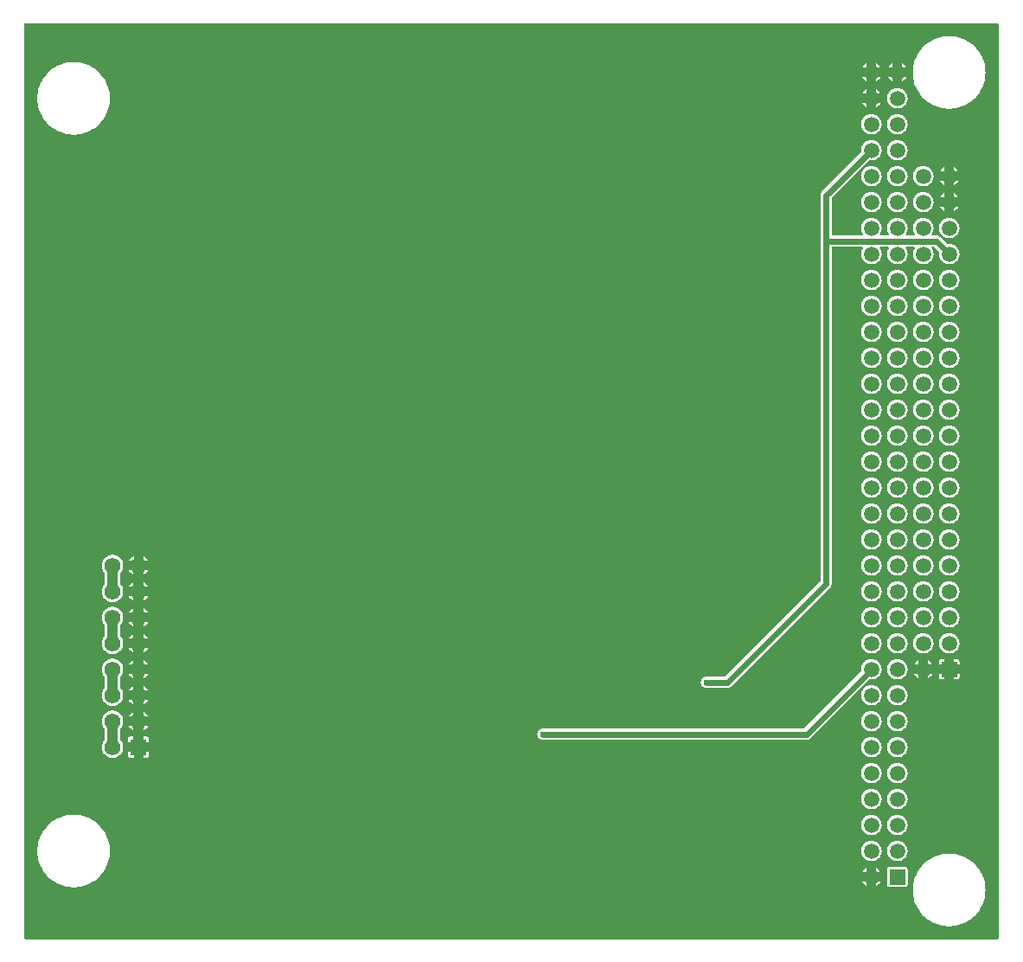
<source format=gtl>
G04 Layer: TopLayer*
G04 EasyEDA v6.5.20, 2023-08-23 00:17:06*
G04 a67cddfb3fce44daa9051d46cbbcc19f,10*
G04 Gerber Generator version 0.2*
G04 Scale: 100 percent, Rotated: No, Reflected: No *
G04 Dimensions in millimeters *
G04 leading zeros omitted , absolute positions ,4 integer and 5 decimal *
%FSLAX45Y45*%
%MOMM*%

%ADD10C,0.6000*%
%ADD11C,1.0000*%
%ADD12R,1.5000X1.5000*%
%ADD13C,1.5000*%
%ADD14C,1.5748*%
%ADD15R,1.5748X1.5748*%
%ADD16C,0.6096*%
%ADD17C,0.6100*%
%ADD18C,0.0187*%

%LPD*%
G36*
X36068Y25908D02*
G01*
X32156Y26670D01*
X28905Y28905D01*
X26670Y32156D01*
X25908Y36068D01*
X25908Y8980932D01*
X26670Y8984843D01*
X28905Y8988094D01*
X32156Y8990330D01*
X36068Y8991092D01*
X9552432Y8991092D01*
X9556343Y8990330D01*
X9559594Y8988094D01*
X9561830Y8984843D01*
X9562592Y8980932D01*
X9562592Y36068D01*
X9561830Y32156D01*
X9559594Y28905D01*
X9556343Y26670D01*
X9552432Y25908D01*
G37*

%LPC*%
G36*
X8227872Y8552840D02*
G01*
X8274659Y8552840D01*
X8274659Y8599627D01*
X8267090Y8595817D01*
X8255965Y8588197D01*
X8245957Y8579154D01*
X8237270Y8568842D01*
X8230006Y8557463D01*
G37*
G36*
X494995Y533298D02*
G01*
X521004Y533298D01*
X546912Y535178D01*
X572617Y538988D01*
X597966Y544626D01*
X622808Y552145D01*
X647090Y561441D01*
X670560Y572465D01*
X693216Y585216D01*
X714857Y599541D01*
X735431Y615442D01*
X754735Y632815D01*
X772718Y651510D01*
X789330Y671525D01*
X804418Y692658D01*
X817880Y714857D01*
X829716Y737971D01*
X839825Y761898D01*
X848156Y786536D01*
X854710Y811682D01*
X859332Y837234D01*
X862126Y863041D01*
X862990Y888949D01*
X862126Y914958D01*
X859332Y940765D01*
X854710Y966317D01*
X848156Y991463D01*
X839825Y1016101D01*
X829716Y1040028D01*
X817880Y1063142D01*
X804418Y1085342D01*
X789330Y1106474D01*
X772718Y1126490D01*
X754735Y1145184D01*
X735431Y1162558D01*
X714857Y1178458D01*
X693216Y1192784D01*
X670560Y1205534D01*
X647090Y1216558D01*
X622808Y1225854D01*
X597966Y1233373D01*
X572617Y1239012D01*
X546912Y1242822D01*
X521004Y1244701D01*
X494995Y1244701D01*
X469087Y1242822D01*
X443433Y1239012D01*
X418084Y1233373D01*
X393192Y1225854D01*
X368909Y1216558D01*
X345440Y1205534D01*
X322783Y1192784D01*
X301142Y1178458D01*
X280568Y1162558D01*
X261264Y1145184D01*
X243281Y1126490D01*
X226669Y1106474D01*
X211582Y1085342D01*
X198120Y1063142D01*
X186283Y1040028D01*
X176174Y1016101D01*
X167843Y991463D01*
X161290Y966317D01*
X156667Y940765D01*
X153873Y914958D01*
X153009Y889050D01*
X153873Y863041D01*
X156667Y837234D01*
X161290Y811682D01*
X167843Y786536D01*
X176174Y761898D01*
X186283Y737971D01*
X198120Y714857D01*
X211582Y692658D01*
X226669Y671525D01*
X243281Y651510D01*
X261264Y632815D01*
X280568Y615442D01*
X301142Y599541D01*
X322783Y585216D01*
X345440Y572465D01*
X368909Y561441D01*
X393192Y552145D01*
X418084Y544626D01*
X443433Y538988D01*
X469087Y535178D01*
G37*
G36*
X8498078Y534111D02*
G01*
X8646922Y534111D01*
X8653272Y534822D01*
X8658707Y536702D01*
X8663635Y539800D01*
X8667699Y543864D01*
X8670798Y548792D01*
X8672677Y554228D01*
X8673388Y560578D01*
X8673388Y709422D01*
X8672677Y715772D01*
X8670798Y721207D01*
X8667699Y726135D01*
X8663635Y730199D01*
X8658707Y733298D01*
X8653272Y735177D01*
X8646922Y735888D01*
X8498078Y735888D01*
X8491728Y735177D01*
X8486292Y733298D01*
X8481364Y730199D01*
X8477300Y726135D01*
X8474202Y721207D01*
X8472322Y715772D01*
X8471611Y709422D01*
X8471611Y560578D01*
X8472322Y554228D01*
X8474202Y548792D01*
X8477300Y543864D01*
X8481364Y539800D01*
X8486292Y536702D01*
X8491728Y534822D01*
G37*
G36*
X8362340Y544271D02*
G01*
X8364016Y544982D01*
X8375599Y551840D01*
X8386165Y560171D01*
X8395563Y569874D01*
X8403539Y580694D01*
X8409228Y591159D01*
X8362340Y591159D01*
G37*
G36*
X8274659Y544271D02*
G01*
X8274659Y591159D01*
X8227771Y591159D01*
X8233460Y580694D01*
X8241436Y569874D01*
X8250834Y560171D01*
X8261400Y551840D01*
X8272983Y544982D01*
G37*
G36*
X8362340Y678840D02*
G01*
X8409127Y678840D01*
X8406993Y683463D01*
X8399729Y694842D01*
X8391042Y705154D01*
X8381034Y714197D01*
X8369909Y721817D01*
X8362340Y725627D01*
G37*
G36*
X8227872Y678840D02*
G01*
X8274659Y678840D01*
X8274659Y725627D01*
X8267090Y721817D01*
X8255965Y714197D01*
X8245957Y705154D01*
X8237270Y694842D01*
X8230006Y683463D01*
G37*
G36*
X8311743Y788365D02*
G01*
X8325256Y788365D01*
X8338616Y790143D01*
X8351570Y793699D01*
X8364016Y798982D01*
X8375599Y805840D01*
X8386165Y814171D01*
X8395563Y823874D01*
X8403539Y834694D01*
X8409990Y846531D01*
X8414867Y859129D01*
X8417966Y872236D01*
X8419338Y885647D01*
X8418880Y899109D01*
X8416645Y912368D01*
X8412632Y925271D01*
X8406993Y937463D01*
X8399729Y948842D01*
X8391042Y959154D01*
X8381034Y968197D01*
X8369909Y975817D01*
X8357870Y981862D01*
X8345170Y986282D01*
X8331962Y988974D01*
X8318500Y989888D01*
X8305038Y988974D01*
X8291830Y986282D01*
X8279130Y981862D01*
X8267090Y975817D01*
X8255965Y968197D01*
X8245957Y959154D01*
X8237270Y948842D01*
X8230006Y937463D01*
X8224367Y925271D01*
X8220354Y912368D01*
X8218119Y899109D01*
X8217662Y885647D01*
X8219033Y872236D01*
X8222132Y859129D01*
X8227009Y846531D01*
X8233460Y834694D01*
X8241436Y823874D01*
X8250834Y814171D01*
X8261400Y805840D01*
X8272983Y798982D01*
X8285429Y793699D01*
X8298383Y790143D01*
G37*
G36*
X8565743Y788365D02*
G01*
X8579256Y788365D01*
X8592616Y790143D01*
X8605570Y793699D01*
X8618016Y798982D01*
X8629599Y805840D01*
X8640165Y814171D01*
X8649563Y823874D01*
X8657539Y834694D01*
X8663990Y846531D01*
X8668867Y859129D01*
X8671966Y872236D01*
X8673338Y885647D01*
X8672880Y899109D01*
X8670645Y912368D01*
X8666632Y925271D01*
X8660993Y937463D01*
X8653729Y948842D01*
X8645042Y959154D01*
X8635034Y968197D01*
X8623909Y975817D01*
X8611870Y981862D01*
X8599170Y986282D01*
X8585962Y988974D01*
X8572500Y989888D01*
X8559038Y988974D01*
X8545830Y986282D01*
X8533130Y981862D01*
X8521090Y975817D01*
X8509965Y968197D01*
X8499957Y959154D01*
X8491270Y948842D01*
X8484006Y937463D01*
X8478367Y925271D01*
X8474354Y912368D01*
X8472119Y899109D01*
X8471662Y885647D01*
X8473033Y872236D01*
X8476132Y859129D01*
X8481009Y846531D01*
X8487460Y834694D01*
X8495436Y823874D01*
X8504834Y814171D01*
X8515400Y805840D01*
X8526983Y798982D01*
X8539429Y793699D01*
X8552383Y790143D01*
G37*
G36*
X8311743Y1042365D02*
G01*
X8325256Y1042365D01*
X8338616Y1044143D01*
X8351570Y1047699D01*
X8364016Y1052982D01*
X8375599Y1059840D01*
X8386165Y1068171D01*
X8395563Y1077874D01*
X8403539Y1088694D01*
X8409990Y1100531D01*
X8414867Y1113129D01*
X8417966Y1126236D01*
X8419338Y1139647D01*
X8418880Y1153109D01*
X8416645Y1166368D01*
X8412632Y1179271D01*
X8406993Y1191463D01*
X8399729Y1202842D01*
X8391042Y1213154D01*
X8381034Y1222197D01*
X8369909Y1229817D01*
X8357870Y1235862D01*
X8345170Y1240282D01*
X8331962Y1242974D01*
X8318500Y1243888D01*
X8305038Y1242974D01*
X8291830Y1240282D01*
X8279130Y1235862D01*
X8267090Y1229817D01*
X8255965Y1222197D01*
X8245957Y1213154D01*
X8237270Y1202842D01*
X8230006Y1191463D01*
X8224367Y1179271D01*
X8220354Y1166368D01*
X8218119Y1153109D01*
X8217662Y1139647D01*
X8219033Y1126236D01*
X8222132Y1113129D01*
X8227009Y1100531D01*
X8233460Y1088694D01*
X8241436Y1077874D01*
X8250834Y1068171D01*
X8261400Y1059840D01*
X8272983Y1052982D01*
X8285429Y1047699D01*
X8298383Y1044143D01*
G37*
G36*
X8565743Y1042365D02*
G01*
X8579256Y1042365D01*
X8592616Y1044143D01*
X8605570Y1047699D01*
X8618016Y1052982D01*
X8629599Y1059840D01*
X8640165Y1068171D01*
X8649563Y1077874D01*
X8657539Y1088694D01*
X8663990Y1100531D01*
X8668867Y1113129D01*
X8671966Y1126236D01*
X8673338Y1139647D01*
X8672880Y1153109D01*
X8670645Y1166368D01*
X8666632Y1179271D01*
X8660993Y1191463D01*
X8653729Y1202842D01*
X8645042Y1213154D01*
X8635034Y1222197D01*
X8623909Y1229817D01*
X8611870Y1235862D01*
X8599170Y1240282D01*
X8585962Y1242974D01*
X8572500Y1243888D01*
X8559038Y1242974D01*
X8545830Y1240282D01*
X8533130Y1235862D01*
X8521090Y1229817D01*
X8509965Y1222197D01*
X8499957Y1213154D01*
X8491270Y1202842D01*
X8484006Y1191463D01*
X8478367Y1179271D01*
X8474354Y1166368D01*
X8472119Y1153109D01*
X8471662Y1139647D01*
X8473033Y1126236D01*
X8476132Y1113129D01*
X8481009Y1100531D01*
X8487460Y1088694D01*
X8495436Y1077874D01*
X8504834Y1068171D01*
X8515400Y1059840D01*
X8526983Y1052982D01*
X8539429Y1047699D01*
X8552383Y1044143D01*
G37*
G36*
X8311743Y1296365D02*
G01*
X8325256Y1296365D01*
X8338616Y1298143D01*
X8351570Y1301699D01*
X8364016Y1306982D01*
X8375599Y1313840D01*
X8386165Y1322171D01*
X8395563Y1331874D01*
X8403539Y1342694D01*
X8409990Y1354531D01*
X8414867Y1367129D01*
X8417966Y1380236D01*
X8419338Y1393647D01*
X8418880Y1407109D01*
X8416645Y1420368D01*
X8412632Y1433271D01*
X8406993Y1445463D01*
X8399729Y1456842D01*
X8391042Y1467154D01*
X8381034Y1476197D01*
X8369909Y1483817D01*
X8357870Y1489862D01*
X8345170Y1494282D01*
X8331962Y1496974D01*
X8318500Y1497888D01*
X8305038Y1496974D01*
X8291830Y1494282D01*
X8279130Y1489862D01*
X8267090Y1483817D01*
X8255965Y1476197D01*
X8245957Y1467154D01*
X8237270Y1456842D01*
X8230006Y1445463D01*
X8224367Y1433271D01*
X8220354Y1420368D01*
X8218119Y1407109D01*
X8217662Y1393647D01*
X8219033Y1380236D01*
X8222132Y1367129D01*
X8227009Y1354531D01*
X8233460Y1342694D01*
X8241436Y1331874D01*
X8250834Y1322171D01*
X8261400Y1313840D01*
X8272983Y1306982D01*
X8285429Y1301699D01*
X8298383Y1298143D01*
G37*
G36*
X8565743Y1296365D02*
G01*
X8579256Y1296365D01*
X8592616Y1298143D01*
X8605570Y1301699D01*
X8618016Y1306982D01*
X8629599Y1313840D01*
X8640165Y1322171D01*
X8649563Y1331874D01*
X8657539Y1342694D01*
X8663990Y1354531D01*
X8668867Y1367129D01*
X8671966Y1380236D01*
X8673338Y1393647D01*
X8672880Y1407109D01*
X8670645Y1420368D01*
X8666632Y1433271D01*
X8660993Y1445463D01*
X8653729Y1456842D01*
X8645042Y1467154D01*
X8635034Y1476197D01*
X8623909Y1483817D01*
X8611870Y1489862D01*
X8599170Y1494282D01*
X8585962Y1496974D01*
X8572500Y1497888D01*
X8559038Y1496974D01*
X8545830Y1494282D01*
X8533130Y1489862D01*
X8521090Y1483817D01*
X8509965Y1476197D01*
X8499957Y1467154D01*
X8491270Y1456842D01*
X8484006Y1445463D01*
X8478367Y1433271D01*
X8474354Y1420368D01*
X8472119Y1407109D01*
X8471662Y1393647D01*
X8473033Y1380236D01*
X8476132Y1367129D01*
X8481009Y1354531D01*
X8487460Y1342694D01*
X8495436Y1331874D01*
X8504834Y1322171D01*
X8515400Y1313840D01*
X8526983Y1306982D01*
X8539429Y1301699D01*
X8552383Y1298143D01*
G37*
G36*
X8565743Y1550365D02*
G01*
X8579256Y1550365D01*
X8592616Y1552143D01*
X8605570Y1555699D01*
X8618016Y1560982D01*
X8629599Y1567840D01*
X8640165Y1576171D01*
X8649563Y1585874D01*
X8657539Y1596694D01*
X8663990Y1608531D01*
X8668867Y1621129D01*
X8671966Y1634236D01*
X8673338Y1647647D01*
X8672880Y1661109D01*
X8670645Y1674368D01*
X8666632Y1687271D01*
X8660993Y1699463D01*
X8653729Y1710842D01*
X8645042Y1721154D01*
X8635034Y1730197D01*
X8623909Y1737817D01*
X8611870Y1743862D01*
X8599170Y1748282D01*
X8585962Y1750974D01*
X8572500Y1751888D01*
X8559038Y1750974D01*
X8545830Y1748282D01*
X8533130Y1743862D01*
X8521090Y1737817D01*
X8509965Y1730197D01*
X8499957Y1721154D01*
X8491270Y1710842D01*
X8484006Y1699463D01*
X8478367Y1687271D01*
X8474354Y1674368D01*
X8472119Y1661109D01*
X8471662Y1647647D01*
X8473033Y1634236D01*
X8476132Y1621129D01*
X8481009Y1608531D01*
X8487460Y1596694D01*
X8495436Y1585874D01*
X8504834Y1576171D01*
X8515400Y1567840D01*
X8526983Y1560982D01*
X8539429Y1555699D01*
X8552383Y1552143D01*
G37*
G36*
X8311743Y1550365D02*
G01*
X8325256Y1550365D01*
X8338616Y1552143D01*
X8351570Y1555699D01*
X8364016Y1560982D01*
X8375599Y1567840D01*
X8386165Y1576171D01*
X8395563Y1585874D01*
X8403539Y1596694D01*
X8409990Y1608531D01*
X8414867Y1621129D01*
X8417966Y1634236D01*
X8419338Y1647647D01*
X8418880Y1661109D01*
X8416645Y1674368D01*
X8412632Y1687271D01*
X8406993Y1699463D01*
X8399729Y1710842D01*
X8391042Y1721154D01*
X8381034Y1730197D01*
X8369909Y1737817D01*
X8357870Y1743862D01*
X8345170Y1748282D01*
X8331962Y1750974D01*
X8318500Y1751888D01*
X8305038Y1750974D01*
X8291830Y1748282D01*
X8279130Y1743862D01*
X8267090Y1737817D01*
X8255965Y1730197D01*
X8245957Y1721154D01*
X8237270Y1710842D01*
X8230006Y1699463D01*
X8224367Y1687271D01*
X8220354Y1674368D01*
X8218119Y1661109D01*
X8217662Y1647647D01*
X8219033Y1634236D01*
X8222132Y1621129D01*
X8227009Y1608531D01*
X8233460Y1596694D01*
X8241436Y1585874D01*
X8250834Y1576171D01*
X8261400Y1567840D01*
X8272983Y1560982D01*
X8285429Y1555699D01*
X8298383Y1552143D01*
G37*
G36*
X1064818Y1800352D02*
G01*
X1097280Y1800352D01*
X1097280Y1859280D01*
X1038352Y1859280D01*
X1038352Y1826818D01*
X1039063Y1820519D01*
X1040993Y1815033D01*
X1044041Y1810156D01*
X1048156Y1806041D01*
X1053033Y1802993D01*
X1058519Y1801063D01*
G37*
G36*
X1188720Y1800352D02*
G01*
X1221181Y1800352D01*
X1227480Y1801063D01*
X1232966Y1802993D01*
X1237843Y1806041D01*
X1241958Y1810156D01*
X1245006Y1815033D01*
X1246936Y1820519D01*
X1247648Y1826818D01*
X1247648Y1859280D01*
X1188720Y1859280D01*
G37*
G36*
X889000Y1800352D02*
G01*
X902665Y1801266D01*
X916076Y1803958D01*
X929030Y1808327D01*
X941324Y1814372D01*
X952703Y1821992D01*
X962964Y1831035D01*
X972007Y1841296D01*
X979627Y1852675D01*
X985672Y1864969D01*
X990041Y1877923D01*
X992733Y1891334D01*
X993648Y1905000D01*
X992733Y1918665D01*
X990041Y1932076D01*
X985672Y1945030D01*
X979627Y1957324D01*
X972007Y1968703D01*
X967435Y1973884D01*
X965555Y1977034D01*
X964895Y1980590D01*
X964895Y2083409D01*
X965555Y2086965D01*
X967435Y2090064D01*
X972007Y2095296D01*
X979627Y2106676D01*
X985672Y2118969D01*
X990041Y2131923D01*
X992733Y2145334D01*
X993648Y2159000D01*
X992733Y2172665D01*
X990041Y2186076D01*
X985672Y2199030D01*
X979627Y2211324D01*
X972007Y2222703D01*
X962964Y2232964D01*
X952703Y2242007D01*
X941324Y2249627D01*
X929030Y2255672D01*
X916076Y2260041D01*
X902665Y2262733D01*
X889000Y2263597D01*
X875334Y2262733D01*
X861923Y2260041D01*
X848969Y2255672D01*
X836676Y2249627D01*
X825296Y2242007D01*
X815035Y2232964D01*
X805992Y2222703D01*
X798372Y2211324D01*
X792327Y2199030D01*
X787958Y2186076D01*
X785266Y2172665D01*
X784352Y2159000D01*
X785266Y2145334D01*
X787958Y2131923D01*
X792327Y2118969D01*
X798372Y2106676D01*
X805992Y2095296D01*
X810564Y2090064D01*
X812444Y2086965D01*
X813104Y2083358D01*
X813104Y1980590D01*
X812444Y1977034D01*
X810564Y1973884D01*
X805992Y1968703D01*
X798372Y1957324D01*
X792327Y1945030D01*
X787958Y1932076D01*
X785266Y1918665D01*
X784352Y1905000D01*
X785266Y1891334D01*
X787958Y1877923D01*
X792327Y1864969D01*
X798372Y1852675D01*
X805992Y1841296D01*
X815035Y1831035D01*
X825296Y1821992D01*
X836676Y1814372D01*
X848969Y1808327D01*
X861923Y1803958D01*
X875334Y1801266D01*
G37*
G36*
X8311743Y1804365D02*
G01*
X8325256Y1804365D01*
X8338616Y1806143D01*
X8351570Y1809699D01*
X8364016Y1814982D01*
X8375599Y1821840D01*
X8386165Y1830171D01*
X8395563Y1839874D01*
X8403539Y1850694D01*
X8409990Y1862531D01*
X8414867Y1875129D01*
X8417966Y1888236D01*
X8419338Y1901647D01*
X8418880Y1915109D01*
X8416645Y1928368D01*
X8412632Y1941271D01*
X8406993Y1953463D01*
X8399729Y1964842D01*
X8391042Y1975154D01*
X8381034Y1984197D01*
X8369909Y1991817D01*
X8357870Y1997862D01*
X8345170Y2002282D01*
X8331962Y2004974D01*
X8318500Y2005888D01*
X8305038Y2004974D01*
X8291830Y2002282D01*
X8279130Y1997862D01*
X8267090Y1991817D01*
X8255965Y1984197D01*
X8245957Y1975154D01*
X8237270Y1964842D01*
X8230006Y1953463D01*
X8224367Y1941271D01*
X8220354Y1928368D01*
X8218119Y1915109D01*
X8217662Y1901647D01*
X8219033Y1888236D01*
X8222132Y1875129D01*
X8227009Y1862531D01*
X8233460Y1850694D01*
X8241436Y1839874D01*
X8250834Y1830171D01*
X8261400Y1821840D01*
X8272983Y1814982D01*
X8285429Y1809699D01*
X8298383Y1806143D01*
G37*
G36*
X8565743Y1804365D02*
G01*
X8579256Y1804365D01*
X8592616Y1806143D01*
X8605570Y1809699D01*
X8618016Y1814982D01*
X8629599Y1821840D01*
X8640165Y1830171D01*
X8649563Y1839874D01*
X8657539Y1850694D01*
X8663990Y1862531D01*
X8668867Y1875129D01*
X8671966Y1888236D01*
X8673338Y1901647D01*
X8672880Y1915109D01*
X8670645Y1928368D01*
X8666632Y1941271D01*
X8660993Y1953463D01*
X8653729Y1964842D01*
X8645042Y1975154D01*
X8635034Y1984197D01*
X8623909Y1991817D01*
X8611870Y1997862D01*
X8599170Y2002282D01*
X8585962Y2004974D01*
X8572500Y2005888D01*
X8559038Y2004974D01*
X8545830Y2002282D01*
X8533130Y1997862D01*
X8521090Y1991817D01*
X8509965Y1984197D01*
X8499957Y1975154D01*
X8491270Y1964842D01*
X8484006Y1953463D01*
X8478367Y1941271D01*
X8474354Y1928368D01*
X8472119Y1915109D01*
X8471662Y1901647D01*
X8473033Y1888236D01*
X8476132Y1875129D01*
X8481009Y1862531D01*
X8487460Y1850694D01*
X8495436Y1839874D01*
X8504834Y1830171D01*
X8515400Y1821840D01*
X8526983Y1814982D01*
X8539429Y1809699D01*
X8552383Y1806143D01*
G37*
G36*
X1188720Y1950720D02*
G01*
X1247648Y1950720D01*
X1247648Y1983181D01*
X1246936Y1989480D01*
X1245006Y1994966D01*
X1241958Y1999843D01*
X1237843Y2003958D01*
X1232966Y2007006D01*
X1227480Y2008936D01*
X1221181Y2009648D01*
X1188720Y2009648D01*
G37*
G36*
X1038352Y1950720D02*
G01*
X1097280Y1950720D01*
X1097280Y2009648D01*
X1064818Y2009648D01*
X1058519Y2008936D01*
X1053033Y2007006D01*
X1048156Y2003958D01*
X1044041Y1999843D01*
X1040993Y1994966D01*
X1039063Y1989480D01*
X1038352Y1983181D01*
G37*
G36*
X5105400Y1975662D02*
G01*
X5110937Y1976069D01*
X5201462Y1976069D01*
X5207000Y1975662D01*
X5212537Y1976069D01*
X5328462Y1976069D01*
X5334000Y1975662D01*
X5339537Y1976069D01*
X7683296Y1976069D01*
X7688376Y1976323D01*
X7693202Y1976932D01*
X7697978Y1977999D01*
X7702600Y1979472D01*
X7707122Y1981352D01*
X7711440Y1983587D01*
X7715554Y1986229D01*
X7719415Y1989175D01*
X7723174Y1992630D01*
X8295131Y2564536D01*
X8297621Y2566365D01*
X8300567Y2567381D01*
X8303666Y2567432D01*
X8311743Y2566365D01*
X8325256Y2566365D01*
X8338616Y2568143D01*
X8351570Y2571699D01*
X8364016Y2576982D01*
X8375599Y2583840D01*
X8386165Y2592171D01*
X8395563Y2601874D01*
X8403539Y2612694D01*
X8409990Y2624531D01*
X8414867Y2637129D01*
X8417966Y2650236D01*
X8419338Y2663647D01*
X8418880Y2677109D01*
X8416645Y2690368D01*
X8412632Y2703271D01*
X8406993Y2715463D01*
X8399729Y2726842D01*
X8391042Y2737154D01*
X8381034Y2746197D01*
X8369909Y2753817D01*
X8357870Y2759862D01*
X8345170Y2764282D01*
X8331962Y2766974D01*
X8318500Y2767888D01*
X8305038Y2766974D01*
X8291830Y2764282D01*
X8279130Y2759862D01*
X8267090Y2753817D01*
X8255965Y2746197D01*
X8245957Y2737154D01*
X8237270Y2726842D01*
X8230006Y2715463D01*
X8224367Y2703271D01*
X8220354Y2690368D01*
X8218119Y2677109D01*
X8217662Y2663647D01*
X8218881Y2651709D01*
X8218322Y2647289D01*
X8215934Y2643530D01*
X7663332Y2090877D01*
X7660030Y2088692D01*
X7656118Y2087930D01*
X5339435Y2087930D01*
X5334000Y2088337D01*
X5328564Y2087930D01*
X5212435Y2087930D01*
X5207000Y2088337D01*
X5201564Y2087930D01*
X5110835Y2087930D01*
X5105400Y2088337D01*
X5095595Y2087473D01*
X5086096Y2084933D01*
X5077206Y2080818D01*
X5069179Y2075180D01*
X5062220Y2068220D01*
X5056581Y2060193D01*
X5052415Y2051253D01*
X5049875Y2041804D01*
X5049062Y2032000D01*
X5049875Y2022195D01*
X5052415Y2012746D01*
X5056581Y2003806D01*
X5062220Y1995779D01*
X5069179Y1988820D01*
X5077206Y1983181D01*
X5086096Y1979066D01*
X5095595Y1976526D01*
G37*
G36*
X8616340Y8552840D02*
G01*
X8663127Y8552840D01*
X8660993Y8557463D01*
X8653729Y8568842D01*
X8645042Y8579154D01*
X8635034Y8588197D01*
X8623909Y8595817D01*
X8616340Y8599627D01*
G37*
G36*
X8362340Y8552840D02*
G01*
X8409127Y8552840D01*
X8406993Y8557463D01*
X8399729Y8568842D01*
X8391042Y8579154D01*
X8381034Y8588197D01*
X8369909Y8595817D01*
X8362340Y8599627D01*
G37*
G36*
X8311743Y2058365D02*
G01*
X8325256Y2058365D01*
X8338616Y2060143D01*
X8351570Y2063699D01*
X8364016Y2068982D01*
X8375599Y2075840D01*
X8386165Y2084171D01*
X8395563Y2093874D01*
X8403539Y2104694D01*
X8409990Y2116531D01*
X8414867Y2129129D01*
X8417966Y2142236D01*
X8419338Y2155647D01*
X8418880Y2169109D01*
X8416645Y2182368D01*
X8412632Y2195271D01*
X8406993Y2207463D01*
X8399729Y2218842D01*
X8391042Y2229154D01*
X8381034Y2238197D01*
X8369909Y2245817D01*
X8357870Y2251862D01*
X8345170Y2256282D01*
X8331962Y2258974D01*
X8318500Y2259888D01*
X8305038Y2258974D01*
X8291830Y2256282D01*
X8279130Y2251862D01*
X8267090Y2245817D01*
X8255965Y2238197D01*
X8245957Y2229154D01*
X8237270Y2218842D01*
X8230006Y2207463D01*
X8224367Y2195271D01*
X8220354Y2182368D01*
X8218119Y2169109D01*
X8217662Y2155647D01*
X8219033Y2142236D01*
X8222132Y2129129D01*
X8227009Y2116531D01*
X8233460Y2104694D01*
X8241436Y2093874D01*
X8250834Y2084171D01*
X8261400Y2075840D01*
X8272983Y2068982D01*
X8285429Y2063699D01*
X8298383Y2060143D01*
G37*
G36*
X8565743Y2058365D02*
G01*
X8579256Y2058365D01*
X8592616Y2060143D01*
X8605570Y2063699D01*
X8618016Y2068982D01*
X8629599Y2075840D01*
X8640165Y2084171D01*
X8649563Y2093874D01*
X8657539Y2104694D01*
X8663990Y2116531D01*
X8668867Y2129129D01*
X8671966Y2142236D01*
X8673338Y2155647D01*
X8672880Y2169109D01*
X8670645Y2182368D01*
X8666632Y2195271D01*
X8660993Y2207463D01*
X8653729Y2218842D01*
X8645042Y2229154D01*
X8635034Y2238197D01*
X8623909Y2245817D01*
X8611870Y2251862D01*
X8599170Y2256282D01*
X8585962Y2258974D01*
X8572500Y2259888D01*
X8559038Y2258974D01*
X8545830Y2256282D01*
X8533130Y2251862D01*
X8521090Y2245817D01*
X8509965Y2238197D01*
X8499957Y2229154D01*
X8491270Y2218842D01*
X8484006Y2207463D01*
X8478367Y2195271D01*
X8474354Y2182368D01*
X8472119Y2169109D01*
X8471662Y2155647D01*
X8473033Y2142236D01*
X8476132Y2129129D01*
X8481009Y2116531D01*
X8487460Y2104694D01*
X8495436Y2093874D01*
X8504834Y2084171D01*
X8515400Y2075840D01*
X8526983Y2068982D01*
X8539429Y2063699D01*
X8552383Y2060143D01*
G37*
G36*
X1097280Y2065121D02*
G01*
X1097280Y2113280D01*
X1049121Y2113280D01*
X1052372Y2106676D01*
X1059992Y2095296D01*
X1069035Y2085035D01*
X1079296Y2075992D01*
X1090676Y2068372D01*
G37*
G36*
X1188720Y2065121D02*
G01*
X1195324Y2068372D01*
X1206703Y2075992D01*
X1216964Y2085035D01*
X1226007Y2095296D01*
X1233627Y2106676D01*
X1236878Y2113280D01*
X1188720Y2113280D01*
G37*
G36*
X8481872Y8552840D02*
G01*
X8528659Y8552840D01*
X8528659Y8599627D01*
X8521090Y8595817D01*
X8509965Y8588197D01*
X8499957Y8579154D01*
X8491270Y8568842D01*
X8484006Y8557463D01*
G37*
G36*
X8616340Y8418271D02*
G01*
X8618016Y8418982D01*
X8629599Y8425840D01*
X8640165Y8434171D01*
X8649563Y8443874D01*
X8657539Y8454694D01*
X8663228Y8465159D01*
X8616340Y8465159D01*
G37*
G36*
X8274659Y8418271D02*
G01*
X8274659Y8465159D01*
X8227771Y8465159D01*
X8233460Y8454694D01*
X8241436Y8443874D01*
X8250834Y8434171D01*
X8261400Y8425840D01*
X8272983Y8418982D01*
G37*
G36*
X1188720Y2204720D02*
G01*
X1236878Y2204720D01*
X1233627Y2211324D01*
X1226007Y2222703D01*
X1216964Y2232964D01*
X1206703Y2242007D01*
X1195324Y2249627D01*
X1188720Y2252878D01*
G37*
G36*
X1049121Y2204720D02*
G01*
X1097280Y2204720D01*
X1097280Y2252878D01*
X1090676Y2249627D01*
X1079296Y2242007D01*
X1069035Y2232964D01*
X1059992Y2222703D01*
X1052372Y2211324D01*
G37*
G36*
X889000Y2308352D02*
G01*
X902665Y2309266D01*
X916076Y2311958D01*
X929030Y2316327D01*
X941324Y2322372D01*
X952703Y2329992D01*
X962964Y2339035D01*
X972007Y2349296D01*
X979627Y2360676D01*
X985672Y2372969D01*
X990041Y2385923D01*
X992733Y2399334D01*
X993648Y2413000D01*
X992733Y2426665D01*
X990041Y2440076D01*
X985672Y2453030D01*
X979627Y2465324D01*
X972007Y2476703D01*
X967435Y2481884D01*
X965555Y2485034D01*
X964895Y2488590D01*
X964895Y2591409D01*
X965555Y2594965D01*
X967435Y2598064D01*
X972007Y2603296D01*
X979627Y2614676D01*
X985672Y2626969D01*
X990041Y2639923D01*
X992733Y2653334D01*
X993648Y2667000D01*
X992733Y2680665D01*
X990041Y2694076D01*
X985672Y2707030D01*
X979627Y2719324D01*
X972007Y2730703D01*
X962964Y2740964D01*
X952703Y2750007D01*
X941324Y2757627D01*
X929030Y2763672D01*
X916076Y2768041D01*
X902665Y2770733D01*
X889000Y2771597D01*
X875334Y2770733D01*
X861923Y2768041D01*
X848969Y2763672D01*
X836676Y2757627D01*
X825296Y2750007D01*
X815035Y2740964D01*
X805992Y2730703D01*
X798372Y2719324D01*
X792327Y2707030D01*
X787958Y2694076D01*
X785266Y2680665D01*
X784352Y2667000D01*
X785266Y2653334D01*
X787958Y2639923D01*
X792327Y2626969D01*
X798372Y2614676D01*
X805992Y2603296D01*
X810564Y2598064D01*
X812444Y2594965D01*
X813104Y2591358D01*
X813104Y2488590D01*
X812444Y2485034D01*
X810564Y2481884D01*
X805992Y2476703D01*
X798372Y2465324D01*
X792327Y2453030D01*
X787958Y2440076D01*
X785266Y2426665D01*
X784352Y2413000D01*
X785266Y2399334D01*
X787958Y2385923D01*
X792327Y2372969D01*
X798372Y2360676D01*
X805992Y2349296D01*
X815035Y2339035D01*
X825296Y2329992D01*
X836676Y2322372D01*
X848969Y2316327D01*
X861923Y2311958D01*
X875334Y2309266D01*
G37*
G36*
X8311743Y2312365D02*
G01*
X8325256Y2312365D01*
X8338616Y2314143D01*
X8351570Y2317699D01*
X8364016Y2322982D01*
X8375599Y2329840D01*
X8386165Y2338171D01*
X8395563Y2347874D01*
X8403539Y2358694D01*
X8409990Y2370531D01*
X8414867Y2383129D01*
X8417966Y2396236D01*
X8419338Y2409647D01*
X8418880Y2423109D01*
X8416645Y2436368D01*
X8412632Y2449271D01*
X8406993Y2461463D01*
X8399729Y2472842D01*
X8391042Y2483154D01*
X8381034Y2492197D01*
X8369909Y2499817D01*
X8357870Y2505862D01*
X8345170Y2510282D01*
X8331962Y2512974D01*
X8318500Y2513888D01*
X8305038Y2512974D01*
X8291830Y2510282D01*
X8279130Y2505862D01*
X8267090Y2499817D01*
X8255965Y2492197D01*
X8245957Y2483154D01*
X8237270Y2472842D01*
X8230006Y2461463D01*
X8224367Y2449271D01*
X8220354Y2436368D01*
X8218119Y2423109D01*
X8217662Y2409647D01*
X8219033Y2396236D01*
X8222132Y2383129D01*
X8227009Y2370531D01*
X8233460Y2358694D01*
X8241436Y2347874D01*
X8250834Y2338171D01*
X8261400Y2329840D01*
X8272983Y2322982D01*
X8285429Y2317699D01*
X8298383Y2314143D01*
G37*
G36*
X8565743Y2312365D02*
G01*
X8579256Y2312365D01*
X8592616Y2314143D01*
X8605570Y2317699D01*
X8618016Y2322982D01*
X8629599Y2329840D01*
X8640165Y2338171D01*
X8649563Y2347874D01*
X8657539Y2358694D01*
X8663990Y2370531D01*
X8668867Y2383129D01*
X8671966Y2396236D01*
X8673338Y2409647D01*
X8672880Y2423109D01*
X8670645Y2436368D01*
X8666632Y2449271D01*
X8660993Y2461463D01*
X8653729Y2472842D01*
X8645042Y2483154D01*
X8635034Y2492197D01*
X8623909Y2499817D01*
X8611870Y2505862D01*
X8599170Y2510282D01*
X8585962Y2512974D01*
X8572500Y2513888D01*
X8559038Y2512974D01*
X8545830Y2510282D01*
X8533130Y2505862D01*
X8521090Y2499817D01*
X8509965Y2492197D01*
X8499957Y2483154D01*
X8491270Y2472842D01*
X8484006Y2461463D01*
X8478367Y2449271D01*
X8474354Y2436368D01*
X8472119Y2423109D01*
X8471662Y2409647D01*
X8473033Y2396236D01*
X8476132Y2383129D01*
X8481009Y2370531D01*
X8487460Y2358694D01*
X8495436Y2347874D01*
X8504834Y2338171D01*
X8515400Y2329840D01*
X8526983Y2322982D01*
X8539429Y2317699D01*
X8552383Y2314143D01*
G37*
G36*
X1097280Y2319121D02*
G01*
X1097280Y2367280D01*
X1049121Y2367280D01*
X1052372Y2360676D01*
X1059992Y2349296D01*
X1069035Y2339035D01*
X1079296Y2329992D01*
X1090676Y2322372D01*
G37*
G36*
X1188720Y2319121D02*
G01*
X1195324Y2322372D01*
X1206703Y2329992D01*
X1216964Y2339035D01*
X1226007Y2349296D01*
X1233627Y2360676D01*
X1236878Y2367280D01*
X1188720Y2367280D01*
G37*
G36*
X1049121Y2458720D02*
G01*
X1097280Y2458720D01*
X1097280Y2506878D01*
X1090676Y2503627D01*
X1079296Y2496007D01*
X1069035Y2486964D01*
X1059992Y2476703D01*
X1052372Y2465324D01*
G37*
G36*
X1188720Y2458720D02*
G01*
X1236878Y2458720D01*
X1233627Y2465324D01*
X1226007Y2476703D01*
X1216964Y2486964D01*
X1206703Y2496007D01*
X1195324Y2503627D01*
X1188720Y2506878D01*
G37*
G36*
X6705600Y2483662D02*
G01*
X6711086Y2484069D01*
X6801713Y2484069D01*
X6807200Y2483662D01*
X6812686Y2484069D01*
X6904177Y2484069D01*
X6908800Y2483662D01*
X6918553Y2484526D01*
X6928053Y2487066D01*
X6936943Y2491181D01*
X6945020Y2496820D01*
X6952183Y2504084D01*
X6953300Y2505456D01*
X7913370Y3465474D01*
X7916824Y3469233D01*
X7919770Y3473145D01*
X7922412Y3477260D01*
X7924647Y3481578D01*
X7926527Y3486048D01*
X7928000Y3490722D01*
X7929016Y3495497D01*
X7929676Y3500323D01*
X7929880Y3505403D01*
X7929880Y6791909D01*
X7930692Y6795820D01*
X7932877Y6799122D01*
X7936179Y6801307D01*
X7940040Y6802069D01*
X8225891Y6802069D01*
X8230108Y6801154D01*
X8233562Y6798564D01*
X8235645Y6794804D01*
X8235950Y6790486D01*
X8234476Y6786473D01*
X8230006Y6779463D01*
X8224367Y6767271D01*
X8220354Y6754368D01*
X8218119Y6741109D01*
X8217662Y6727647D01*
X8219033Y6714236D01*
X8222132Y6701129D01*
X8227009Y6688531D01*
X8233460Y6676694D01*
X8241436Y6665874D01*
X8250834Y6656171D01*
X8261400Y6647840D01*
X8272983Y6640982D01*
X8285429Y6635699D01*
X8298383Y6632143D01*
X8311743Y6630365D01*
X8325256Y6630365D01*
X8338616Y6632143D01*
X8351570Y6635699D01*
X8364016Y6640982D01*
X8375599Y6647840D01*
X8386165Y6656171D01*
X8395563Y6665874D01*
X8403539Y6676694D01*
X8409990Y6688531D01*
X8414867Y6701129D01*
X8417966Y6714236D01*
X8419338Y6727647D01*
X8418880Y6741109D01*
X8416645Y6754368D01*
X8412632Y6767271D01*
X8406993Y6779463D01*
X8402523Y6786473D01*
X8401050Y6790486D01*
X8401354Y6794804D01*
X8403437Y6798564D01*
X8406892Y6801154D01*
X8411108Y6802069D01*
X8479891Y6802069D01*
X8484108Y6801154D01*
X8487562Y6798564D01*
X8489645Y6794804D01*
X8489950Y6790486D01*
X8488476Y6786473D01*
X8484006Y6779463D01*
X8478367Y6767271D01*
X8474354Y6754368D01*
X8472119Y6741109D01*
X8471662Y6727647D01*
X8473033Y6714236D01*
X8476132Y6701129D01*
X8481009Y6688531D01*
X8487460Y6676694D01*
X8495436Y6665874D01*
X8504834Y6656171D01*
X8515400Y6647840D01*
X8526983Y6640982D01*
X8539429Y6635699D01*
X8552383Y6632143D01*
X8565743Y6630365D01*
X8579256Y6630365D01*
X8592616Y6632143D01*
X8605570Y6635699D01*
X8618016Y6640982D01*
X8629599Y6647840D01*
X8640165Y6656171D01*
X8649563Y6665874D01*
X8657539Y6676694D01*
X8663990Y6688531D01*
X8668867Y6701129D01*
X8671966Y6714236D01*
X8673338Y6727647D01*
X8672880Y6741109D01*
X8670645Y6754368D01*
X8666632Y6767271D01*
X8660993Y6779463D01*
X8656523Y6786473D01*
X8655050Y6790486D01*
X8655354Y6794804D01*
X8657437Y6798564D01*
X8660892Y6801154D01*
X8665108Y6802069D01*
X8733891Y6802069D01*
X8738108Y6801154D01*
X8741562Y6798564D01*
X8743645Y6794804D01*
X8743950Y6790486D01*
X8742476Y6786473D01*
X8738006Y6779463D01*
X8732367Y6767271D01*
X8728354Y6754368D01*
X8726119Y6741109D01*
X8725662Y6727647D01*
X8727033Y6714236D01*
X8730132Y6701129D01*
X8735009Y6688531D01*
X8741460Y6676694D01*
X8749436Y6665874D01*
X8758834Y6656171D01*
X8769400Y6647840D01*
X8780983Y6640982D01*
X8793429Y6635699D01*
X8806383Y6632143D01*
X8819743Y6630365D01*
X8833256Y6630365D01*
X8846616Y6632143D01*
X8859570Y6635699D01*
X8872016Y6640982D01*
X8883599Y6647840D01*
X8894165Y6656171D01*
X8903563Y6665874D01*
X8911539Y6676694D01*
X8917990Y6688531D01*
X8922867Y6701129D01*
X8925966Y6714236D01*
X8927338Y6727647D01*
X8926880Y6741109D01*
X8924645Y6754368D01*
X8920632Y6767271D01*
X8914993Y6779463D01*
X8910523Y6786473D01*
X8909050Y6790486D01*
X8909354Y6794804D01*
X8911437Y6798564D01*
X8914892Y6801154D01*
X8919108Y6802069D01*
X8926169Y6802069D01*
X8930030Y6801307D01*
X8933332Y6799122D01*
X8978036Y6754418D01*
X8979916Y6751777D01*
X8980881Y6748729D01*
X8980881Y6745528D01*
X8980119Y6741109D01*
X8979662Y6727647D01*
X8981033Y6714236D01*
X8984132Y6701129D01*
X8989009Y6688531D01*
X8995460Y6676694D01*
X9003436Y6665874D01*
X9012834Y6656171D01*
X9023400Y6647840D01*
X9034983Y6640982D01*
X9047429Y6635699D01*
X9060383Y6632143D01*
X9073743Y6630365D01*
X9087256Y6630365D01*
X9100616Y6632143D01*
X9113570Y6635699D01*
X9126016Y6640982D01*
X9137599Y6647840D01*
X9148165Y6656171D01*
X9157563Y6665874D01*
X9165539Y6676694D01*
X9171990Y6688531D01*
X9176867Y6701129D01*
X9179966Y6714236D01*
X9181338Y6727647D01*
X9180880Y6741109D01*
X9178645Y6754368D01*
X9174632Y6767271D01*
X9168993Y6779463D01*
X9161729Y6790842D01*
X9153042Y6801154D01*
X9143034Y6810197D01*
X9131909Y6817817D01*
X9119870Y6823862D01*
X9107170Y6828281D01*
X9093962Y6830974D01*
X9080500Y6831888D01*
X9062872Y6830669D01*
X9059672Y6831634D01*
X9056979Y6833565D01*
X8993225Y6897370D01*
X8989466Y6900824D01*
X8985554Y6903770D01*
X8981440Y6906412D01*
X8977122Y6908647D01*
X8972651Y6910527D01*
X8967978Y6912000D01*
X8963202Y6913016D01*
X8958376Y6913676D01*
X8953296Y6913880D01*
X8919260Y6913880D01*
X8914892Y6914845D01*
X8911386Y6917588D01*
X8909405Y6921550D01*
X8909253Y6926021D01*
X8911539Y6930694D01*
X8917990Y6942531D01*
X8922867Y6955129D01*
X8925966Y6968236D01*
X8927338Y6981647D01*
X8926880Y6995109D01*
X8924645Y7008368D01*
X8920632Y7021271D01*
X8914993Y7033463D01*
X8907729Y7044842D01*
X8899042Y7055154D01*
X8889034Y7064197D01*
X8877909Y7071817D01*
X8865870Y7077862D01*
X8853170Y7082281D01*
X8839962Y7084974D01*
X8826500Y7085888D01*
X8813038Y7084974D01*
X8799830Y7082281D01*
X8787130Y7077862D01*
X8775090Y7071817D01*
X8763965Y7064197D01*
X8753957Y7055154D01*
X8745270Y7044842D01*
X8738006Y7033463D01*
X8732367Y7021271D01*
X8728354Y7008368D01*
X8726119Y6995109D01*
X8725662Y6981647D01*
X8727033Y6968236D01*
X8730132Y6955129D01*
X8735009Y6942531D01*
X8741460Y6930694D01*
X8743746Y6926021D01*
X8743594Y6921550D01*
X8741613Y6917588D01*
X8738108Y6914845D01*
X8733739Y6913880D01*
X8665260Y6913880D01*
X8660892Y6914845D01*
X8657386Y6917588D01*
X8655405Y6921550D01*
X8655253Y6926021D01*
X8657539Y6930694D01*
X8663990Y6942531D01*
X8668867Y6955129D01*
X8671966Y6968236D01*
X8673338Y6981647D01*
X8672880Y6995109D01*
X8670645Y7008368D01*
X8666632Y7021271D01*
X8660993Y7033463D01*
X8653729Y7044842D01*
X8645042Y7055154D01*
X8635034Y7064197D01*
X8623909Y7071817D01*
X8611870Y7077862D01*
X8599170Y7082281D01*
X8585962Y7084974D01*
X8572500Y7085888D01*
X8559038Y7084974D01*
X8545830Y7082281D01*
X8533130Y7077862D01*
X8521090Y7071817D01*
X8509965Y7064197D01*
X8499957Y7055154D01*
X8491270Y7044842D01*
X8484006Y7033463D01*
X8478367Y7021271D01*
X8474354Y7008368D01*
X8472119Y6995109D01*
X8471662Y6981647D01*
X8473033Y6968236D01*
X8476132Y6955129D01*
X8481009Y6942531D01*
X8487460Y6930694D01*
X8489746Y6926021D01*
X8489594Y6921550D01*
X8487613Y6917588D01*
X8484108Y6914845D01*
X8479739Y6913880D01*
X8411260Y6913880D01*
X8406892Y6914845D01*
X8403386Y6917588D01*
X8401405Y6921550D01*
X8401253Y6926021D01*
X8403539Y6930694D01*
X8409990Y6942531D01*
X8414867Y6955129D01*
X8417966Y6968236D01*
X8419338Y6981647D01*
X8418880Y6995109D01*
X8416645Y7008368D01*
X8412632Y7021271D01*
X8406993Y7033463D01*
X8399729Y7044842D01*
X8391042Y7055154D01*
X8381034Y7064197D01*
X8369909Y7071817D01*
X8357870Y7077862D01*
X8345170Y7082281D01*
X8331962Y7084974D01*
X8318500Y7085888D01*
X8305038Y7084974D01*
X8291830Y7082281D01*
X8279130Y7077862D01*
X8267090Y7071817D01*
X8255965Y7064197D01*
X8245957Y7055154D01*
X8237270Y7044842D01*
X8230006Y7033463D01*
X8224367Y7021271D01*
X8220354Y7008368D01*
X8218119Y6995109D01*
X8217662Y6981647D01*
X8219033Y6968236D01*
X8222132Y6955129D01*
X8227009Y6942531D01*
X8233460Y6930694D01*
X8235746Y6926021D01*
X8235594Y6921550D01*
X8233613Y6917588D01*
X8230108Y6914845D01*
X8225739Y6913880D01*
X7940040Y6913880D01*
X7936179Y6914692D01*
X7932877Y6916877D01*
X7930692Y6920179D01*
X7929880Y6924040D01*
X7929880Y7275118D01*
X7930692Y7279030D01*
X7932877Y7282281D01*
X8295131Y7644536D01*
X8297621Y7646365D01*
X8300567Y7647381D01*
X8303666Y7647431D01*
X8311743Y7646365D01*
X8325256Y7646365D01*
X8338616Y7648143D01*
X8351570Y7651699D01*
X8364016Y7656982D01*
X8375599Y7663840D01*
X8386165Y7672171D01*
X8395563Y7681874D01*
X8403539Y7692694D01*
X8409990Y7704531D01*
X8414867Y7717129D01*
X8417966Y7730236D01*
X8419338Y7743647D01*
X8418880Y7757109D01*
X8416645Y7770368D01*
X8412632Y7783271D01*
X8406993Y7795463D01*
X8399729Y7806842D01*
X8391042Y7817154D01*
X8381034Y7826197D01*
X8369909Y7833817D01*
X8357870Y7839862D01*
X8345170Y7844281D01*
X8331962Y7846974D01*
X8318500Y7847888D01*
X8305038Y7846974D01*
X8291830Y7844281D01*
X8279130Y7839862D01*
X8267090Y7833817D01*
X8255965Y7826197D01*
X8245957Y7817154D01*
X8237270Y7806842D01*
X8230006Y7795463D01*
X8224367Y7783271D01*
X8220354Y7770368D01*
X8218119Y7757109D01*
X8217662Y7743647D01*
X8218881Y7731709D01*
X8218322Y7727289D01*
X8215934Y7723530D01*
X7834630Y7342174D01*
X7831175Y7338415D01*
X7828178Y7334554D01*
X7825587Y7330440D01*
X7823301Y7326122D01*
X7821472Y7321600D01*
X7819999Y7316978D01*
X7818932Y7312202D01*
X7818323Y7307376D01*
X7818069Y7302246D01*
X7818069Y3532530D01*
X7817307Y3528669D01*
X7815122Y3525367D01*
X6888632Y2598877D01*
X6885330Y2596692D01*
X6881418Y2595930D01*
X6812635Y2595930D01*
X6807200Y2596337D01*
X6801764Y2595930D01*
X6711035Y2595930D01*
X6705600Y2596337D01*
X6695795Y2595473D01*
X6686296Y2592933D01*
X6677406Y2588818D01*
X6669379Y2583180D01*
X6662420Y2576220D01*
X6656781Y2568194D01*
X6652615Y2559253D01*
X6650075Y2549804D01*
X6649262Y2540000D01*
X6650075Y2530195D01*
X6652615Y2520746D01*
X6656781Y2511806D01*
X6662420Y2503779D01*
X6669379Y2496820D01*
X6677406Y2491181D01*
X6686296Y2487066D01*
X6695795Y2484526D01*
G37*
G36*
X8528659Y8418271D02*
G01*
X8528659Y8465159D01*
X8481771Y8465159D01*
X8487460Y8454694D01*
X8495436Y8443874D01*
X8504834Y8434171D01*
X8515400Y8425840D01*
X8526983Y8418982D01*
G37*
G36*
X8362340Y8418271D02*
G01*
X8364016Y8418982D01*
X8375599Y8425840D01*
X8386165Y8434171D01*
X8395563Y8443874D01*
X8403539Y8454694D01*
X8409228Y8465159D01*
X8362340Y8465159D01*
G37*
G36*
X9006078Y2566111D02*
G01*
X9036659Y2566111D01*
X9036659Y2623159D01*
X8979611Y2623159D01*
X8979611Y2592578D01*
X8980322Y2586228D01*
X8982202Y2580792D01*
X8985300Y2575864D01*
X8989364Y2571800D01*
X8994292Y2568702D01*
X8999728Y2566822D01*
G37*
G36*
X9124340Y2566111D02*
G01*
X9154922Y2566111D01*
X9161272Y2566822D01*
X9166707Y2568702D01*
X9171635Y2571800D01*
X9175699Y2575864D01*
X9178798Y2580792D01*
X9180677Y2586228D01*
X9181388Y2592578D01*
X9181388Y2623159D01*
X9124340Y2623159D01*
G37*
G36*
X8565743Y2566365D02*
G01*
X8579256Y2566365D01*
X8592616Y2568143D01*
X8605570Y2571699D01*
X8618016Y2576982D01*
X8629599Y2583840D01*
X8640165Y2592171D01*
X8649563Y2601874D01*
X8657539Y2612694D01*
X8663990Y2624531D01*
X8668867Y2637129D01*
X8671966Y2650236D01*
X8673338Y2663647D01*
X8672880Y2677109D01*
X8670645Y2690368D01*
X8666632Y2703271D01*
X8660993Y2715463D01*
X8653729Y2726842D01*
X8645042Y2737154D01*
X8635034Y2746197D01*
X8623909Y2753817D01*
X8611870Y2759862D01*
X8599170Y2764282D01*
X8585962Y2766974D01*
X8572500Y2767888D01*
X8559038Y2766974D01*
X8545830Y2764282D01*
X8533130Y2759862D01*
X8521090Y2753817D01*
X8509965Y2746197D01*
X8499957Y2737154D01*
X8491270Y2726842D01*
X8484006Y2715463D01*
X8478367Y2703271D01*
X8474354Y2690368D01*
X8472119Y2677109D01*
X8471662Y2663647D01*
X8473033Y2650236D01*
X8476132Y2637129D01*
X8481009Y2624531D01*
X8487460Y2612694D01*
X8495436Y2601874D01*
X8504834Y2592171D01*
X8515400Y2583840D01*
X8526983Y2576982D01*
X8539429Y2571699D01*
X8552383Y2568143D01*
G37*
G36*
X8227872Y8298840D02*
G01*
X8274659Y8298840D01*
X8274659Y8345627D01*
X8267090Y8341817D01*
X8255965Y8334197D01*
X8245957Y8325154D01*
X8237270Y8314842D01*
X8230006Y8303463D01*
G37*
G36*
X1097280Y2573121D02*
G01*
X1097280Y2621280D01*
X1049121Y2621280D01*
X1052372Y2614676D01*
X1059992Y2603296D01*
X1069035Y2593035D01*
X1079296Y2583992D01*
X1090676Y2576372D01*
G37*
G36*
X1188720Y2573121D02*
G01*
X1195324Y2576372D01*
X1206703Y2583992D01*
X1216964Y2593035D01*
X1226007Y2603296D01*
X1233627Y2614676D01*
X1236878Y2621280D01*
X1188720Y2621280D01*
G37*
G36*
X8870340Y2576271D02*
G01*
X8872016Y2576982D01*
X8883599Y2583840D01*
X8894165Y2592171D01*
X8903563Y2601874D01*
X8911539Y2612694D01*
X8917228Y2623159D01*
X8870340Y2623159D01*
G37*
G36*
X8782659Y2576271D02*
G01*
X8782659Y2623159D01*
X8735771Y2623159D01*
X8741460Y2612694D01*
X8749436Y2601874D01*
X8758834Y2592171D01*
X8769400Y2583840D01*
X8780983Y2576982D01*
G37*
G36*
X8362340Y8298840D02*
G01*
X8409127Y8298840D01*
X8406993Y8303463D01*
X8399729Y8314842D01*
X8391042Y8325154D01*
X8381034Y8334197D01*
X8369909Y8341817D01*
X8362340Y8345627D01*
G37*
G36*
X8274659Y8164271D02*
G01*
X8274659Y8211159D01*
X8227771Y8211159D01*
X8233460Y8200694D01*
X8241436Y8189874D01*
X8250834Y8180171D01*
X8261400Y8171840D01*
X8272983Y8164982D01*
G37*
G36*
X8870340Y2710840D02*
G01*
X8917127Y2710840D01*
X8914993Y2715463D01*
X8907729Y2726842D01*
X8899042Y2737154D01*
X8889034Y2746197D01*
X8877909Y2753817D01*
X8870340Y2757627D01*
G37*
G36*
X8735872Y2710840D02*
G01*
X8782659Y2710840D01*
X8782659Y2757627D01*
X8775090Y2753817D01*
X8763965Y2746197D01*
X8753957Y2737154D01*
X8745270Y2726842D01*
X8738006Y2715463D01*
G37*
G36*
X9124340Y2710840D02*
G01*
X9181388Y2710840D01*
X9181388Y2741422D01*
X9180677Y2747772D01*
X9178798Y2753207D01*
X9175699Y2758135D01*
X9171635Y2762199D01*
X9166707Y2765298D01*
X9161272Y2767177D01*
X9154922Y2767888D01*
X9124340Y2767888D01*
G37*
G36*
X8979611Y2710840D02*
G01*
X9036659Y2710840D01*
X9036659Y2767888D01*
X9006078Y2767888D01*
X8999728Y2767177D01*
X8994292Y2765298D01*
X8989364Y2762199D01*
X8985300Y2758135D01*
X8982202Y2753207D01*
X8980322Y2747772D01*
X8979611Y2741422D01*
G37*
G36*
X1049121Y2712720D02*
G01*
X1097280Y2712720D01*
X1097280Y2760878D01*
X1090676Y2757627D01*
X1079296Y2750007D01*
X1069035Y2740964D01*
X1059992Y2730703D01*
X1052372Y2719324D01*
G37*
G36*
X1188720Y2712720D02*
G01*
X1236878Y2712720D01*
X1233627Y2719324D01*
X1226007Y2730703D01*
X1216964Y2740964D01*
X1206703Y2750007D01*
X1195324Y2757627D01*
X1188720Y2760878D01*
G37*
G36*
X889000Y2816352D02*
G01*
X902665Y2817266D01*
X916076Y2819958D01*
X929030Y2824327D01*
X941324Y2830372D01*
X952703Y2837992D01*
X962964Y2847035D01*
X972007Y2857296D01*
X979627Y2868676D01*
X985672Y2880969D01*
X990041Y2893923D01*
X992733Y2907334D01*
X993648Y2921000D01*
X992733Y2934665D01*
X990041Y2948076D01*
X985672Y2961030D01*
X979627Y2973324D01*
X972007Y2984703D01*
X967435Y2989884D01*
X965555Y2993034D01*
X964895Y2996590D01*
X964895Y3099409D01*
X965555Y3102965D01*
X967435Y3106064D01*
X972007Y3111296D01*
X979627Y3122676D01*
X985672Y3134969D01*
X990041Y3147923D01*
X992733Y3161334D01*
X993648Y3175000D01*
X992733Y3188665D01*
X990041Y3202076D01*
X985672Y3215030D01*
X979627Y3227324D01*
X972007Y3238703D01*
X962964Y3248964D01*
X952703Y3258007D01*
X941324Y3265627D01*
X929030Y3271672D01*
X916076Y3276041D01*
X902665Y3278733D01*
X889000Y3279597D01*
X875334Y3278733D01*
X861923Y3276041D01*
X848969Y3271672D01*
X836676Y3265627D01*
X825296Y3258007D01*
X815035Y3248964D01*
X805992Y3238703D01*
X798372Y3227324D01*
X792327Y3215030D01*
X787958Y3202076D01*
X785266Y3188665D01*
X784352Y3175000D01*
X785266Y3161334D01*
X787958Y3147923D01*
X792327Y3134969D01*
X798372Y3122676D01*
X805992Y3111296D01*
X810564Y3106064D01*
X812444Y3102965D01*
X813104Y3099358D01*
X813104Y2996590D01*
X812444Y2993034D01*
X810564Y2989884D01*
X805992Y2984703D01*
X798372Y2973324D01*
X792327Y2961030D01*
X787958Y2948076D01*
X785266Y2934665D01*
X784352Y2921000D01*
X785266Y2907334D01*
X787958Y2893923D01*
X792327Y2880969D01*
X798372Y2868676D01*
X805992Y2857296D01*
X815035Y2847035D01*
X825296Y2837992D01*
X836676Y2830372D01*
X848969Y2824327D01*
X861923Y2819958D01*
X875334Y2817266D01*
G37*
G36*
X8819743Y2820365D02*
G01*
X8833256Y2820365D01*
X8846616Y2822143D01*
X8859570Y2825699D01*
X8872016Y2830982D01*
X8883599Y2837840D01*
X8894165Y2846171D01*
X8903563Y2855874D01*
X8911539Y2866694D01*
X8917990Y2878531D01*
X8922867Y2891129D01*
X8925966Y2904236D01*
X8927338Y2917647D01*
X8926880Y2931109D01*
X8924645Y2944368D01*
X8920632Y2957271D01*
X8914993Y2969463D01*
X8907729Y2980842D01*
X8899042Y2991154D01*
X8889034Y3000197D01*
X8877909Y3007817D01*
X8865870Y3013862D01*
X8853170Y3018282D01*
X8839962Y3020974D01*
X8826500Y3021888D01*
X8813038Y3020974D01*
X8799830Y3018282D01*
X8787130Y3013862D01*
X8775090Y3007817D01*
X8763965Y3000197D01*
X8753957Y2991154D01*
X8745270Y2980842D01*
X8738006Y2969463D01*
X8732367Y2957271D01*
X8728354Y2944368D01*
X8726119Y2931109D01*
X8725662Y2917647D01*
X8727033Y2904236D01*
X8730132Y2891129D01*
X8735009Y2878531D01*
X8741460Y2866694D01*
X8749436Y2855874D01*
X8758834Y2846171D01*
X8769400Y2837840D01*
X8780983Y2830982D01*
X8793429Y2825699D01*
X8806383Y2822143D01*
G37*
G36*
X8565743Y2820365D02*
G01*
X8579256Y2820365D01*
X8592616Y2822143D01*
X8605570Y2825699D01*
X8618016Y2830982D01*
X8629599Y2837840D01*
X8640165Y2846171D01*
X8649563Y2855874D01*
X8657539Y2866694D01*
X8663990Y2878531D01*
X8668867Y2891129D01*
X8671966Y2904236D01*
X8673338Y2917647D01*
X8672880Y2931109D01*
X8670645Y2944368D01*
X8666632Y2957271D01*
X8660993Y2969463D01*
X8653729Y2980842D01*
X8645042Y2991154D01*
X8635034Y3000197D01*
X8623909Y3007817D01*
X8611870Y3013862D01*
X8599170Y3018282D01*
X8585962Y3020974D01*
X8572500Y3021888D01*
X8559038Y3020974D01*
X8545830Y3018282D01*
X8533130Y3013862D01*
X8521090Y3007817D01*
X8509965Y3000197D01*
X8499957Y2991154D01*
X8491270Y2980842D01*
X8484006Y2969463D01*
X8478367Y2957271D01*
X8474354Y2944368D01*
X8472119Y2931109D01*
X8471662Y2917647D01*
X8473033Y2904236D01*
X8476132Y2891129D01*
X8481009Y2878531D01*
X8487460Y2866694D01*
X8495436Y2855874D01*
X8504834Y2846171D01*
X8515400Y2837840D01*
X8526983Y2830982D01*
X8539429Y2825699D01*
X8552383Y2822143D01*
G37*
G36*
X9073743Y2820365D02*
G01*
X9087256Y2820365D01*
X9100616Y2822143D01*
X9113570Y2825699D01*
X9126016Y2830982D01*
X9137599Y2837840D01*
X9148165Y2846171D01*
X9157563Y2855874D01*
X9165539Y2866694D01*
X9171990Y2878531D01*
X9176867Y2891129D01*
X9179966Y2904236D01*
X9181338Y2917647D01*
X9180880Y2931109D01*
X9178645Y2944368D01*
X9174632Y2957271D01*
X9168993Y2969463D01*
X9161729Y2980842D01*
X9153042Y2991154D01*
X9143034Y3000197D01*
X9131909Y3007817D01*
X9119870Y3013862D01*
X9107170Y3018282D01*
X9093962Y3020974D01*
X9080500Y3021888D01*
X9067038Y3020974D01*
X9053830Y3018282D01*
X9041130Y3013862D01*
X9029090Y3007817D01*
X9017965Y3000197D01*
X9007957Y2991154D01*
X8999270Y2980842D01*
X8992006Y2969463D01*
X8986367Y2957271D01*
X8982354Y2944368D01*
X8980119Y2931109D01*
X8979662Y2917647D01*
X8981033Y2904236D01*
X8984132Y2891129D01*
X8989009Y2878531D01*
X8995460Y2866694D01*
X9003436Y2855874D01*
X9012834Y2846171D01*
X9023400Y2837840D01*
X9034983Y2830982D01*
X9047429Y2825699D01*
X9060383Y2822143D01*
G37*
G36*
X8311743Y2820365D02*
G01*
X8325256Y2820365D01*
X8338616Y2822143D01*
X8351570Y2825699D01*
X8364016Y2830982D01*
X8375599Y2837840D01*
X8386165Y2846171D01*
X8395563Y2855874D01*
X8403539Y2866694D01*
X8409990Y2878531D01*
X8414867Y2891129D01*
X8417966Y2904236D01*
X8419338Y2917647D01*
X8418880Y2931109D01*
X8416645Y2944368D01*
X8412632Y2957271D01*
X8406993Y2969463D01*
X8399729Y2980842D01*
X8391042Y2991154D01*
X8381034Y3000197D01*
X8369909Y3007817D01*
X8357870Y3013862D01*
X8345170Y3018282D01*
X8331962Y3020974D01*
X8318500Y3021888D01*
X8305038Y3020974D01*
X8291830Y3018282D01*
X8279130Y3013862D01*
X8267090Y3007817D01*
X8255965Y3000197D01*
X8245957Y2991154D01*
X8237270Y2980842D01*
X8230006Y2969463D01*
X8224367Y2957271D01*
X8220354Y2944368D01*
X8218119Y2931109D01*
X8217662Y2917647D01*
X8219033Y2904236D01*
X8222132Y2891129D01*
X8227009Y2878531D01*
X8233460Y2866694D01*
X8241436Y2855874D01*
X8250834Y2846171D01*
X8261400Y2837840D01*
X8272983Y2830982D01*
X8285429Y2825699D01*
X8298383Y2822143D01*
G37*
G36*
X1097280Y2827121D02*
G01*
X1097280Y2875280D01*
X1049121Y2875280D01*
X1052372Y2868676D01*
X1059992Y2857296D01*
X1069035Y2847035D01*
X1079296Y2837992D01*
X1090676Y2830372D01*
G37*
G36*
X1188720Y2827121D02*
G01*
X1195324Y2830372D01*
X1206703Y2837992D01*
X1216964Y2847035D01*
X1226007Y2857296D01*
X1233627Y2868676D01*
X1236878Y2875280D01*
X1188720Y2875280D01*
G37*
G36*
X1049121Y2966720D02*
G01*
X1097280Y2966720D01*
X1097280Y3014878D01*
X1090676Y3011627D01*
X1079296Y3004007D01*
X1069035Y2994964D01*
X1059992Y2984703D01*
X1052372Y2973324D01*
G37*
G36*
X1188720Y2966720D02*
G01*
X1236878Y2966720D01*
X1233627Y2973324D01*
X1226007Y2984703D01*
X1216964Y2994964D01*
X1206703Y3004007D01*
X1195324Y3011627D01*
X1188720Y3014878D01*
G37*
G36*
X8819743Y3074365D02*
G01*
X8833256Y3074365D01*
X8846616Y3076143D01*
X8859570Y3079699D01*
X8872016Y3084982D01*
X8883599Y3091840D01*
X8894165Y3100171D01*
X8903563Y3109874D01*
X8911539Y3120694D01*
X8917990Y3132531D01*
X8922867Y3145129D01*
X8925966Y3158236D01*
X8927338Y3171647D01*
X8926880Y3185109D01*
X8924645Y3198368D01*
X8920632Y3211271D01*
X8914993Y3223463D01*
X8907729Y3234842D01*
X8899042Y3245154D01*
X8889034Y3254197D01*
X8877909Y3261817D01*
X8865870Y3267862D01*
X8853170Y3272282D01*
X8839962Y3274974D01*
X8826500Y3275888D01*
X8813038Y3274974D01*
X8799830Y3272282D01*
X8787130Y3267862D01*
X8775090Y3261817D01*
X8763965Y3254197D01*
X8753957Y3245154D01*
X8745270Y3234842D01*
X8738006Y3223463D01*
X8732367Y3211271D01*
X8728354Y3198368D01*
X8726119Y3185109D01*
X8725662Y3171647D01*
X8727033Y3158236D01*
X8730132Y3145129D01*
X8735009Y3132531D01*
X8741460Y3120694D01*
X8749436Y3109874D01*
X8758834Y3100171D01*
X8769400Y3091840D01*
X8780983Y3084982D01*
X8793429Y3079699D01*
X8806383Y3076143D01*
G37*
G36*
X8565743Y3074365D02*
G01*
X8579256Y3074365D01*
X8592616Y3076143D01*
X8605570Y3079699D01*
X8618016Y3084982D01*
X8629599Y3091840D01*
X8640165Y3100171D01*
X8649563Y3109874D01*
X8657539Y3120694D01*
X8663990Y3132531D01*
X8668867Y3145129D01*
X8671966Y3158236D01*
X8673338Y3171647D01*
X8672880Y3185109D01*
X8670645Y3198368D01*
X8666632Y3211271D01*
X8660993Y3223463D01*
X8653729Y3234842D01*
X8645042Y3245154D01*
X8635034Y3254197D01*
X8623909Y3261817D01*
X8611870Y3267862D01*
X8599170Y3272282D01*
X8585962Y3274974D01*
X8572500Y3275888D01*
X8559038Y3274974D01*
X8545830Y3272282D01*
X8533130Y3267862D01*
X8521090Y3261817D01*
X8509965Y3254197D01*
X8499957Y3245154D01*
X8491270Y3234842D01*
X8484006Y3223463D01*
X8478367Y3211271D01*
X8474354Y3198368D01*
X8472119Y3185109D01*
X8471662Y3171647D01*
X8473033Y3158236D01*
X8476132Y3145129D01*
X8481009Y3132531D01*
X8487460Y3120694D01*
X8495436Y3109874D01*
X8504834Y3100171D01*
X8515400Y3091840D01*
X8526983Y3084982D01*
X8539429Y3079699D01*
X8552383Y3076143D01*
G37*
G36*
X9073743Y3074365D02*
G01*
X9087256Y3074365D01*
X9100616Y3076143D01*
X9113570Y3079699D01*
X9126016Y3084982D01*
X9137599Y3091840D01*
X9148165Y3100171D01*
X9157563Y3109874D01*
X9165539Y3120694D01*
X9171990Y3132531D01*
X9176867Y3145129D01*
X9179966Y3158236D01*
X9181338Y3171647D01*
X9180880Y3185109D01*
X9178645Y3198368D01*
X9174632Y3211271D01*
X9168993Y3223463D01*
X9161729Y3234842D01*
X9153042Y3245154D01*
X9143034Y3254197D01*
X9131909Y3261817D01*
X9119870Y3267862D01*
X9107170Y3272282D01*
X9093962Y3274974D01*
X9080500Y3275888D01*
X9067038Y3274974D01*
X9053830Y3272282D01*
X9041130Y3267862D01*
X9029090Y3261817D01*
X9017965Y3254197D01*
X9007957Y3245154D01*
X8999270Y3234842D01*
X8992006Y3223463D01*
X8986367Y3211271D01*
X8982354Y3198368D01*
X8980119Y3185109D01*
X8979662Y3171647D01*
X8981033Y3158236D01*
X8984132Y3145129D01*
X8989009Y3132531D01*
X8995460Y3120694D01*
X9003436Y3109874D01*
X9012834Y3100171D01*
X9023400Y3091840D01*
X9034983Y3084982D01*
X9047429Y3079699D01*
X9060383Y3076143D01*
G37*
G36*
X8311743Y3074365D02*
G01*
X8325256Y3074365D01*
X8338616Y3076143D01*
X8351570Y3079699D01*
X8364016Y3084982D01*
X8375599Y3091840D01*
X8386165Y3100171D01*
X8395563Y3109874D01*
X8403539Y3120694D01*
X8409990Y3132531D01*
X8414867Y3145129D01*
X8417966Y3158236D01*
X8419338Y3171647D01*
X8418880Y3185109D01*
X8416645Y3198368D01*
X8412632Y3211271D01*
X8406993Y3223463D01*
X8399729Y3234842D01*
X8391042Y3245154D01*
X8381034Y3254197D01*
X8369909Y3261817D01*
X8357870Y3267862D01*
X8345170Y3272282D01*
X8331962Y3274974D01*
X8318500Y3275888D01*
X8305038Y3274974D01*
X8291830Y3272282D01*
X8279130Y3267862D01*
X8267090Y3261817D01*
X8255965Y3254197D01*
X8245957Y3245154D01*
X8237270Y3234842D01*
X8230006Y3223463D01*
X8224367Y3211271D01*
X8220354Y3198368D01*
X8218119Y3185109D01*
X8217662Y3171647D01*
X8219033Y3158236D01*
X8222132Y3145129D01*
X8227009Y3132531D01*
X8233460Y3120694D01*
X8241436Y3109874D01*
X8250834Y3100171D01*
X8261400Y3091840D01*
X8272983Y3084982D01*
X8285429Y3079699D01*
X8298383Y3076143D01*
G37*
G36*
X1097280Y3081121D02*
G01*
X1097280Y3129280D01*
X1049121Y3129280D01*
X1052372Y3122676D01*
X1059992Y3111296D01*
X1069035Y3101035D01*
X1079296Y3091992D01*
X1090676Y3084372D01*
G37*
G36*
X1188720Y3081121D02*
G01*
X1195324Y3084372D01*
X1206703Y3091992D01*
X1216964Y3101035D01*
X1226007Y3111296D01*
X1233627Y3122676D01*
X1236878Y3129280D01*
X1188720Y3129280D01*
G37*
G36*
X1188720Y3220720D02*
G01*
X1236878Y3220720D01*
X1233627Y3227324D01*
X1226007Y3238703D01*
X1216964Y3248964D01*
X1206703Y3258007D01*
X1195324Y3265627D01*
X1188720Y3268878D01*
G37*
G36*
X1049121Y3220720D02*
G01*
X1097280Y3220720D01*
X1097280Y3268878D01*
X1090676Y3265627D01*
X1079296Y3258007D01*
X1069035Y3248964D01*
X1059992Y3238703D01*
X1052372Y3227324D01*
G37*
G36*
X889000Y3324351D02*
G01*
X902665Y3325266D01*
X916076Y3327958D01*
X929030Y3332327D01*
X941324Y3338372D01*
X952703Y3345992D01*
X962964Y3355035D01*
X972007Y3365296D01*
X979627Y3376676D01*
X985672Y3388969D01*
X990041Y3401923D01*
X992733Y3415334D01*
X993648Y3429000D01*
X992733Y3442665D01*
X990041Y3456076D01*
X985672Y3469030D01*
X979627Y3481324D01*
X972007Y3492703D01*
X967435Y3497884D01*
X965555Y3501034D01*
X964895Y3504590D01*
X964895Y3607409D01*
X965555Y3610965D01*
X967435Y3614064D01*
X972007Y3619296D01*
X979627Y3630676D01*
X985672Y3642969D01*
X990041Y3655923D01*
X992733Y3669334D01*
X993648Y3683000D01*
X992733Y3696665D01*
X990041Y3710076D01*
X985672Y3723030D01*
X979627Y3735324D01*
X972007Y3746703D01*
X962964Y3756964D01*
X952703Y3766007D01*
X941324Y3773627D01*
X929030Y3779672D01*
X916076Y3784041D01*
X902665Y3786733D01*
X889000Y3787597D01*
X875334Y3786733D01*
X861923Y3784041D01*
X848969Y3779672D01*
X836676Y3773627D01*
X825296Y3766007D01*
X815035Y3756964D01*
X805992Y3746703D01*
X798372Y3735324D01*
X792327Y3723030D01*
X787958Y3710076D01*
X785266Y3696665D01*
X784352Y3683000D01*
X785266Y3669334D01*
X787958Y3655923D01*
X792327Y3642969D01*
X798372Y3630676D01*
X805992Y3619296D01*
X810564Y3614064D01*
X812444Y3610965D01*
X813104Y3607358D01*
X813104Y3504590D01*
X812444Y3501034D01*
X810564Y3497884D01*
X805992Y3492703D01*
X798372Y3481324D01*
X792327Y3469030D01*
X787958Y3456076D01*
X785266Y3442665D01*
X784352Y3429000D01*
X785266Y3415334D01*
X787958Y3401923D01*
X792327Y3388969D01*
X798372Y3376676D01*
X805992Y3365296D01*
X815035Y3355035D01*
X825296Y3345992D01*
X836676Y3338372D01*
X848969Y3332327D01*
X861923Y3327958D01*
X875334Y3325266D01*
G37*
G36*
X8565743Y3328365D02*
G01*
X8579256Y3328365D01*
X8592616Y3330143D01*
X8605570Y3333699D01*
X8618016Y3338982D01*
X8629599Y3345840D01*
X8640165Y3354171D01*
X8649563Y3363874D01*
X8657539Y3374694D01*
X8663990Y3386531D01*
X8668867Y3399129D01*
X8671966Y3412236D01*
X8673338Y3425647D01*
X8672880Y3439109D01*
X8670645Y3452368D01*
X8666632Y3465271D01*
X8660993Y3477463D01*
X8653729Y3488842D01*
X8645042Y3499154D01*
X8635034Y3508197D01*
X8623909Y3515817D01*
X8611870Y3521862D01*
X8599170Y3526282D01*
X8585962Y3528974D01*
X8572500Y3529888D01*
X8559038Y3528974D01*
X8545830Y3526282D01*
X8533130Y3521862D01*
X8521090Y3515817D01*
X8509965Y3508197D01*
X8499957Y3499154D01*
X8491270Y3488842D01*
X8484006Y3477463D01*
X8478367Y3465271D01*
X8474354Y3452368D01*
X8472119Y3439109D01*
X8471662Y3425647D01*
X8473033Y3412236D01*
X8476132Y3399129D01*
X8481009Y3386531D01*
X8487460Y3374694D01*
X8495436Y3363874D01*
X8504834Y3354171D01*
X8515400Y3345840D01*
X8526983Y3338982D01*
X8539429Y3333699D01*
X8552383Y3330143D01*
G37*
G36*
X8819743Y3328365D02*
G01*
X8833256Y3328365D01*
X8846616Y3330143D01*
X8859570Y3333699D01*
X8872016Y3338982D01*
X8883599Y3345840D01*
X8894165Y3354171D01*
X8903563Y3363874D01*
X8911539Y3374694D01*
X8917990Y3386531D01*
X8922867Y3399129D01*
X8925966Y3412236D01*
X8927338Y3425647D01*
X8926880Y3439109D01*
X8924645Y3452368D01*
X8920632Y3465271D01*
X8914993Y3477463D01*
X8907729Y3488842D01*
X8899042Y3499154D01*
X8889034Y3508197D01*
X8877909Y3515817D01*
X8865870Y3521862D01*
X8853170Y3526282D01*
X8839962Y3528974D01*
X8826500Y3529888D01*
X8813038Y3528974D01*
X8799830Y3526282D01*
X8787130Y3521862D01*
X8775090Y3515817D01*
X8763965Y3508197D01*
X8753957Y3499154D01*
X8745270Y3488842D01*
X8738006Y3477463D01*
X8732367Y3465271D01*
X8728354Y3452368D01*
X8726119Y3439109D01*
X8725662Y3425647D01*
X8727033Y3412236D01*
X8730132Y3399129D01*
X8735009Y3386531D01*
X8741460Y3374694D01*
X8749436Y3363874D01*
X8758834Y3354171D01*
X8769400Y3345840D01*
X8780983Y3338982D01*
X8793429Y3333699D01*
X8806383Y3330143D01*
G37*
G36*
X9073743Y3328365D02*
G01*
X9087256Y3328365D01*
X9100616Y3330143D01*
X9113570Y3333699D01*
X9126016Y3338982D01*
X9137599Y3345840D01*
X9148165Y3354171D01*
X9157563Y3363874D01*
X9165539Y3374694D01*
X9171990Y3386531D01*
X9176867Y3399129D01*
X9179966Y3412236D01*
X9181338Y3425647D01*
X9180880Y3439109D01*
X9178645Y3452368D01*
X9174632Y3465271D01*
X9168993Y3477463D01*
X9161729Y3488842D01*
X9153042Y3499154D01*
X9143034Y3508197D01*
X9131909Y3515817D01*
X9119870Y3521862D01*
X9107170Y3526282D01*
X9093962Y3528974D01*
X9080500Y3529888D01*
X9067038Y3528974D01*
X9053830Y3526282D01*
X9041130Y3521862D01*
X9029090Y3515817D01*
X9017965Y3508197D01*
X9007957Y3499154D01*
X8999270Y3488842D01*
X8992006Y3477463D01*
X8986367Y3465271D01*
X8982354Y3452368D01*
X8980119Y3439109D01*
X8979662Y3425647D01*
X8981033Y3412236D01*
X8984132Y3399129D01*
X8989009Y3386531D01*
X8995460Y3374694D01*
X9003436Y3363874D01*
X9012834Y3354171D01*
X9023400Y3345840D01*
X9034983Y3338982D01*
X9047429Y3333699D01*
X9060383Y3330143D01*
G37*
G36*
X8311743Y3328365D02*
G01*
X8325256Y3328365D01*
X8338616Y3330143D01*
X8351570Y3333699D01*
X8364016Y3338982D01*
X8375599Y3345840D01*
X8386165Y3354171D01*
X8395563Y3363874D01*
X8403539Y3374694D01*
X8409990Y3386531D01*
X8414867Y3399129D01*
X8417966Y3412236D01*
X8419338Y3425647D01*
X8418880Y3439109D01*
X8416645Y3452368D01*
X8412632Y3465271D01*
X8406993Y3477463D01*
X8399729Y3488842D01*
X8391042Y3499154D01*
X8381034Y3508197D01*
X8369909Y3515817D01*
X8357870Y3521862D01*
X8345170Y3526282D01*
X8331962Y3528974D01*
X8318500Y3529888D01*
X8305038Y3528974D01*
X8291830Y3526282D01*
X8279130Y3521862D01*
X8267090Y3515817D01*
X8255965Y3508197D01*
X8245957Y3499154D01*
X8237270Y3488842D01*
X8230006Y3477463D01*
X8224367Y3465271D01*
X8220354Y3452368D01*
X8218119Y3439109D01*
X8217662Y3425647D01*
X8219033Y3412236D01*
X8222132Y3399129D01*
X8227009Y3386531D01*
X8233460Y3374694D01*
X8241436Y3363874D01*
X8250834Y3354171D01*
X8261400Y3345840D01*
X8272983Y3338982D01*
X8285429Y3333699D01*
X8298383Y3330143D01*
G37*
G36*
X1097280Y3335121D02*
G01*
X1097280Y3383279D01*
X1049121Y3383279D01*
X1052372Y3376676D01*
X1059992Y3365296D01*
X1069035Y3355035D01*
X1079296Y3345992D01*
X1090676Y3338372D01*
G37*
G36*
X1188720Y3335121D02*
G01*
X1195324Y3338372D01*
X1206703Y3345992D01*
X1216964Y3355035D01*
X1226007Y3365296D01*
X1233627Y3376676D01*
X1236878Y3383279D01*
X1188720Y3383279D01*
G37*
G36*
X1188720Y3474720D02*
G01*
X1236878Y3474720D01*
X1233627Y3481324D01*
X1226007Y3492703D01*
X1216964Y3502964D01*
X1206703Y3512007D01*
X1195324Y3519627D01*
X1188720Y3522878D01*
G37*
G36*
X1049121Y3474720D02*
G01*
X1097280Y3474720D01*
X1097280Y3522878D01*
X1090676Y3519627D01*
X1079296Y3512007D01*
X1069035Y3502964D01*
X1059992Y3492703D01*
X1052372Y3481324D01*
G37*
G36*
X8565743Y3582365D02*
G01*
X8579256Y3582365D01*
X8592616Y3584143D01*
X8605570Y3587699D01*
X8618016Y3592982D01*
X8629599Y3599840D01*
X8640165Y3608171D01*
X8649563Y3617874D01*
X8657539Y3628694D01*
X8663990Y3640531D01*
X8668867Y3653129D01*
X8671966Y3666236D01*
X8673338Y3679647D01*
X8672880Y3693109D01*
X8670645Y3706368D01*
X8666632Y3719271D01*
X8660993Y3731463D01*
X8653729Y3742842D01*
X8645042Y3753154D01*
X8635034Y3762197D01*
X8623909Y3769817D01*
X8611870Y3775862D01*
X8599170Y3780282D01*
X8585962Y3782974D01*
X8572500Y3783888D01*
X8559038Y3782974D01*
X8545830Y3780282D01*
X8533130Y3775862D01*
X8521090Y3769817D01*
X8509965Y3762197D01*
X8499957Y3753154D01*
X8491270Y3742842D01*
X8484006Y3731463D01*
X8478367Y3719271D01*
X8474354Y3706368D01*
X8472119Y3693109D01*
X8471662Y3679647D01*
X8473033Y3666236D01*
X8476132Y3653129D01*
X8481009Y3640531D01*
X8487460Y3628694D01*
X8495436Y3617874D01*
X8504834Y3608171D01*
X8515400Y3599840D01*
X8526983Y3592982D01*
X8539429Y3587699D01*
X8552383Y3584143D01*
G37*
G36*
X9073743Y3582365D02*
G01*
X9087256Y3582365D01*
X9100616Y3584143D01*
X9113570Y3587699D01*
X9126016Y3592982D01*
X9137599Y3599840D01*
X9148165Y3608171D01*
X9157563Y3617874D01*
X9165539Y3628694D01*
X9171990Y3640531D01*
X9176867Y3653129D01*
X9179966Y3666236D01*
X9181338Y3679647D01*
X9180880Y3693109D01*
X9178645Y3706368D01*
X9174632Y3719271D01*
X9168993Y3731463D01*
X9161729Y3742842D01*
X9153042Y3753154D01*
X9143034Y3762197D01*
X9131909Y3769817D01*
X9119870Y3775862D01*
X9107170Y3780282D01*
X9093962Y3782974D01*
X9080500Y3783888D01*
X9067038Y3782974D01*
X9053830Y3780282D01*
X9041130Y3775862D01*
X9029090Y3769817D01*
X9017965Y3762197D01*
X9007957Y3753154D01*
X8999270Y3742842D01*
X8992006Y3731463D01*
X8986367Y3719271D01*
X8982354Y3706368D01*
X8980119Y3693109D01*
X8979662Y3679647D01*
X8981033Y3666236D01*
X8984132Y3653129D01*
X8989009Y3640531D01*
X8995460Y3628694D01*
X9003436Y3617874D01*
X9012834Y3608171D01*
X9023400Y3599840D01*
X9034983Y3592982D01*
X9047429Y3587699D01*
X9060383Y3584143D01*
G37*
G36*
X8819743Y3582365D02*
G01*
X8833256Y3582365D01*
X8846616Y3584143D01*
X8859570Y3587699D01*
X8872016Y3592982D01*
X8883599Y3599840D01*
X8894165Y3608171D01*
X8903563Y3617874D01*
X8911539Y3628694D01*
X8917990Y3640531D01*
X8922867Y3653129D01*
X8925966Y3666236D01*
X8927338Y3679647D01*
X8926880Y3693109D01*
X8924645Y3706368D01*
X8920632Y3719271D01*
X8914993Y3731463D01*
X8907729Y3742842D01*
X8899042Y3753154D01*
X8889034Y3762197D01*
X8877909Y3769817D01*
X8865870Y3775862D01*
X8853170Y3780282D01*
X8839962Y3782974D01*
X8826500Y3783888D01*
X8813038Y3782974D01*
X8799830Y3780282D01*
X8787130Y3775862D01*
X8775090Y3769817D01*
X8763965Y3762197D01*
X8753957Y3753154D01*
X8745270Y3742842D01*
X8738006Y3731463D01*
X8732367Y3719271D01*
X8728354Y3706368D01*
X8726119Y3693109D01*
X8725662Y3679647D01*
X8727033Y3666236D01*
X8730132Y3653129D01*
X8735009Y3640531D01*
X8741460Y3628694D01*
X8749436Y3617874D01*
X8758834Y3608171D01*
X8769400Y3599840D01*
X8780983Y3592982D01*
X8793429Y3587699D01*
X8806383Y3584143D01*
G37*
G36*
X9067495Y152298D02*
G01*
X9093504Y152298D01*
X9119412Y154178D01*
X9145117Y157988D01*
X9170466Y163626D01*
X9195308Y171145D01*
X9219590Y180441D01*
X9243060Y191465D01*
X9265716Y204216D01*
X9287357Y218541D01*
X9307931Y234442D01*
X9327235Y251815D01*
X9345218Y270510D01*
X9361830Y290525D01*
X9376918Y311658D01*
X9390380Y333857D01*
X9402216Y356971D01*
X9412325Y380898D01*
X9420656Y405536D01*
X9427210Y430682D01*
X9431832Y456234D01*
X9434626Y482041D01*
X9435490Y507949D01*
X9434626Y533958D01*
X9431832Y559765D01*
X9427210Y585317D01*
X9420656Y610463D01*
X9412325Y635101D01*
X9402216Y659028D01*
X9390380Y682142D01*
X9376918Y704342D01*
X9361830Y725474D01*
X9345218Y745490D01*
X9327235Y764184D01*
X9307931Y781558D01*
X9287357Y797458D01*
X9265716Y811784D01*
X9243060Y824534D01*
X9219590Y835558D01*
X9195308Y844854D01*
X9170466Y852373D01*
X9145117Y858012D01*
X9119412Y861821D01*
X9093504Y863701D01*
X9067495Y863701D01*
X9041587Y861821D01*
X9015933Y858012D01*
X8990584Y852373D01*
X8965692Y844854D01*
X8941409Y835558D01*
X8917940Y824534D01*
X8895283Y811784D01*
X8873642Y797458D01*
X8853068Y781558D01*
X8833764Y764184D01*
X8815781Y745490D01*
X8799169Y725474D01*
X8784082Y704342D01*
X8770620Y682142D01*
X8758783Y659028D01*
X8748674Y635101D01*
X8740343Y610463D01*
X8733790Y585317D01*
X8729167Y559765D01*
X8726373Y533958D01*
X8725509Y508050D01*
X8726373Y482041D01*
X8729167Y456234D01*
X8733790Y430682D01*
X8740343Y405536D01*
X8748674Y380898D01*
X8758783Y356971D01*
X8770620Y333857D01*
X8784082Y311658D01*
X8799169Y290525D01*
X8815781Y270510D01*
X8833764Y251815D01*
X8853068Y234442D01*
X8873642Y218541D01*
X8895283Y204216D01*
X8917940Y191465D01*
X8941409Y180441D01*
X8965692Y171145D01*
X8990584Y163626D01*
X9015933Y157988D01*
X9041587Y154178D01*
G37*
G36*
X1097280Y3589121D02*
G01*
X1097280Y3637279D01*
X1049121Y3637279D01*
X1052372Y3630676D01*
X1059992Y3619296D01*
X1069035Y3609035D01*
X1079296Y3599992D01*
X1090676Y3592372D01*
G37*
G36*
X1188720Y3589121D02*
G01*
X1195324Y3592372D01*
X1206703Y3599992D01*
X1216964Y3609035D01*
X1226007Y3619296D01*
X1233627Y3630676D01*
X1236878Y3637279D01*
X1188720Y3637279D01*
G37*
G36*
X1049121Y3728720D02*
G01*
X1097280Y3728720D01*
X1097280Y3776878D01*
X1090676Y3773627D01*
X1079296Y3766007D01*
X1069035Y3756964D01*
X1059992Y3746703D01*
X1052372Y3735324D01*
G37*
G36*
X1188720Y3728720D02*
G01*
X1236878Y3728720D01*
X1233627Y3735324D01*
X1226007Y3746703D01*
X1216964Y3756964D01*
X1206703Y3766007D01*
X1195324Y3773627D01*
X1188720Y3776878D01*
G37*
G36*
X8819743Y3836365D02*
G01*
X8833256Y3836365D01*
X8846616Y3838143D01*
X8859570Y3841699D01*
X8872016Y3846982D01*
X8883599Y3853840D01*
X8894165Y3862171D01*
X8903563Y3871874D01*
X8911539Y3882694D01*
X8917990Y3894531D01*
X8922867Y3907129D01*
X8925966Y3920236D01*
X8927338Y3933647D01*
X8926880Y3947109D01*
X8924645Y3960368D01*
X8920632Y3973271D01*
X8914993Y3985463D01*
X8907729Y3996842D01*
X8899042Y4007154D01*
X8889034Y4016197D01*
X8877909Y4023817D01*
X8865870Y4029862D01*
X8853170Y4034282D01*
X8839962Y4036974D01*
X8826500Y4037888D01*
X8813038Y4036974D01*
X8799830Y4034282D01*
X8787130Y4029862D01*
X8775090Y4023817D01*
X8763965Y4016197D01*
X8753957Y4007154D01*
X8745270Y3996842D01*
X8738006Y3985463D01*
X8732367Y3973271D01*
X8728354Y3960368D01*
X8726119Y3947109D01*
X8725662Y3933647D01*
X8727033Y3920236D01*
X8730132Y3907129D01*
X8735009Y3894531D01*
X8741460Y3882694D01*
X8749436Y3871874D01*
X8758834Y3862171D01*
X8769400Y3853840D01*
X8780983Y3846982D01*
X8793429Y3841699D01*
X8806383Y3838143D01*
G37*
G36*
X8565743Y3836365D02*
G01*
X8579256Y3836365D01*
X8592616Y3838143D01*
X8605570Y3841699D01*
X8618016Y3846982D01*
X8629599Y3853840D01*
X8640165Y3862171D01*
X8649563Y3871874D01*
X8657539Y3882694D01*
X8663990Y3894531D01*
X8668867Y3907129D01*
X8671966Y3920236D01*
X8673338Y3933647D01*
X8672880Y3947109D01*
X8670645Y3960368D01*
X8666632Y3973271D01*
X8660993Y3985463D01*
X8653729Y3996842D01*
X8645042Y4007154D01*
X8635034Y4016197D01*
X8623909Y4023817D01*
X8611870Y4029862D01*
X8599170Y4034282D01*
X8585962Y4036974D01*
X8572500Y4037888D01*
X8559038Y4036974D01*
X8545830Y4034282D01*
X8533130Y4029862D01*
X8521090Y4023817D01*
X8509965Y4016197D01*
X8499957Y4007154D01*
X8491270Y3996842D01*
X8484006Y3985463D01*
X8478367Y3973271D01*
X8474354Y3960368D01*
X8472119Y3947109D01*
X8471662Y3933647D01*
X8473033Y3920236D01*
X8476132Y3907129D01*
X8481009Y3894531D01*
X8487460Y3882694D01*
X8495436Y3871874D01*
X8504834Y3862171D01*
X8515400Y3853840D01*
X8526983Y3846982D01*
X8539429Y3841699D01*
X8552383Y3838143D01*
G37*
G36*
X9073743Y3836365D02*
G01*
X9087256Y3836365D01*
X9100616Y3838143D01*
X9113570Y3841699D01*
X9126016Y3846982D01*
X9137599Y3853840D01*
X9148165Y3862171D01*
X9157563Y3871874D01*
X9165539Y3882694D01*
X9171990Y3894531D01*
X9176867Y3907129D01*
X9179966Y3920236D01*
X9181338Y3933647D01*
X9180880Y3947109D01*
X9178645Y3960368D01*
X9174632Y3973271D01*
X9168993Y3985463D01*
X9161729Y3996842D01*
X9153042Y4007154D01*
X9143034Y4016197D01*
X9131909Y4023817D01*
X9119870Y4029862D01*
X9107170Y4034282D01*
X9093962Y4036974D01*
X9080500Y4037888D01*
X9067038Y4036974D01*
X9053830Y4034282D01*
X9041130Y4029862D01*
X9029090Y4023817D01*
X9017965Y4016197D01*
X9007957Y4007154D01*
X8999270Y3996842D01*
X8992006Y3985463D01*
X8986367Y3973271D01*
X8982354Y3960368D01*
X8980119Y3947109D01*
X8979662Y3933647D01*
X8981033Y3920236D01*
X8984132Y3907129D01*
X8989009Y3894531D01*
X8995460Y3882694D01*
X9003436Y3871874D01*
X9012834Y3862171D01*
X9023400Y3853840D01*
X9034983Y3846982D01*
X9047429Y3841699D01*
X9060383Y3838143D01*
G37*
G36*
X8311743Y3836365D02*
G01*
X8325256Y3836365D01*
X8338616Y3838143D01*
X8351570Y3841699D01*
X8364016Y3846982D01*
X8375599Y3853840D01*
X8386165Y3862171D01*
X8395563Y3871874D01*
X8403539Y3882694D01*
X8409990Y3894531D01*
X8414867Y3907129D01*
X8417966Y3920236D01*
X8419338Y3933647D01*
X8418880Y3947109D01*
X8416645Y3960368D01*
X8412632Y3973271D01*
X8406993Y3985463D01*
X8399729Y3996842D01*
X8391042Y4007154D01*
X8381034Y4016197D01*
X8369909Y4023817D01*
X8357870Y4029862D01*
X8345170Y4034282D01*
X8331962Y4036974D01*
X8318500Y4037888D01*
X8305038Y4036974D01*
X8291830Y4034282D01*
X8279130Y4029862D01*
X8267090Y4023817D01*
X8255965Y4016197D01*
X8245957Y4007154D01*
X8237270Y3996842D01*
X8230006Y3985463D01*
X8224367Y3973271D01*
X8220354Y3960368D01*
X8218119Y3947109D01*
X8217662Y3933647D01*
X8219033Y3920236D01*
X8222132Y3907129D01*
X8227009Y3894531D01*
X8233460Y3882694D01*
X8241436Y3871874D01*
X8250834Y3862171D01*
X8261400Y3853840D01*
X8272983Y3846982D01*
X8285429Y3841699D01*
X8298383Y3838143D01*
G37*
G36*
X8819743Y4090365D02*
G01*
X8833256Y4090365D01*
X8846616Y4092143D01*
X8859570Y4095699D01*
X8872016Y4100982D01*
X8883599Y4107840D01*
X8894165Y4116171D01*
X8903563Y4125874D01*
X8911539Y4136694D01*
X8917990Y4148531D01*
X8922867Y4161129D01*
X8925966Y4174236D01*
X8927338Y4187647D01*
X8926880Y4201109D01*
X8924645Y4214368D01*
X8920632Y4227271D01*
X8914993Y4239463D01*
X8907729Y4250842D01*
X8899042Y4261154D01*
X8889034Y4270197D01*
X8877909Y4277817D01*
X8865870Y4283862D01*
X8853170Y4288282D01*
X8839962Y4290974D01*
X8826500Y4291888D01*
X8813038Y4290974D01*
X8799830Y4288282D01*
X8787130Y4283862D01*
X8775090Y4277817D01*
X8763965Y4270197D01*
X8753957Y4261154D01*
X8745270Y4250842D01*
X8738006Y4239463D01*
X8732367Y4227271D01*
X8728354Y4214368D01*
X8726119Y4201109D01*
X8725662Y4187647D01*
X8727033Y4174236D01*
X8730132Y4161129D01*
X8735009Y4148531D01*
X8741460Y4136694D01*
X8749436Y4125874D01*
X8758834Y4116171D01*
X8769400Y4107840D01*
X8780983Y4100982D01*
X8793429Y4095699D01*
X8806383Y4092143D01*
G37*
G36*
X9073743Y4090365D02*
G01*
X9087256Y4090365D01*
X9100616Y4092143D01*
X9113570Y4095699D01*
X9126016Y4100982D01*
X9137599Y4107840D01*
X9148165Y4116171D01*
X9157563Y4125874D01*
X9165539Y4136694D01*
X9171990Y4148531D01*
X9176867Y4161129D01*
X9179966Y4174236D01*
X9181338Y4187647D01*
X9180880Y4201109D01*
X9178645Y4214368D01*
X9174632Y4227271D01*
X9168993Y4239463D01*
X9161729Y4250842D01*
X9153042Y4261154D01*
X9143034Y4270197D01*
X9131909Y4277817D01*
X9119870Y4283862D01*
X9107170Y4288282D01*
X9093962Y4290974D01*
X9080500Y4291888D01*
X9067038Y4290974D01*
X9053830Y4288282D01*
X9041130Y4283862D01*
X9029090Y4277817D01*
X9017965Y4270197D01*
X9007957Y4261154D01*
X8999270Y4250842D01*
X8992006Y4239463D01*
X8986367Y4227271D01*
X8982354Y4214368D01*
X8980119Y4201109D01*
X8979662Y4187647D01*
X8981033Y4174236D01*
X8984132Y4161129D01*
X8989009Y4148531D01*
X8995460Y4136694D01*
X9003436Y4125874D01*
X9012834Y4116171D01*
X9023400Y4107840D01*
X9034983Y4100982D01*
X9047429Y4095699D01*
X9060383Y4092143D01*
G37*
G36*
X8565743Y4090365D02*
G01*
X8579256Y4090365D01*
X8592616Y4092143D01*
X8605570Y4095699D01*
X8618016Y4100982D01*
X8629599Y4107840D01*
X8640165Y4116171D01*
X8649563Y4125874D01*
X8657539Y4136694D01*
X8663990Y4148531D01*
X8668867Y4161129D01*
X8671966Y4174236D01*
X8673338Y4187647D01*
X8672880Y4201109D01*
X8670645Y4214368D01*
X8666632Y4227271D01*
X8660993Y4239463D01*
X8653729Y4250842D01*
X8645042Y4261154D01*
X8635034Y4270197D01*
X8623909Y4277817D01*
X8611870Y4283862D01*
X8599170Y4288282D01*
X8585962Y4290974D01*
X8572500Y4291888D01*
X8559038Y4290974D01*
X8545830Y4288282D01*
X8533130Y4283862D01*
X8521090Y4277817D01*
X8509965Y4270197D01*
X8499957Y4261154D01*
X8491270Y4250842D01*
X8484006Y4239463D01*
X8478367Y4227271D01*
X8474354Y4214368D01*
X8472119Y4201109D01*
X8471662Y4187647D01*
X8473033Y4174236D01*
X8476132Y4161129D01*
X8481009Y4148531D01*
X8487460Y4136694D01*
X8495436Y4125874D01*
X8504834Y4116171D01*
X8515400Y4107840D01*
X8526983Y4100982D01*
X8539429Y4095699D01*
X8552383Y4092143D01*
G37*
G36*
X8311743Y4090365D02*
G01*
X8325256Y4090365D01*
X8338616Y4092143D01*
X8351570Y4095699D01*
X8364016Y4100982D01*
X8375599Y4107840D01*
X8386165Y4116171D01*
X8395563Y4125874D01*
X8403539Y4136694D01*
X8409990Y4148531D01*
X8414867Y4161129D01*
X8417966Y4174236D01*
X8419338Y4187647D01*
X8418880Y4201109D01*
X8416645Y4214368D01*
X8412632Y4227271D01*
X8406993Y4239463D01*
X8399729Y4250842D01*
X8391042Y4261154D01*
X8381034Y4270197D01*
X8369909Y4277817D01*
X8357870Y4283862D01*
X8345170Y4288282D01*
X8331962Y4290974D01*
X8318500Y4291888D01*
X8305038Y4290974D01*
X8291830Y4288282D01*
X8279130Y4283862D01*
X8267090Y4277817D01*
X8255965Y4270197D01*
X8245957Y4261154D01*
X8237270Y4250842D01*
X8230006Y4239463D01*
X8224367Y4227271D01*
X8220354Y4214368D01*
X8218119Y4201109D01*
X8217662Y4187647D01*
X8219033Y4174236D01*
X8222132Y4161129D01*
X8227009Y4148531D01*
X8233460Y4136694D01*
X8241436Y4125874D01*
X8250834Y4116171D01*
X8261400Y4107840D01*
X8272983Y4100982D01*
X8285429Y4095699D01*
X8298383Y4092143D01*
G37*
G36*
X8819743Y4344365D02*
G01*
X8833256Y4344365D01*
X8846616Y4346143D01*
X8859570Y4349699D01*
X8872016Y4354982D01*
X8883599Y4361840D01*
X8894165Y4370171D01*
X8903563Y4379874D01*
X8911539Y4390694D01*
X8917990Y4402531D01*
X8922867Y4415129D01*
X8925966Y4428236D01*
X8927338Y4441647D01*
X8926880Y4455109D01*
X8924645Y4468368D01*
X8920632Y4481271D01*
X8914993Y4493463D01*
X8907729Y4504842D01*
X8899042Y4515154D01*
X8889034Y4524197D01*
X8877909Y4531817D01*
X8865870Y4537862D01*
X8853170Y4542282D01*
X8839962Y4544974D01*
X8826500Y4545888D01*
X8813038Y4544974D01*
X8799830Y4542282D01*
X8787130Y4537862D01*
X8775090Y4531817D01*
X8763965Y4524197D01*
X8753957Y4515154D01*
X8745270Y4504842D01*
X8738006Y4493463D01*
X8732367Y4481271D01*
X8728354Y4468368D01*
X8726119Y4455109D01*
X8725662Y4441647D01*
X8727033Y4428236D01*
X8730132Y4415129D01*
X8735009Y4402531D01*
X8741460Y4390694D01*
X8749436Y4379874D01*
X8758834Y4370171D01*
X8769400Y4361840D01*
X8780983Y4354982D01*
X8793429Y4349699D01*
X8806383Y4346143D01*
G37*
G36*
X9073743Y4344365D02*
G01*
X9087256Y4344365D01*
X9100616Y4346143D01*
X9113570Y4349699D01*
X9126016Y4354982D01*
X9137599Y4361840D01*
X9148165Y4370171D01*
X9157563Y4379874D01*
X9165539Y4390694D01*
X9171990Y4402531D01*
X9176867Y4415129D01*
X9179966Y4428236D01*
X9181338Y4441647D01*
X9180880Y4455109D01*
X9178645Y4468368D01*
X9174632Y4481271D01*
X9168993Y4493463D01*
X9161729Y4504842D01*
X9153042Y4515154D01*
X9143034Y4524197D01*
X9131909Y4531817D01*
X9119870Y4537862D01*
X9107170Y4542282D01*
X9093962Y4544974D01*
X9080500Y4545888D01*
X9067038Y4544974D01*
X9053830Y4542282D01*
X9041130Y4537862D01*
X9029090Y4531817D01*
X9017965Y4524197D01*
X9007957Y4515154D01*
X8999270Y4504842D01*
X8992006Y4493463D01*
X8986367Y4481271D01*
X8982354Y4468368D01*
X8980119Y4455109D01*
X8979662Y4441647D01*
X8981033Y4428236D01*
X8984132Y4415129D01*
X8989009Y4402531D01*
X8995460Y4390694D01*
X9003436Y4379874D01*
X9012834Y4370171D01*
X9023400Y4361840D01*
X9034983Y4354982D01*
X9047429Y4349699D01*
X9060383Y4346143D01*
G37*
G36*
X8565743Y4344365D02*
G01*
X8579256Y4344365D01*
X8592616Y4346143D01*
X8605570Y4349699D01*
X8618016Y4354982D01*
X8629599Y4361840D01*
X8640165Y4370171D01*
X8649563Y4379874D01*
X8657539Y4390694D01*
X8663990Y4402531D01*
X8668867Y4415129D01*
X8671966Y4428236D01*
X8673338Y4441647D01*
X8672880Y4455109D01*
X8670645Y4468368D01*
X8666632Y4481271D01*
X8660993Y4493463D01*
X8653729Y4504842D01*
X8645042Y4515154D01*
X8635034Y4524197D01*
X8623909Y4531817D01*
X8611870Y4537862D01*
X8599170Y4542282D01*
X8585962Y4544974D01*
X8572500Y4545888D01*
X8559038Y4544974D01*
X8545830Y4542282D01*
X8533130Y4537862D01*
X8521090Y4531817D01*
X8509965Y4524197D01*
X8499957Y4515154D01*
X8491270Y4504842D01*
X8484006Y4493463D01*
X8478367Y4481271D01*
X8474354Y4468368D01*
X8472119Y4455109D01*
X8471662Y4441647D01*
X8473033Y4428236D01*
X8476132Y4415129D01*
X8481009Y4402531D01*
X8487460Y4390694D01*
X8495436Y4379874D01*
X8504834Y4370171D01*
X8515400Y4361840D01*
X8526983Y4354982D01*
X8539429Y4349699D01*
X8552383Y4346143D01*
G37*
G36*
X8311743Y4344365D02*
G01*
X8325256Y4344365D01*
X8338616Y4346143D01*
X8351570Y4349699D01*
X8364016Y4354982D01*
X8375599Y4361840D01*
X8386165Y4370171D01*
X8395563Y4379874D01*
X8403539Y4390694D01*
X8409990Y4402531D01*
X8414867Y4415129D01*
X8417966Y4428236D01*
X8419338Y4441647D01*
X8418880Y4455109D01*
X8416645Y4468368D01*
X8412632Y4481271D01*
X8406993Y4493463D01*
X8399729Y4504842D01*
X8391042Y4515154D01*
X8381034Y4524197D01*
X8369909Y4531817D01*
X8357870Y4537862D01*
X8345170Y4542282D01*
X8331962Y4544974D01*
X8318500Y4545888D01*
X8305038Y4544974D01*
X8291830Y4542282D01*
X8279130Y4537862D01*
X8267090Y4531817D01*
X8255965Y4524197D01*
X8245957Y4515154D01*
X8237270Y4504842D01*
X8230006Y4493463D01*
X8224367Y4481271D01*
X8220354Y4468368D01*
X8218119Y4455109D01*
X8217662Y4441647D01*
X8219033Y4428236D01*
X8222132Y4415129D01*
X8227009Y4402531D01*
X8233460Y4390694D01*
X8241436Y4379874D01*
X8250834Y4370171D01*
X8261400Y4361840D01*
X8272983Y4354982D01*
X8285429Y4349699D01*
X8298383Y4346143D01*
G37*
G36*
X8819743Y4598365D02*
G01*
X8833256Y4598365D01*
X8846616Y4600143D01*
X8859570Y4603699D01*
X8872016Y4608982D01*
X8883599Y4615840D01*
X8894165Y4624171D01*
X8903563Y4633874D01*
X8911539Y4644694D01*
X8917990Y4656531D01*
X8922867Y4669129D01*
X8925966Y4682236D01*
X8927338Y4695647D01*
X8926880Y4709109D01*
X8924645Y4722368D01*
X8920632Y4735271D01*
X8914993Y4747463D01*
X8907729Y4758842D01*
X8899042Y4769154D01*
X8889034Y4778197D01*
X8877909Y4785817D01*
X8865870Y4791862D01*
X8853170Y4796282D01*
X8839962Y4798974D01*
X8826500Y4799888D01*
X8813038Y4798974D01*
X8799830Y4796282D01*
X8787130Y4791862D01*
X8775090Y4785817D01*
X8763965Y4778197D01*
X8753957Y4769154D01*
X8745270Y4758842D01*
X8738006Y4747463D01*
X8732367Y4735271D01*
X8728354Y4722368D01*
X8726119Y4709109D01*
X8725662Y4695647D01*
X8727033Y4682236D01*
X8730132Y4669129D01*
X8735009Y4656531D01*
X8741460Y4644694D01*
X8749436Y4633874D01*
X8758834Y4624171D01*
X8769400Y4615840D01*
X8780983Y4608982D01*
X8793429Y4603699D01*
X8806383Y4600143D01*
G37*
G36*
X9073743Y4598365D02*
G01*
X9087256Y4598365D01*
X9100616Y4600143D01*
X9113570Y4603699D01*
X9126016Y4608982D01*
X9137599Y4615840D01*
X9148165Y4624171D01*
X9157563Y4633874D01*
X9165539Y4644694D01*
X9171990Y4656531D01*
X9176867Y4669129D01*
X9179966Y4682236D01*
X9181338Y4695647D01*
X9180880Y4709109D01*
X9178645Y4722368D01*
X9174632Y4735271D01*
X9168993Y4747463D01*
X9161729Y4758842D01*
X9153042Y4769154D01*
X9143034Y4778197D01*
X9131909Y4785817D01*
X9119870Y4791862D01*
X9107170Y4796282D01*
X9093962Y4798974D01*
X9080500Y4799888D01*
X9067038Y4798974D01*
X9053830Y4796282D01*
X9041130Y4791862D01*
X9029090Y4785817D01*
X9017965Y4778197D01*
X9007957Y4769154D01*
X8999270Y4758842D01*
X8992006Y4747463D01*
X8986367Y4735271D01*
X8982354Y4722368D01*
X8980119Y4709109D01*
X8979662Y4695647D01*
X8981033Y4682236D01*
X8984132Y4669129D01*
X8989009Y4656531D01*
X8995460Y4644694D01*
X9003436Y4633874D01*
X9012834Y4624171D01*
X9023400Y4615840D01*
X9034983Y4608982D01*
X9047429Y4603699D01*
X9060383Y4600143D01*
G37*
G36*
X8565743Y4598365D02*
G01*
X8579256Y4598365D01*
X8592616Y4600143D01*
X8605570Y4603699D01*
X8618016Y4608982D01*
X8629599Y4615840D01*
X8640165Y4624171D01*
X8649563Y4633874D01*
X8657539Y4644694D01*
X8663990Y4656531D01*
X8668867Y4669129D01*
X8671966Y4682236D01*
X8673338Y4695647D01*
X8672880Y4709109D01*
X8670645Y4722368D01*
X8666632Y4735271D01*
X8660993Y4747463D01*
X8653729Y4758842D01*
X8645042Y4769154D01*
X8635034Y4778197D01*
X8623909Y4785817D01*
X8611870Y4791862D01*
X8599170Y4796282D01*
X8585962Y4798974D01*
X8572500Y4799888D01*
X8559038Y4798974D01*
X8545830Y4796282D01*
X8533130Y4791862D01*
X8521090Y4785817D01*
X8509965Y4778197D01*
X8499957Y4769154D01*
X8491270Y4758842D01*
X8484006Y4747463D01*
X8478367Y4735271D01*
X8474354Y4722368D01*
X8472119Y4709109D01*
X8471662Y4695647D01*
X8473033Y4682236D01*
X8476132Y4669129D01*
X8481009Y4656531D01*
X8487460Y4644694D01*
X8495436Y4633874D01*
X8504834Y4624171D01*
X8515400Y4615840D01*
X8526983Y4608982D01*
X8539429Y4603699D01*
X8552383Y4600143D01*
G37*
G36*
X8311743Y4598365D02*
G01*
X8325256Y4598365D01*
X8338616Y4600143D01*
X8351570Y4603699D01*
X8364016Y4608982D01*
X8375599Y4615840D01*
X8386165Y4624171D01*
X8395563Y4633874D01*
X8403539Y4644694D01*
X8409990Y4656531D01*
X8414867Y4669129D01*
X8417966Y4682236D01*
X8419338Y4695647D01*
X8418880Y4709109D01*
X8416645Y4722368D01*
X8412632Y4735271D01*
X8406993Y4747463D01*
X8399729Y4758842D01*
X8391042Y4769154D01*
X8381034Y4778197D01*
X8369909Y4785817D01*
X8357870Y4791862D01*
X8345170Y4796282D01*
X8331962Y4798974D01*
X8318500Y4799888D01*
X8305038Y4798974D01*
X8291830Y4796282D01*
X8279130Y4791862D01*
X8267090Y4785817D01*
X8255965Y4778197D01*
X8245957Y4769154D01*
X8237270Y4758842D01*
X8230006Y4747463D01*
X8224367Y4735271D01*
X8220354Y4722368D01*
X8218119Y4709109D01*
X8217662Y4695647D01*
X8219033Y4682236D01*
X8222132Y4669129D01*
X8227009Y4656531D01*
X8233460Y4644694D01*
X8241436Y4633874D01*
X8250834Y4624171D01*
X8261400Y4615840D01*
X8272983Y4608982D01*
X8285429Y4603699D01*
X8298383Y4600143D01*
G37*
G36*
X8819743Y4852365D02*
G01*
X8833256Y4852365D01*
X8846616Y4854143D01*
X8859570Y4857699D01*
X8872016Y4862982D01*
X8883599Y4869840D01*
X8894165Y4878171D01*
X8903563Y4887874D01*
X8911539Y4898694D01*
X8917990Y4910531D01*
X8922867Y4923129D01*
X8925966Y4936236D01*
X8927338Y4949647D01*
X8926880Y4963109D01*
X8924645Y4976368D01*
X8920632Y4989271D01*
X8914993Y5001463D01*
X8907729Y5012842D01*
X8899042Y5023154D01*
X8889034Y5032197D01*
X8877909Y5039817D01*
X8865870Y5045862D01*
X8853170Y5050282D01*
X8839962Y5052974D01*
X8826500Y5053888D01*
X8813038Y5052974D01*
X8799830Y5050282D01*
X8787130Y5045862D01*
X8775090Y5039817D01*
X8763965Y5032197D01*
X8753957Y5023154D01*
X8745270Y5012842D01*
X8738006Y5001463D01*
X8732367Y4989271D01*
X8728354Y4976368D01*
X8726119Y4963109D01*
X8725662Y4949647D01*
X8727033Y4936236D01*
X8730132Y4923129D01*
X8735009Y4910531D01*
X8741460Y4898694D01*
X8749436Y4887874D01*
X8758834Y4878171D01*
X8769400Y4869840D01*
X8780983Y4862982D01*
X8793429Y4857699D01*
X8806383Y4854143D01*
G37*
G36*
X8565743Y4852365D02*
G01*
X8579256Y4852365D01*
X8592616Y4854143D01*
X8605570Y4857699D01*
X8618016Y4862982D01*
X8629599Y4869840D01*
X8640165Y4878171D01*
X8649563Y4887874D01*
X8657539Y4898694D01*
X8663990Y4910531D01*
X8668867Y4923129D01*
X8671966Y4936236D01*
X8673338Y4949647D01*
X8672880Y4963109D01*
X8670645Y4976368D01*
X8666632Y4989271D01*
X8660993Y5001463D01*
X8653729Y5012842D01*
X8645042Y5023154D01*
X8635034Y5032197D01*
X8623909Y5039817D01*
X8611870Y5045862D01*
X8599170Y5050282D01*
X8585962Y5052974D01*
X8572500Y5053888D01*
X8559038Y5052974D01*
X8545830Y5050282D01*
X8533130Y5045862D01*
X8521090Y5039817D01*
X8509965Y5032197D01*
X8499957Y5023154D01*
X8491270Y5012842D01*
X8484006Y5001463D01*
X8478367Y4989271D01*
X8474354Y4976368D01*
X8472119Y4963109D01*
X8471662Y4949647D01*
X8473033Y4936236D01*
X8476132Y4923129D01*
X8481009Y4910531D01*
X8487460Y4898694D01*
X8495436Y4887874D01*
X8504834Y4878171D01*
X8515400Y4869840D01*
X8526983Y4862982D01*
X8539429Y4857699D01*
X8552383Y4854143D01*
G37*
G36*
X9073743Y4852365D02*
G01*
X9087256Y4852365D01*
X9100616Y4854143D01*
X9113570Y4857699D01*
X9126016Y4862982D01*
X9137599Y4869840D01*
X9148165Y4878171D01*
X9157563Y4887874D01*
X9165539Y4898694D01*
X9171990Y4910531D01*
X9176867Y4923129D01*
X9179966Y4936236D01*
X9181338Y4949647D01*
X9180880Y4963109D01*
X9178645Y4976368D01*
X9174632Y4989271D01*
X9168993Y5001463D01*
X9161729Y5012842D01*
X9153042Y5023154D01*
X9143034Y5032197D01*
X9131909Y5039817D01*
X9119870Y5045862D01*
X9107170Y5050282D01*
X9093962Y5052974D01*
X9080500Y5053888D01*
X9067038Y5052974D01*
X9053830Y5050282D01*
X9041130Y5045862D01*
X9029090Y5039817D01*
X9017965Y5032197D01*
X9007957Y5023154D01*
X8999270Y5012842D01*
X8992006Y5001463D01*
X8986367Y4989271D01*
X8982354Y4976368D01*
X8980119Y4963109D01*
X8979662Y4949647D01*
X8981033Y4936236D01*
X8984132Y4923129D01*
X8989009Y4910531D01*
X8995460Y4898694D01*
X9003436Y4887874D01*
X9012834Y4878171D01*
X9023400Y4869840D01*
X9034983Y4862982D01*
X9047429Y4857699D01*
X9060383Y4854143D01*
G37*
G36*
X8311743Y4852365D02*
G01*
X8325256Y4852365D01*
X8338616Y4854143D01*
X8351570Y4857699D01*
X8364016Y4862982D01*
X8375599Y4869840D01*
X8386165Y4878171D01*
X8395563Y4887874D01*
X8403539Y4898694D01*
X8409990Y4910531D01*
X8414867Y4923129D01*
X8417966Y4936236D01*
X8419338Y4949647D01*
X8418880Y4963109D01*
X8416645Y4976368D01*
X8412632Y4989271D01*
X8406993Y5001463D01*
X8399729Y5012842D01*
X8391042Y5023154D01*
X8381034Y5032197D01*
X8369909Y5039817D01*
X8357870Y5045862D01*
X8345170Y5050282D01*
X8331962Y5052974D01*
X8318500Y5053888D01*
X8305038Y5052974D01*
X8291830Y5050282D01*
X8279130Y5045862D01*
X8267090Y5039817D01*
X8255965Y5032197D01*
X8245957Y5023154D01*
X8237270Y5012842D01*
X8230006Y5001463D01*
X8224367Y4989271D01*
X8220354Y4976368D01*
X8218119Y4963109D01*
X8217662Y4949647D01*
X8219033Y4936236D01*
X8222132Y4923129D01*
X8227009Y4910531D01*
X8233460Y4898694D01*
X8241436Y4887874D01*
X8250834Y4878171D01*
X8261400Y4869840D01*
X8272983Y4862982D01*
X8285429Y4857699D01*
X8298383Y4854143D01*
G37*
G36*
X8819743Y5106365D02*
G01*
X8833256Y5106365D01*
X8846616Y5108143D01*
X8859570Y5111699D01*
X8872016Y5116982D01*
X8883599Y5123840D01*
X8894165Y5132171D01*
X8903563Y5141874D01*
X8911539Y5152694D01*
X8917990Y5164531D01*
X8922867Y5177129D01*
X8925966Y5190236D01*
X8927338Y5203647D01*
X8926880Y5217109D01*
X8924645Y5230368D01*
X8920632Y5243271D01*
X8914993Y5255463D01*
X8907729Y5266842D01*
X8899042Y5277154D01*
X8889034Y5286197D01*
X8877909Y5293817D01*
X8865870Y5299862D01*
X8853170Y5304282D01*
X8839962Y5306974D01*
X8826500Y5307888D01*
X8813038Y5306974D01*
X8799830Y5304282D01*
X8787130Y5299862D01*
X8775090Y5293817D01*
X8763965Y5286197D01*
X8753957Y5277154D01*
X8745270Y5266842D01*
X8738006Y5255463D01*
X8732367Y5243271D01*
X8728354Y5230368D01*
X8726119Y5217109D01*
X8725662Y5203647D01*
X8727033Y5190236D01*
X8730132Y5177129D01*
X8735009Y5164531D01*
X8741460Y5152694D01*
X8749436Y5141874D01*
X8758834Y5132171D01*
X8769400Y5123840D01*
X8780983Y5116982D01*
X8793429Y5111699D01*
X8806383Y5108143D01*
G37*
G36*
X9073743Y5106365D02*
G01*
X9087256Y5106365D01*
X9100616Y5108143D01*
X9113570Y5111699D01*
X9126016Y5116982D01*
X9137599Y5123840D01*
X9148165Y5132171D01*
X9157563Y5141874D01*
X9165539Y5152694D01*
X9171990Y5164531D01*
X9176867Y5177129D01*
X9179966Y5190236D01*
X9181338Y5203647D01*
X9180880Y5217109D01*
X9178645Y5230368D01*
X9174632Y5243271D01*
X9168993Y5255463D01*
X9161729Y5266842D01*
X9153042Y5277154D01*
X9143034Y5286197D01*
X9131909Y5293817D01*
X9119870Y5299862D01*
X9107170Y5304282D01*
X9093962Y5306974D01*
X9080500Y5307888D01*
X9067038Y5306974D01*
X9053830Y5304282D01*
X9041130Y5299862D01*
X9029090Y5293817D01*
X9017965Y5286197D01*
X9007957Y5277154D01*
X8999270Y5266842D01*
X8992006Y5255463D01*
X8986367Y5243271D01*
X8982354Y5230368D01*
X8980119Y5217109D01*
X8979662Y5203647D01*
X8981033Y5190236D01*
X8984132Y5177129D01*
X8989009Y5164531D01*
X8995460Y5152694D01*
X9003436Y5141874D01*
X9012834Y5132171D01*
X9023400Y5123840D01*
X9034983Y5116982D01*
X9047429Y5111699D01*
X9060383Y5108143D01*
G37*
G36*
X8565743Y5106365D02*
G01*
X8579256Y5106365D01*
X8592616Y5108143D01*
X8605570Y5111699D01*
X8618016Y5116982D01*
X8629599Y5123840D01*
X8640165Y5132171D01*
X8649563Y5141874D01*
X8657539Y5152694D01*
X8663990Y5164531D01*
X8668867Y5177129D01*
X8671966Y5190236D01*
X8673338Y5203647D01*
X8672880Y5217109D01*
X8670645Y5230368D01*
X8666632Y5243271D01*
X8660993Y5255463D01*
X8653729Y5266842D01*
X8645042Y5277154D01*
X8635034Y5286197D01*
X8623909Y5293817D01*
X8611870Y5299862D01*
X8599170Y5304282D01*
X8585962Y5306974D01*
X8572500Y5307888D01*
X8559038Y5306974D01*
X8545830Y5304282D01*
X8533130Y5299862D01*
X8521090Y5293817D01*
X8509965Y5286197D01*
X8499957Y5277154D01*
X8491270Y5266842D01*
X8484006Y5255463D01*
X8478367Y5243271D01*
X8474354Y5230368D01*
X8472119Y5217109D01*
X8471662Y5203647D01*
X8473033Y5190236D01*
X8476132Y5177129D01*
X8481009Y5164531D01*
X8487460Y5152694D01*
X8495436Y5141874D01*
X8504834Y5132171D01*
X8515400Y5123840D01*
X8526983Y5116982D01*
X8539429Y5111699D01*
X8552383Y5108143D01*
G37*
G36*
X8311743Y5106365D02*
G01*
X8325256Y5106365D01*
X8338616Y5108143D01*
X8351570Y5111699D01*
X8364016Y5116982D01*
X8375599Y5123840D01*
X8386165Y5132171D01*
X8395563Y5141874D01*
X8403539Y5152694D01*
X8409990Y5164531D01*
X8414867Y5177129D01*
X8417966Y5190236D01*
X8419338Y5203647D01*
X8418880Y5217109D01*
X8416645Y5230368D01*
X8412632Y5243271D01*
X8406993Y5255463D01*
X8399729Y5266842D01*
X8391042Y5277154D01*
X8381034Y5286197D01*
X8369909Y5293817D01*
X8357870Y5299862D01*
X8345170Y5304282D01*
X8331962Y5306974D01*
X8318500Y5307888D01*
X8305038Y5306974D01*
X8291830Y5304282D01*
X8279130Y5299862D01*
X8267090Y5293817D01*
X8255965Y5286197D01*
X8245957Y5277154D01*
X8237270Y5266842D01*
X8230006Y5255463D01*
X8224367Y5243271D01*
X8220354Y5230368D01*
X8218119Y5217109D01*
X8217662Y5203647D01*
X8219033Y5190236D01*
X8222132Y5177129D01*
X8227009Y5164531D01*
X8233460Y5152694D01*
X8241436Y5141874D01*
X8250834Y5132171D01*
X8261400Y5123840D01*
X8272983Y5116982D01*
X8285429Y5111699D01*
X8298383Y5108143D01*
G37*
G36*
X8819743Y5360365D02*
G01*
X8833256Y5360365D01*
X8846616Y5362143D01*
X8859570Y5365699D01*
X8872016Y5370982D01*
X8883599Y5377840D01*
X8894165Y5386171D01*
X8903563Y5395874D01*
X8911539Y5406694D01*
X8917990Y5418531D01*
X8922867Y5431129D01*
X8925966Y5444236D01*
X8927338Y5457647D01*
X8926880Y5471109D01*
X8924645Y5484368D01*
X8920632Y5497271D01*
X8914993Y5509463D01*
X8907729Y5520842D01*
X8899042Y5531154D01*
X8889034Y5540197D01*
X8877909Y5547817D01*
X8865870Y5553862D01*
X8853170Y5558282D01*
X8839962Y5560974D01*
X8826500Y5561888D01*
X8813038Y5560974D01*
X8799830Y5558282D01*
X8787130Y5553862D01*
X8775090Y5547817D01*
X8763965Y5540197D01*
X8753957Y5531154D01*
X8745270Y5520842D01*
X8738006Y5509463D01*
X8732367Y5497271D01*
X8728354Y5484368D01*
X8726119Y5471109D01*
X8725662Y5457647D01*
X8727033Y5444236D01*
X8730132Y5431129D01*
X8735009Y5418531D01*
X8741460Y5406694D01*
X8749436Y5395874D01*
X8758834Y5386171D01*
X8769400Y5377840D01*
X8780983Y5370982D01*
X8793429Y5365699D01*
X8806383Y5362143D01*
G37*
G36*
X9073743Y5360365D02*
G01*
X9087256Y5360365D01*
X9100616Y5362143D01*
X9113570Y5365699D01*
X9126016Y5370982D01*
X9137599Y5377840D01*
X9148165Y5386171D01*
X9157563Y5395874D01*
X9165539Y5406694D01*
X9171990Y5418531D01*
X9176867Y5431129D01*
X9179966Y5444236D01*
X9181338Y5457647D01*
X9180880Y5471109D01*
X9178645Y5484368D01*
X9174632Y5497271D01*
X9168993Y5509463D01*
X9161729Y5520842D01*
X9153042Y5531154D01*
X9143034Y5540197D01*
X9131909Y5547817D01*
X9119870Y5553862D01*
X9107170Y5558282D01*
X9093962Y5560974D01*
X9080500Y5561888D01*
X9067038Y5560974D01*
X9053830Y5558282D01*
X9041130Y5553862D01*
X9029090Y5547817D01*
X9017965Y5540197D01*
X9007957Y5531154D01*
X8999270Y5520842D01*
X8992006Y5509463D01*
X8986367Y5497271D01*
X8982354Y5484368D01*
X8980119Y5471109D01*
X8979662Y5457647D01*
X8981033Y5444236D01*
X8984132Y5431129D01*
X8989009Y5418531D01*
X8995460Y5406694D01*
X9003436Y5395874D01*
X9012834Y5386171D01*
X9023400Y5377840D01*
X9034983Y5370982D01*
X9047429Y5365699D01*
X9060383Y5362143D01*
G37*
G36*
X8565743Y5360365D02*
G01*
X8579256Y5360365D01*
X8592616Y5362143D01*
X8605570Y5365699D01*
X8618016Y5370982D01*
X8629599Y5377840D01*
X8640165Y5386171D01*
X8649563Y5395874D01*
X8657539Y5406694D01*
X8663990Y5418531D01*
X8668867Y5431129D01*
X8671966Y5444236D01*
X8673338Y5457647D01*
X8672880Y5471109D01*
X8670645Y5484368D01*
X8666632Y5497271D01*
X8660993Y5509463D01*
X8653729Y5520842D01*
X8645042Y5531154D01*
X8635034Y5540197D01*
X8623909Y5547817D01*
X8611870Y5553862D01*
X8599170Y5558282D01*
X8585962Y5560974D01*
X8572500Y5561888D01*
X8559038Y5560974D01*
X8545830Y5558282D01*
X8533130Y5553862D01*
X8521090Y5547817D01*
X8509965Y5540197D01*
X8499957Y5531154D01*
X8491270Y5520842D01*
X8484006Y5509463D01*
X8478367Y5497271D01*
X8474354Y5484368D01*
X8472119Y5471109D01*
X8471662Y5457647D01*
X8473033Y5444236D01*
X8476132Y5431129D01*
X8481009Y5418531D01*
X8487460Y5406694D01*
X8495436Y5395874D01*
X8504834Y5386171D01*
X8515400Y5377840D01*
X8526983Y5370982D01*
X8539429Y5365699D01*
X8552383Y5362143D01*
G37*
G36*
X8311743Y5360365D02*
G01*
X8325256Y5360365D01*
X8338616Y5362143D01*
X8351570Y5365699D01*
X8364016Y5370982D01*
X8375599Y5377840D01*
X8386165Y5386171D01*
X8395563Y5395874D01*
X8403539Y5406694D01*
X8409990Y5418531D01*
X8414867Y5431129D01*
X8417966Y5444236D01*
X8419338Y5457647D01*
X8418880Y5471109D01*
X8416645Y5484368D01*
X8412632Y5497271D01*
X8406993Y5509463D01*
X8399729Y5520842D01*
X8391042Y5531154D01*
X8381034Y5540197D01*
X8369909Y5547817D01*
X8357870Y5553862D01*
X8345170Y5558282D01*
X8331962Y5560974D01*
X8318500Y5561888D01*
X8305038Y5560974D01*
X8291830Y5558282D01*
X8279130Y5553862D01*
X8267090Y5547817D01*
X8255965Y5540197D01*
X8245957Y5531154D01*
X8237270Y5520842D01*
X8230006Y5509463D01*
X8224367Y5497271D01*
X8220354Y5484368D01*
X8218119Y5471109D01*
X8217662Y5457647D01*
X8219033Y5444236D01*
X8222132Y5431129D01*
X8227009Y5418531D01*
X8233460Y5406694D01*
X8241436Y5395874D01*
X8250834Y5386171D01*
X8261400Y5377840D01*
X8272983Y5370982D01*
X8285429Y5365699D01*
X8298383Y5362143D01*
G37*
G36*
X9073743Y5614365D02*
G01*
X9087256Y5614365D01*
X9100616Y5616143D01*
X9113570Y5619699D01*
X9126016Y5624982D01*
X9137599Y5631840D01*
X9148165Y5640171D01*
X9157563Y5649874D01*
X9165539Y5660694D01*
X9171990Y5672531D01*
X9176867Y5685129D01*
X9179966Y5698236D01*
X9181338Y5711647D01*
X9180880Y5725109D01*
X9178645Y5738368D01*
X9174632Y5751271D01*
X9168993Y5763463D01*
X9161729Y5774842D01*
X9153042Y5785154D01*
X9143034Y5794197D01*
X9131909Y5801817D01*
X9119870Y5807862D01*
X9107170Y5812282D01*
X9093962Y5814974D01*
X9080500Y5815888D01*
X9067038Y5814974D01*
X9053830Y5812282D01*
X9041130Y5807862D01*
X9029090Y5801817D01*
X9017965Y5794197D01*
X9007957Y5785154D01*
X8999270Y5774842D01*
X8992006Y5763463D01*
X8986367Y5751271D01*
X8982354Y5738368D01*
X8980119Y5725109D01*
X8979662Y5711647D01*
X8981033Y5698236D01*
X8984132Y5685129D01*
X8989009Y5672531D01*
X8995460Y5660694D01*
X9003436Y5649874D01*
X9012834Y5640171D01*
X9023400Y5631840D01*
X9034983Y5624982D01*
X9047429Y5619699D01*
X9060383Y5616143D01*
G37*
G36*
X8819743Y5614365D02*
G01*
X8833256Y5614365D01*
X8846616Y5616143D01*
X8859570Y5619699D01*
X8872016Y5624982D01*
X8883599Y5631840D01*
X8894165Y5640171D01*
X8903563Y5649874D01*
X8911539Y5660694D01*
X8917990Y5672531D01*
X8922867Y5685129D01*
X8925966Y5698236D01*
X8927338Y5711647D01*
X8926880Y5725109D01*
X8924645Y5738368D01*
X8920632Y5751271D01*
X8914993Y5763463D01*
X8907729Y5774842D01*
X8899042Y5785154D01*
X8889034Y5794197D01*
X8877909Y5801817D01*
X8865870Y5807862D01*
X8853170Y5812282D01*
X8839962Y5814974D01*
X8826500Y5815888D01*
X8813038Y5814974D01*
X8799830Y5812282D01*
X8787130Y5807862D01*
X8775090Y5801817D01*
X8763965Y5794197D01*
X8753957Y5785154D01*
X8745270Y5774842D01*
X8738006Y5763463D01*
X8732367Y5751271D01*
X8728354Y5738368D01*
X8726119Y5725109D01*
X8725662Y5711647D01*
X8727033Y5698236D01*
X8730132Y5685129D01*
X8735009Y5672531D01*
X8741460Y5660694D01*
X8749436Y5649874D01*
X8758834Y5640171D01*
X8769400Y5631840D01*
X8780983Y5624982D01*
X8793429Y5619699D01*
X8806383Y5616143D01*
G37*
G36*
X8565743Y5614365D02*
G01*
X8579256Y5614365D01*
X8592616Y5616143D01*
X8605570Y5619699D01*
X8618016Y5624982D01*
X8629599Y5631840D01*
X8640165Y5640171D01*
X8649563Y5649874D01*
X8657539Y5660694D01*
X8663990Y5672531D01*
X8668867Y5685129D01*
X8671966Y5698236D01*
X8673338Y5711647D01*
X8672880Y5725109D01*
X8670645Y5738368D01*
X8666632Y5751271D01*
X8660993Y5763463D01*
X8653729Y5774842D01*
X8645042Y5785154D01*
X8635034Y5794197D01*
X8623909Y5801817D01*
X8611870Y5807862D01*
X8599170Y5812282D01*
X8585962Y5814974D01*
X8572500Y5815888D01*
X8559038Y5814974D01*
X8545830Y5812282D01*
X8533130Y5807862D01*
X8521090Y5801817D01*
X8509965Y5794197D01*
X8499957Y5785154D01*
X8491270Y5774842D01*
X8484006Y5763463D01*
X8478367Y5751271D01*
X8474354Y5738368D01*
X8472119Y5725109D01*
X8471662Y5711647D01*
X8473033Y5698236D01*
X8476132Y5685129D01*
X8481009Y5672531D01*
X8487460Y5660694D01*
X8495436Y5649874D01*
X8504834Y5640171D01*
X8515400Y5631840D01*
X8526983Y5624982D01*
X8539429Y5619699D01*
X8552383Y5616143D01*
G37*
G36*
X8311743Y5614365D02*
G01*
X8325256Y5614365D01*
X8338616Y5616143D01*
X8351570Y5619699D01*
X8364016Y5624982D01*
X8375599Y5631840D01*
X8386165Y5640171D01*
X8395563Y5649874D01*
X8403539Y5660694D01*
X8409990Y5672531D01*
X8414867Y5685129D01*
X8417966Y5698236D01*
X8419338Y5711647D01*
X8418880Y5725109D01*
X8416645Y5738368D01*
X8412632Y5751271D01*
X8406993Y5763463D01*
X8399729Y5774842D01*
X8391042Y5785154D01*
X8381034Y5794197D01*
X8369909Y5801817D01*
X8357870Y5807862D01*
X8345170Y5812282D01*
X8331962Y5814974D01*
X8318500Y5815888D01*
X8305038Y5814974D01*
X8291830Y5812282D01*
X8279130Y5807862D01*
X8267090Y5801817D01*
X8255965Y5794197D01*
X8245957Y5785154D01*
X8237270Y5774842D01*
X8230006Y5763463D01*
X8224367Y5751271D01*
X8220354Y5738368D01*
X8218119Y5725109D01*
X8217662Y5711647D01*
X8219033Y5698236D01*
X8222132Y5685129D01*
X8227009Y5672531D01*
X8233460Y5660694D01*
X8241436Y5649874D01*
X8250834Y5640171D01*
X8261400Y5631840D01*
X8272983Y5624982D01*
X8285429Y5619699D01*
X8298383Y5616143D01*
G37*
G36*
X9073743Y5868365D02*
G01*
X9087256Y5868365D01*
X9100616Y5870143D01*
X9113570Y5873699D01*
X9126016Y5878982D01*
X9137599Y5885840D01*
X9148165Y5894171D01*
X9157563Y5903874D01*
X9165539Y5914694D01*
X9171990Y5926531D01*
X9176867Y5939129D01*
X9179966Y5952236D01*
X9181338Y5965647D01*
X9180880Y5979109D01*
X9178645Y5992368D01*
X9174632Y6005271D01*
X9168993Y6017463D01*
X9161729Y6028842D01*
X9153042Y6039154D01*
X9143034Y6048197D01*
X9131909Y6055817D01*
X9119870Y6061862D01*
X9107170Y6066282D01*
X9093962Y6068974D01*
X9080500Y6069888D01*
X9067038Y6068974D01*
X9053830Y6066282D01*
X9041130Y6061862D01*
X9029090Y6055817D01*
X9017965Y6048197D01*
X9007957Y6039154D01*
X8999270Y6028842D01*
X8992006Y6017463D01*
X8986367Y6005271D01*
X8982354Y5992368D01*
X8980119Y5979109D01*
X8979662Y5965647D01*
X8981033Y5952236D01*
X8984132Y5939129D01*
X8989009Y5926531D01*
X8995460Y5914694D01*
X9003436Y5903874D01*
X9012834Y5894171D01*
X9023400Y5885840D01*
X9034983Y5878982D01*
X9047429Y5873699D01*
X9060383Y5870143D01*
G37*
G36*
X8311743Y5868365D02*
G01*
X8325256Y5868365D01*
X8338616Y5870143D01*
X8351570Y5873699D01*
X8364016Y5878982D01*
X8375599Y5885840D01*
X8386165Y5894171D01*
X8395563Y5903874D01*
X8403539Y5914694D01*
X8409990Y5926531D01*
X8414867Y5939129D01*
X8417966Y5952236D01*
X8419338Y5965647D01*
X8418880Y5979109D01*
X8416645Y5992368D01*
X8412632Y6005271D01*
X8406993Y6017463D01*
X8399729Y6028842D01*
X8391042Y6039154D01*
X8381034Y6048197D01*
X8369909Y6055817D01*
X8357870Y6061862D01*
X8345170Y6066282D01*
X8331962Y6068974D01*
X8318500Y6069888D01*
X8305038Y6068974D01*
X8291830Y6066282D01*
X8279130Y6061862D01*
X8267090Y6055817D01*
X8255965Y6048197D01*
X8245957Y6039154D01*
X8237270Y6028842D01*
X8230006Y6017463D01*
X8224367Y6005271D01*
X8220354Y5992368D01*
X8218119Y5979109D01*
X8217662Y5965647D01*
X8219033Y5952236D01*
X8222132Y5939129D01*
X8227009Y5926531D01*
X8233460Y5914694D01*
X8241436Y5903874D01*
X8250834Y5894171D01*
X8261400Y5885840D01*
X8272983Y5878982D01*
X8285429Y5873699D01*
X8298383Y5870143D01*
G37*
G36*
X8565743Y5868365D02*
G01*
X8579256Y5868365D01*
X8592616Y5870143D01*
X8605570Y5873699D01*
X8618016Y5878982D01*
X8629599Y5885840D01*
X8640165Y5894171D01*
X8649563Y5903874D01*
X8657539Y5914694D01*
X8663990Y5926531D01*
X8668867Y5939129D01*
X8671966Y5952236D01*
X8673338Y5965647D01*
X8672880Y5979109D01*
X8670645Y5992368D01*
X8666632Y6005271D01*
X8660993Y6017463D01*
X8653729Y6028842D01*
X8645042Y6039154D01*
X8635034Y6048197D01*
X8623909Y6055817D01*
X8611870Y6061862D01*
X8599170Y6066282D01*
X8585962Y6068974D01*
X8572500Y6069888D01*
X8559038Y6068974D01*
X8545830Y6066282D01*
X8533130Y6061862D01*
X8521090Y6055817D01*
X8509965Y6048197D01*
X8499957Y6039154D01*
X8491270Y6028842D01*
X8484006Y6017463D01*
X8478367Y6005271D01*
X8474354Y5992368D01*
X8472119Y5979109D01*
X8471662Y5965647D01*
X8473033Y5952236D01*
X8476132Y5939129D01*
X8481009Y5926531D01*
X8487460Y5914694D01*
X8495436Y5903874D01*
X8504834Y5894171D01*
X8515400Y5885840D01*
X8526983Y5878982D01*
X8539429Y5873699D01*
X8552383Y5870143D01*
G37*
G36*
X8819743Y5868365D02*
G01*
X8833256Y5868365D01*
X8846616Y5870143D01*
X8859570Y5873699D01*
X8872016Y5878982D01*
X8883599Y5885840D01*
X8894165Y5894171D01*
X8903563Y5903874D01*
X8911539Y5914694D01*
X8917990Y5926531D01*
X8922867Y5939129D01*
X8925966Y5952236D01*
X8927338Y5965647D01*
X8926880Y5979109D01*
X8924645Y5992368D01*
X8920632Y6005271D01*
X8914993Y6017463D01*
X8907729Y6028842D01*
X8899042Y6039154D01*
X8889034Y6048197D01*
X8877909Y6055817D01*
X8865870Y6061862D01*
X8853170Y6066282D01*
X8839962Y6068974D01*
X8826500Y6069888D01*
X8813038Y6068974D01*
X8799830Y6066282D01*
X8787130Y6061862D01*
X8775090Y6055817D01*
X8763965Y6048197D01*
X8753957Y6039154D01*
X8745270Y6028842D01*
X8738006Y6017463D01*
X8732367Y6005271D01*
X8728354Y5992368D01*
X8726119Y5979109D01*
X8725662Y5965647D01*
X8727033Y5952236D01*
X8730132Y5939129D01*
X8735009Y5926531D01*
X8741460Y5914694D01*
X8749436Y5903874D01*
X8758834Y5894171D01*
X8769400Y5885840D01*
X8780983Y5878982D01*
X8793429Y5873699D01*
X8806383Y5870143D01*
G37*
G36*
X9073743Y6122365D02*
G01*
X9087256Y6122365D01*
X9100616Y6124143D01*
X9113570Y6127699D01*
X9126016Y6132982D01*
X9137599Y6139840D01*
X9148165Y6148171D01*
X9157563Y6157874D01*
X9165539Y6168694D01*
X9171990Y6180531D01*
X9176867Y6193129D01*
X9179966Y6206236D01*
X9181338Y6219647D01*
X9180880Y6233109D01*
X9178645Y6246368D01*
X9174632Y6259271D01*
X9168993Y6271463D01*
X9161729Y6282842D01*
X9153042Y6293154D01*
X9143034Y6302197D01*
X9131909Y6309817D01*
X9119870Y6315862D01*
X9107170Y6320282D01*
X9093962Y6322974D01*
X9080500Y6323888D01*
X9067038Y6322974D01*
X9053830Y6320282D01*
X9041130Y6315862D01*
X9029090Y6309817D01*
X9017965Y6302197D01*
X9007957Y6293154D01*
X8999270Y6282842D01*
X8992006Y6271463D01*
X8986367Y6259271D01*
X8982354Y6246368D01*
X8980119Y6233109D01*
X8979662Y6219647D01*
X8981033Y6206236D01*
X8984132Y6193129D01*
X8989009Y6180531D01*
X8995460Y6168694D01*
X9003436Y6157874D01*
X9012834Y6148171D01*
X9023400Y6139840D01*
X9034983Y6132982D01*
X9047429Y6127699D01*
X9060383Y6124143D01*
G37*
G36*
X8311743Y6122365D02*
G01*
X8325256Y6122365D01*
X8338616Y6124143D01*
X8351570Y6127699D01*
X8364016Y6132982D01*
X8375599Y6139840D01*
X8386165Y6148171D01*
X8395563Y6157874D01*
X8403539Y6168694D01*
X8409990Y6180531D01*
X8414867Y6193129D01*
X8417966Y6206236D01*
X8419338Y6219647D01*
X8418880Y6233109D01*
X8416645Y6246368D01*
X8412632Y6259271D01*
X8406993Y6271463D01*
X8399729Y6282842D01*
X8391042Y6293154D01*
X8381034Y6302197D01*
X8369909Y6309817D01*
X8357870Y6315862D01*
X8345170Y6320282D01*
X8331962Y6322974D01*
X8318500Y6323888D01*
X8305038Y6322974D01*
X8291830Y6320282D01*
X8279130Y6315862D01*
X8267090Y6309817D01*
X8255965Y6302197D01*
X8245957Y6293154D01*
X8237270Y6282842D01*
X8230006Y6271463D01*
X8224367Y6259271D01*
X8220354Y6246368D01*
X8218119Y6233109D01*
X8217662Y6219647D01*
X8219033Y6206236D01*
X8222132Y6193129D01*
X8227009Y6180531D01*
X8233460Y6168694D01*
X8241436Y6157874D01*
X8250834Y6148171D01*
X8261400Y6139840D01*
X8272983Y6132982D01*
X8285429Y6127699D01*
X8298383Y6124143D01*
G37*
G36*
X8565743Y6122365D02*
G01*
X8579256Y6122365D01*
X8592616Y6124143D01*
X8605570Y6127699D01*
X8618016Y6132982D01*
X8629599Y6139840D01*
X8640165Y6148171D01*
X8649563Y6157874D01*
X8657539Y6168694D01*
X8663990Y6180531D01*
X8668867Y6193129D01*
X8671966Y6206236D01*
X8673338Y6219647D01*
X8672880Y6233109D01*
X8670645Y6246368D01*
X8666632Y6259271D01*
X8660993Y6271463D01*
X8653729Y6282842D01*
X8645042Y6293154D01*
X8635034Y6302197D01*
X8623909Y6309817D01*
X8611870Y6315862D01*
X8599170Y6320282D01*
X8585962Y6322974D01*
X8572500Y6323888D01*
X8559038Y6322974D01*
X8545830Y6320282D01*
X8533130Y6315862D01*
X8521090Y6309817D01*
X8509965Y6302197D01*
X8499957Y6293154D01*
X8491270Y6282842D01*
X8484006Y6271463D01*
X8478367Y6259271D01*
X8474354Y6246368D01*
X8472119Y6233109D01*
X8471662Y6219647D01*
X8473033Y6206236D01*
X8476132Y6193129D01*
X8481009Y6180531D01*
X8487460Y6168694D01*
X8495436Y6157874D01*
X8504834Y6148171D01*
X8515400Y6139840D01*
X8526983Y6132982D01*
X8539429Y6127699D01*
X8552383Y6124143D01*
G37*
G36*
X8819743Y6122365D02*
G01*
X8833256Y6122365D01*
X8846616Y6124143D01*
X8859570Y6127699D01*
X8872016Y6132982D01*
X8883599Y6139840D01*
X8894165Y6148171D01*
X8903563Y6157874D01*
X8911539Y6168694D01*
X8917990Y6180531D01*
X8922867Y6193129D01*
X8925966Y6206236D01*
X8927338Y6219647D01*
X8926880Y6233109D01*
X8924645Y6246368D01*
X8920632Y6259271D01*
X8914993Y6271463D01*
X8907729Y6282842D01*
X8899042Y6293154D01*
X8889034Y6302197D01*
X8877909Y6309817D01*
X8865870Y6315862D01*
X8853170Y6320282D01*
X8839962Y6322974D01*
X8826500Y6323888D01*
X8813038Y6322974D01*
X8799830Y6320282D01*
X8787130Y6315862D01*
X8775090Y6309817D01*
X8763965Y6302197D01*
X8753957Y6293154D01*
X8745270Y6282842D01*
X8738006Y6271463D01*
X8732367Y6259271D01*
X8728354Y6246368D01*
X8726119Y6233109D01*
X8725662Y6219647D01*
X8727033Y6206236D01*
X8730132Y6193129D01*
X8735009Y6180531D01*
X8741460Y6168694D01*
X8749436Y6157874D01*
X8758834Y6148171D01*
X8769400Y6139840D01*
X8780983Y6132982D01*
X8793429Y6127699D01*
X8806383Y6124143D01*
G37*
G36*
X8311743Y6376365D02*
G01*
X8325256Y6376365D01*
X8338616Y6378143D01*
X8351570Y6381699D01*
X8364016Y6386982D01*
X8375599Y6393840D01*
X8386165Y6402171D01*
X8395563Y6411874D01*
X8403539Y6422694D01*
X8409990Y6434531D01*
X8414867Y6447129D01*
X8417966Y6460236D01*
X8419338Y6473647D01*
X8418880Y6487109D01*
X8416645Y6500368D01*
X8412632Y6513271D01*
X8406993Y6525463D01*
X8399729Y6536842D01*
X8391042Y6547154D01*
X8381034Y6556197D01*
X8369909Y6563817D01*
X8357870Y6569862D01*
X8345170Y6574281D01*
X8331962Y6576974D01*
X8318500Y6577888D01*
X8305038Y6576974D01*
X8291830Y6574281D01*
X8279130Y6569862D01*
X8267090Y6563817D01*
X8255965Y6556197D01*
X8245957Y6547154D01*
X8237270Y6536842D01*
X8230006Y6525463D01*
X8224367Y6513271D01*
X8220354Y6500368D01*
X8218119Y6487109D01*
X8217662Y6473647D01*
X8219033Y6460236D01*
X8222132Y6447129D01*
X8227009Y6434531D01*
X8233460Y6422694D01*
X8241436Y6411874D01*
X8250834Y6402171D01*
X8261400Y6393840D01*
X8272983Y6386982D01*
X8285429Y6381699D01*
X8298383Y6378143D01*
G37*
G36*
X9073743Y6376365D02*
G01*
X9087256Y6376365D01*
X9100616Y6378143D01*
X9113570Y6381699D01*
X9126016Y6386982D01*
X9137599Y6393840D01*
X9148165Y6402171D01*
X9157563Y6411874D01*
X9165539Y6422694D01*
X9171990Y6434531D01*
X9176867Y6447129D01*
X9179966Y6460236D01*
X9181338Y6473647D01*
X9180880Y6487109D01*
X9178645Y6500368D01*
X9174632Y6513271D01*
X9168993Y6525463D01*
X9161729Y6536842D01*
X9153042Y6547154D01*
X9143034Y6556197D01*
X9131909Y6563817D01*
X9119870Y6569862D01*
X9107170Y6574281D01*
X9093962Y6576974D01*
X9080500Y6577888D01*
X9067038Y6576974D01*
X9053830Y6574281D01*
X9041130Y6569862D01*
X9029090Y6563817D01*
X9017965Y6556197D01*
X9007957Y6547154D01*
X8999270Y6536842D01*
X8992006Y6525463D01*
X8986367Y6513271D01*
X8982354Y6500368D01*
X8980119Y6487109D01*
X8979662Y6473647D01*
X8981033Y6460236D01*
X8984132Y6447129D01*
X8989009Y6434531D01*
X8995460Y6422694D01*
X9003436Y6411874D01*
X9012834Y6402171D01*
X9023400Y6393840D01*
X9034983Y6386982D01*
X9047429Y6381699D01*
X9060383Y6378143D01*
G37*
G36*
X8565743Y6376365D02*
G01*
X8579256Y6376365D01*
X8592616Y6378143D01*
X8605570Y6381699D01*
X8618016Y6386982D01*
X8629599Y6393840D01*
X8640165Y6402171D01*
X8649563Y6411874D01*
X8657539Y6422694D01*
X8663990Y6434531D01*
X8668867Y6447129D01*
X8671966Y6460236D01*
X8673338Y6473647D01*
X8672880Y6487109D01*
X8670645Y6500368D01*
X8666632Y6513271D01*
X8660993Y6525463D01*
X8653729Y6536842D01*
X8645042Y6547154D01*
X8635034Y6556197D01*
X8623909Y6563817D01*
X8611870Y6569862D01*
X8599170Y6574281D01*
X8585962Y6576974D01*
X8572500Y6577888D01*
X8559038Y6576974D01*
X8545830Y6574281D01*
X8533130Y6569862D01*
X8521090Y6563817D01*
X8509965Y6556197D01*
X8499957Y6547154D01*
X8491270Y6536842D01*
X8484006Y6525463D01*
X8478367Y6513271D01*
X8474354Y6500368D01*
X8472119Y6487109D01*
X8471662Y6473647D01*
X8473033Y6460236D01*
X8476132Y6447129D01*
X8481009Y6434531D01*
X8487460Y6422694D01*
X8495436Y6411874D01*
X8504834Y6402171D01*
X8515400Y6393840D01*
X8526983Y6386982D01*
X8539429Y6381699D01*
X8552383Y6378143D01*
G37*
G36*
X8819743Y6376365D02*
G01*
X8833256Y6376365D01*
X8846616Y6378143D01*
X8859570Y6381699D01*
X8872016Y6386982D01*
X8883599Y6393840D01*
X8894165Y6402171D01*
X8903563Y6411874D01*
X8911539Y6422694D01*
X8917990Y6434531D01*
X8922867Y6447129D01*
X8925966Y6460236D01*
X8927338Y6473647D01*
X8926880Y6487109D01*
X8924645Y6500368D01*
X8920632Y6513271D01*
X8914993Y6525463D01*
X8907729Y6536842D01*
X8899042Y6547154D01*
X8889034Y6556197D01*
X8877909Y6563817D01*
X8865870Y6569862D01*
X8853170Y6574281D01*
X8839962Y6576974D01*
X8826500Y6577888D01*
X8813038Y6576974D01*
X8799830Y6574281D01*
X8787130Y6569862D01*
X8775090Y6563817D01*
X8763965Y6556197D01*
X8753957Y6547154D01*
X8745270Y6536842D01*
X8738006Y6525463D01*
X8732367Y6513271D01*
X8728354Y6500368D01*
X8726119Y6487109D01*
X8725662Y6473647D01*
X8727033Y6460236D01*
X8730132Y6447129D01*
X8735009Y6434531D01*
X8741460Y6422694D01*
X8749436Y6411874D01*
X8758834Y6402171D01*
X8769400Y6393840D01*
X8780983Y6386982D01*
X8793429Y6381699D01*
X8806383Y6378143D01*
G37*
G36*
X8362340Y8164271D02*
G01*
X8364016Y8164982D01*
X8375599Y8171840D01*
X8386165Y8180171D01*
X8395563Y8189874D01*
X8403539Y8200694D01*
X8409228Y8211159D01*
X8362340Y8211159D01*
G37*
G36*
X8565743Y8154365D02*
G01*
X8579256Y8154365D01*
X8592616Y8156143D01*
X8605570Y8159699D01*
X8618016Y8164982D01*
X8629599Y8171840D01*
X8640165Y8180171D01*
X8649563Y8189874D01*
X8657539Y8200694D01*
X8663990Y8212531D01*
X8668867Y8225129D01*
X8671966Y8238236D01*
X8673338Y8251647D01*
X8672880Y8265109D01*
X8670645Y8278368D01*
X8666632Y8291271D01*
X8660993Y8303463D01*
X8653729Y8314842D01*
X8645042Y8325154D01*
X8635034Y8334197D01*
X8623909Y8341817D01*
X8611870Y8347862D01*
X8599170Y8352281D01*
X8585962Y8354974D01*
X8572500Y8355888D01*
X8559038Y8354974D01*
X8545830Y8352281D01*
X8533130Y8347862D01*
X8521090Y8341817D01*
X8509965Y8334197D01*
X8499957Y8325154D01*
X8491270Y8314842D01*
X8484006Y8303463D01*
X8478367Y8291271D01*
X8474354Y8278368D01*
X8472119Y8265109D01*
X8471662Y8251647D01*
X8473033Y8238236D01*
X8476132Y8225129D01*
X8481009Y8212531D01*
X8487460Y8200694D01*
X8495436Y8189874D01*
X8504834Y8180171D01*
X8515400Y8171840D01*
X8526983Y8164982D01*
X8539429Y8159699D01*
X8552383Y8156143D01*
G37*
G36*
X9067495Y8153298D02*
G01*
X9093504Y8153298D01*
X9119412Y8155178D01*
X9145117Y8158988D01*
X9170466Y8164626D01*
X9195308Y8172145D01*
X9219590Y8181441D01*
X9243060Y8192465D01*
X9265716Y8205216D01*
X9287357Y8219541D01*
X9307931Y8235442D01*
X9327235Y8252815D01*
X9345218Y8271509D01*
X9361830Y8291525D01*
X9376918Y8312658D01*
X9390380Y8334857D01*
X9402216Y8357971D01*
X9412325Y8381898D01*
X9420656Y8406536D01*
X9427210Y8431682D01*
X9431832Y8457234D01*
X9434626Y8483041D01*
X9435490Y8508949D01*
X9434626Y8534958D01*
X9431832Y8560765D01*
X9427210Y8586317D01*
X9420656Y8611463D01*
X9412325Y8636101D01*
X9402216Y8660028D01*
X9390380Y8683142D01*
X9376918Y8705342D01*
X9361830Y8726474D01*
X9345218Y8746490D01*
X9327235Y8765184D01*
X9307931Y8782558D01*
X9287357Y8798458D01*
X9265716Y8812784D01*
X9243060Y8825534D01*
X9219590Y8836558D01*
X9195308Y8845854D01*
X9170466Y8853373D01*
X9145117Y8859012D01*
X9119412Y8862822D01*
X9093504Y8864701D01*
X9067495Y8864701D01*
X9041587Y8862822D01*
X9015933Y8859012D01*
X8990584Y8853373D01*
X8965692Y8845854D01*
X8941409Y8836558D01*
X8917940Y8825534D01*
X8895283Y8812784D01*
X8873642Y8798458D01*
X8853068Y8782558D01*
X8833764Y8765184D01*
X8815781Y8746490D01*
X8799169Y8726474D01*
X8784082Y8705342D01*
X8770620Y8683142D01*
X8758783Y8660028D01*
X8748674Y8636101D01*
X8740343Y8611463D01*
X8733790Y8586317D01*
X8729167Y8560765D01*
X8726373Y8534958D01*
X8725509Y8509050D01*
X8726373Y8483041D01*
X8729167Y8457234D01*
X8733790Y8431682D01*
X8740343Y8406536D01*
X8748674Y8381898D01*
X8758783Y8357971D01*
X8770620Y8334857D01*
X8784082Y8312658D01*
X8799169Y8291525D01*
X8815781Y8271509D01*
X8833764Y8252815D01*
X8853068Y8235442D01*
X8873642Y8219541D01*
X8895283Y8205216D01*
X8917940Y8192465D01*
X8941409Y8181441D01*
X8965692Y8172145D01*
X8990584Y8164626D01*
X9015933Y8158988D01*
X9041587Y8155178D01*
G37*
G36*
X8565743Y7900365D02*
G01*
X8579256Y7900365D01*
X8592616Y7902143D01*
X8605570Y7905699D01*
X8618016Y7910982D01*
X8629599Y7917840D01*
X8640165Y7926171D01*
X8649563Y7935874D01*
X8657539Y7946694D01*
X8663990Y7958531D01*
X8668867Y7971129D01*
X8671966Y7984236D01*
X8673338Y7997647D01*
X8672880Y8011109D01*
X8670645Y8024368D01*
X8666632Y8037271D01*
X8660993Y8049463D01*
X8653729Y8060842D01*
X8645042Y8071154D01*
X8635034Y8080197D01*
X8623909Y8087817D01*
X8611870Y8093862D01*
X8599170Y8098281D01*
X8585962Y8100974D01*
X8572500Y8101888D01*
X8559038Y8100974D01*
X8545830Y8098281D01*
X8533130Y8093862D01*
X8521090Y8087817D01*
X8509965Y8080197D01*
X8499957Y8071154D01*
X8491270Y8060842D01*
X8484006Y8049463D01*
X8478367Y8037271D01*
X8474354Y8024368D01*
X8472119Y8011109D01*
X8471662Y7997647D01*
X8473033Y7984236D01*
X8476132Y7971129D01*
X8481009Y7958531D01*
X8487460Y7946694D01*
X8495436Y7935874D01*
X8504834Y7926171D01*
X8515400Y7917840D01*
X8526983Y7910982D01*
X8539429Y7905699D01*
X8552383Y7902143D01*
G37*
G36*
X8311743Y7900365D02*
G01*
X8325256Y7900365D01*
X8338616Y7902143D01*
X8351570Y7905699D01*
X8364016Y7910982D01*
X8375599Y7917840D01*
X8386165Y7926171D01*
X8395563Y7935874D01*
X8403539Y7946694D01*
X8409990Y7958531D01*
X8414867Y7971129D01*
X8417966Y7984236D01*
X8419338Y7997647D01*
X8418880Y8011109D01*
X8416645Y8024368D01*
X8412632Y8037271D01*
X8406993Y8049463D01*
X8399729Y8060842D01*
X8391042Y8071154D01*
X8381034Y8080197D01*
X8369909Y8087817D01*
X8357870Y8093862D01*
X8345170Y8098281D01*
X8331962Y8100974D01*
X8318500Y8101888D01*
X8305038Y8100974D01*
X8291830Y8098281D01*
X8279130Y8093862D01*
X8267090Y8087817D01*
X8255965Y8080197D01*
X8245957Y8071154D01*
X8237270Y8060842D01*
X8230006Y8049463D01*
X8224367Y8037271D01*
X8220354Y8024368D01*
X8218119Y8011109D01*
X8217662Y7997647D01*
X8219033Y7984236D01*
X8222132Y7971129D01*
X8227009Y7958531D01*
X8233460Y7946694D01*
X8241436Y7935874D01*
X8250834Y7926171D01*
X8261400Y7917840D01*
X8272983Y7910982D01*
X8285429Y7905699D01*
X8298383Y7902143D01*
G37*
G36*
X9073743Y6884365D02*
G01*
X9087256Y6884365D01*
X9100616Y6886143D01*
X9113570Y6889699D01*
X9126016Y6894982D01*
X9137599Y6901840D01*
X9148165Y6910171D01*
X9157563Y6919874D01*
X9165539Y6930694D01*
X9171990Y6942531D01*
X9176867Y6955129D01*
X9179966Y6968236D01*
X9181338Y6981647D01*
X9180880Y6995109D01*
X9178645Y7008368D01*
X9174632Y7021271D01*
X9168993Y7033463D01*
X9161729Y7044842D01*
X9153042Y7055154D01*
X9143034Y7064197D01*
X9131909Y7071817D01*
X9119870Y7077862D01*
X9107170Y7082281D01*
X9093962Y7084974D01*
X9080500Y7085888D01*
X9067038Y7084974D01*
X9053830Y7082281D01*
X9041130Y7077862D01*
X9029090Y7071817D01*
X9017965Y7064197D01*
X9007957Y7055154D01*
X8999270Y7044842D01*
X8992006Y7033463D01*
X8986367Y7021271D01*
X8982354Y7008368D01*
X8980119Y6995109D01*
X8979662Y6981647D01*
X8981033Y6968236D01*
X8984132Y6955129D01*
X8989009Y6942531D01*
X8995460Y6930694D01*
X9003436Y6919874D01*
X9012834Y6910171D01*
X9023400Y6901840D01*
X9034983Y6894982D01*
X9047429Y6889699D01*
X9060383Y6886143D01*
G37*
G36*
X494995Y7899298D02*
G01*
X521004Y7899298D01*
X546912Y7901178D01*
X572617Y7904988D01*
X597966Y7910626D01*
X622808Y7918145D01*
X647090Y7927441D01*
X670560Y7938465D01*
X693216Y7951216D01*
X714857Y7965541D01*
X735431Y7981442D01*
X754735Y7998815D01*
X772718Y8017509D01*
X789330Y8037525D01*
X804418Y8058658D01*
X817880Y8080857D01*
X829716Y8103971D01*
X839825Y8127898D01*
X848156Y8152536D01*
X854710Y8177682D01*
X859332Y8203234D01*
X862126Y8229041D01*
X862990Y8254949D01*
X862126Y8280958D01*
X859332Y8306765D01*
X854710Y8332317D01*
X848156Y8357463D01*
X839825Y8382101D01*
X829716Y8406028D01*
X817880Y8429142D01*
X804418Y8451342D01*
X789330Y8472474D01*
X772718Y8492490D01*
X754735Y8511184D01*
X735431Y8528558D01*
X714857Y8544458D01*
X693216Y8558784D01*
X670560Y8571534D01*
X647090Y8582558D01*
X622808Y8591854D01*
X597966Y8599373D01*
X572617Y8605012D01*
X546912Y8608822D01*
X521004Y8610701D01*
X494995Y8610701D01*
X469087Y8608822D01*
X443433Y8605012D01*
X418084Y8599373D01*
X393192Y8591854D01*
X368909Y8582558D01*
X345440Y8571534D01*
X322783Y8558784D01*
X301142Y8544458D01*
X280568Y8528558D01*
X261264Y8511184D01*
X243281Y8492490D01*
X226669Y8472474D01*
X211582Y8451342D01*
X198120Y8429142D01*
X186283Y8406028D01*
X176174Y8382101D01*
X167843Y8357463D01*
X161290Y8332317D01*
X156667Y8306765D01*
X153873Y8280958D01*
X153009Y8255050D01*
X153873Y8229041D01*
X156667Y8203234D01*
X161290Y8177682D01*
X167843Y8152536D01*
X176174Y8127898D01*
X186283Y8103971D01*
X198120Y8080857D01*
X211582Y8058658D01*
X226669Y8037525D01*
X243281Y8017509D01*
X261264Y7998815D01*
X280568Y7981442D01*
X301142Y7965541D01*
X322783Y7951216D01*
X345440Y7938465D01*
X368909Y7927441D01*
X393192Y7918145D01*
X418084Y7910626D01*
X443433Y7904988D01*
X469087Y7901178D01*
G37*
G36*
X8565743Y7646365D02*
G01*
X8579256Y7646365D01*
X8592616Y7648143D01*
X8605570Y7651699D01*
X8618016Y7656982D01*
X8629599Y7663840D01*
X8640165Y7672171D01*
X8649563Y7681874D01*
X8657539Y7692694D01*
X8663990Y7704531D01*
X8668867Y7717129D01*
X8671966Y7730236D01*
X8673338Y7743647D01*
X8672880Y7757109D01*
X8670645Y7770368D01*
X8666632Y7783271D01*
X8660993Y7795463D01*
X8653729Y7806842D01*
X8645042Y7817154D01*
X8635034Y7826197D01*
X8623909Y7833817D01*
X8611870Y7839862D01*
X8599170Y7844281D01*
X8585962Y7846974D01*
X8572500Y7847888D01*
X8559038Y7846974D01*
X8545830Y7844281D01*
X8533130Y7839862D01*
X8521090Y7833817D01*
X8509965Y7826197D01*
X8499957Y7817154D01*
X8491270Y7806842D01*
X8484006Y7795463D01*
X8478367Y7783271D01*
X8474354Y7770368D01*
X8472119Y7757109D01*
X8471662Y7743647D01*
X8473033Y7730236D01*
X8476132Y7717129D01*
X8481009Y7704531D01*
X8487460Y7692694D01*
X8495436Y7681874D01*
X8504834Y7672171D01*
X8515400Y7663840D01*
X8526983Y7656982D01*
X8539429Y7651699D01*
X8552383Y7648143D01*
G37*
G36*
X9124340Y7536840D02*
G01*
X9171127Y7536840D01*
X9168993Y7541463D01*
X9161729Y7552842D01*
X9153042Y7563154D01*
X9143034Y7572197D01*
X9131909Y7579817D01*
X9124340Y7583627D01*
G37*
G36*
X8311743Y7138365D02*
G01*
X8325256Y7138365D01*
X8338616Y7140143D01*
X8351570Y7143699D01*
X8364016Y7148982D01*
X8375599Y7155840D01*
X8386165Y7164171D01*
X8395563Y7173874D01*
X8403539Y7184694D01*
X8409990Y7196531D01*
X8414867Y7209129D01*
X8417966Y7222236D01*
X8419338Y7235647D01*
X8418880Y7249109D01*
X8416645Y7262368D01*
X8412632Y7275271D01*
X8406993Y7287463D01*
X8399729Y7298842D01*
X8391042Y7309154D01*
X8381034Y7318197D01*
X8369909Y7325817D01*
X8357870Y7331862D01*
X8345170Y7336281D01*
X8331962Y7338974D01*
X8318500Y7339888D01*
X8305038Y7338974D01*
X8291830Y7336281D01*
X8279130Y7331862D01*
X8267090Y7325817D01*
X8255965Y7318197D01*
X8245957Y7309154D01*
X8237270Y7298842D01*
X8230006Y7287463D01*
X8224367Y7275271D01*
X8220354Y7262368D01*
X8218119Y7249109D01*
X8217662Y7235647D01*
X8219033Y7222236D01*
X8222132Y7209129D01*
X8227009Y7196531D01*
X8233460Y7184694D01*
X8241436Y7173874D01*
X8250834Y7164171D01*
X8261400Y7155840D01*
X8272983Y7148982D01*
X8285429Y7143699D01*
X8298383Y7140143D01*
G37*
G36*
X8819743Y7138365D02*
G01*
X8833256Y7138365D01*
X8846616Y7140143D01*
X8859570Y7143699D01*
X8872016Y7148982D01*
X8883599Y7155840D01*
X8894165Y7164171D01*
X8903563Y7173874D01*
X8911539Y7184694D01*
X8917990Y7196531D01*
X8922867Y7209129D01*
X8925966Y7222236D01*
X8927338Y7235647D01*
X8926880Y7249109D01*
X8924645Y7262368D01*
X8920632Y7275271D01*
X8914993Y7287463D01*
X8907729Y7298842D01*
X8899042Y7309154D01*
X8889034Y7318197D01*
X8877909Y7325817D01*
X8865870Y7331862D01*
X8853170Y7336281D01*
X8839962Y7338974D01*
X8826500Y7339888D01*
X8813038Y7338974D01*
X8799830Y7336281D01*
X8787130Y7331862D01*
X8775090Y7325817D01*
X8763965Y7318197D01*
X8753957Y7309154D01*
X8745270Y7298842D01*
X8738006Y7287463D01*
X8732367Y7275271D01*
X8728354Y7262368D01*
X8726119Y7249109D01*
X8725662Y7235647D01*
X8727033Y7222236D01*
X8730132Y7209129D01*
X8735009Y7196531D01*
X8741460Y7184694D01*
X8749436Y7173874D01*
X8758834Y7164171D01*
X8769400Y7155840D01*
X8780983Y7148982D01*
X8793429Y7143699D01*
X8806383Y7140143D01*
G37*
G36*
X8565743Y7138365D02*
G01*
X8579256Y7138365D01*
X8592616Y7140143D01*
X8605570Y7143699D01*
X8618016Y7148982D01*
X8629599Y7155840D01*
X8640165Y7164171D01*
X8649563Y7173874D01*
X8657539Y7184694D01*
X8663990Y7196531D01*
X8668867Y7209129D01*
X8671966Y7222236D01*
X8673338Y7235647D01*
X8672880Y7249109D01*
X8670645Y7262368D01*
X8666632Y7275271D01*
X8660993Y7287463D01*
X8653729Y7298842D01*
X8645042Y7309154D01*
X8635034Y7318197D01*
X8623909Y7325817D01*
X8611870Y7331862D01*
X8599170Y7336281D01*
X8585962Y7338974D01*
X8572500Y7339888D01*
X8559038Y7338974D01*
X8545830Y7336281D01*
X8533130Y7331862D01*
X8521090Y7325817D01*
X8509965Y7318197D01*
X8499957Y7309154D01*
X8491270Y7298842D01*
X8484006Y7287463D01*
X8478367Y7275271D01*
X8474354Y7262368D01*
X8472119Y7249109D01*
X8471662Y7235647D01*
X8473033Y7222236D01*
X8476132Y7209129D01*
X8481009Y7196531D01*
X8487460Y7184694D01*
X8495436Y7173874D01*
X8504834Y7164171D01*
X8515400Y7155840D01*
X8526983Y7148982D01*
X8539429Y7143699D01*
X8552383Y7140143D01*
G37*
G36*
X9036659Y7148271D02*
G01*
X9036659Y7195159D01*
X8989771Y7195159D01*
X8995460Y7184694D01*
X9003436Y7173874D01*
X9012834Y7164171D01*
X9023400Y7155840D01*
X9034983Y7148982D01*
G37*
G36*
X9124340Y7148271D02*
G01*
X9126016Y7148982D01*
X9137599Y7155840D01*
X9148165Y7164171D01*
X9157563Y7173874D01*
X9165539Y7184694D01*
X9171228Y7195159D01*
X9124340Y7195159D01*
G37*
G36*
X8989872Y7282840D02*
G01*
X9036659Y7282840D01*
X9036659Y7329627D01*
X9029090Y7325817D01*
X9017965Y7318197D01*
X9007957Y7309154D01*
X8999270Y7298842D01*
X8992006Y7287463D01*
G37*
G36*
X9124340Y7282840D02*
G01*
X9171127Y7282840D01*
X9168993Y7287463D01*
X9161729Y7298842D01*
X9153042Y7309154D01*
X9143034Y7318197D01*
X9131909Y7325817D01*
X9124340Y7329627D01*
G37*
G36*
X8311743Y7392365D02*
G01*
X8325256Y7392365D01*
X8338616Y7394143D01*
X8351570Y7397699D01*
X8364016Y7402982D01*
X8375599Y7409840D01*
X8386165Y7418171D01*
X8395563Y7427874D01*
X8403539Y7438694D01*
X8409990Y7450531D01*
X8414867Y7463129D01*
X8417966Y7476236D01*
X8419338Y7489647D01*
X8418880Y7503109D01*
X8416645Y7516368D01*
X8412632Y7529271D01*
X8406993Y7541463D01*
X8399729Y7552842D01*
X8391042Y7563154D01*
X8381034Y7572197D01*
X8369909Y7579817D01*
X8357870Y7585862D01*
X8345170Y7590281D01*
X8331962Y7592974D01*
X8318500Y7593888D01*
X8305038Y7592974D01*
X8291830Y7590281D01*
X8279130Y7585862D01*
X8267090Y7579817D01*
X8255965Y7572197D01*
X8245957Y7563154D01*
X8237270Y7552842D01*
X8230006Y7541463D01*
X8224367Y7529271D01*
X8220354Y7516368D01*
X8218119Y7503109D01*
X8217662Y7489647D01*
X8219033Y7476236D01*
X8222132Y7463129D01*
X8227009Y7450531D01*
X8233460Y7438694D01*
X8241436Y7427874D01*
X8250834Y7418171D01*
X8261400Y7409840D01*
X8272983Y7402982D01*
X8285429Y7397699D01*
X8298383Y7394143D01*
G37*
G36*
X8565743Y7392365D02*
G01*
X8579256Y7392365D01*
X8592616Y7394143D01*
X8605570Y7397699D01*
X8618016Y7402982D01*
X8629599Y7409840D01*
X8640165Y7418171D01*
X8649563Y7427874D01*
X8657539Y7438694D01*
X8663990Y7450531D01*
X8668867Y7463129D01*
X8671966Y7476236D01*
X8673338Y7489647D01*
X8672880Y7503109D01*
X8670645Y7516368D01*
X8666632Y7529271D01*
X8660993Y7541463D01*
X8653729Y7552842D01*
X8645042Y7563154D01*
X8635034Y7572197D01*
X8623909Y7579817D01*
X8611870Y7585862D01*
X8599170Y7590281D01*
X8585962Y7592974D01*
X8572500Y7593888D01*
X8559038Y7592974D01*
X8545830Y7590281D01*
X8533130Y7585862D01*
X8521090Y7579817D01*
X8509965Y7572197D01*
X8499957Y7563154D01*
X8491270Y7552842D01*
X8484006Y7541463D01*
X8478367Y7529271D01*
X8474354Y7516368D01*
X8472119Y7503109D01*
X8471662Y7489647D01*
X8473033Y7476236D01*
X8476132Y7463129D01*
X8481009Y7450531D01*
X8487460Y7438694D01*
X8495436Y7427874D01*
X8504834Y7418171D01*
X8515400Y7409840D01*
X8526983Y7402982D01*
X8539429Y7397699D01*
X8552383Y7394143D01*
G37*
G36*
X8819743Y7392365D02*
G01*
X8833256Y7392365D01*
X8846616Y7394143D01*
X8859570Y7397699D01*
X8872016Y7402982D01*
X8883599Y7409840D01*
X8894165Y7418171D01*
X8903563Y7427874D01*
X8911539Y7438694D01*
X8917990Y7450531D01*
X8922867Y7463129D01*
X8925966Y7476236D01*
X8927338Y7489647D01*
X8926880Y7503109D01*
X8924645Y7516368D01*
X8920632Y7529271D01*
X8914993Y7541463D01*
X8907729Y7552842D01*
X8899042Y7563154D01*
X8889034Y7572197D01*
X8877909Y7579817D01*
X8865870Y7585862D01*
X8853170Y7590281D01*
X8839962Y7592974D01*
X8826500Y7593888D01*
X8813038Y7592974D01*
X8799830Y7590281D01*
X8787130Y7585862D01*
X8775090Y7579817D01*
X8763965Y7572197D01*
X8753957Y7563154D01*
X8745270Y7552842D01*
X8738006Y7541463D01*
X8732367Y7529271D01*
X8728354Y7516368D01*
X8726119Y7503109D01*
X8725662Y7489647D01*
X8727033Y7476236D01*
X8730132Y7463129D01*
X8735009Y7450531D01*
X8741460Y7438694D01*
X8749436Y7427874D01*
X8758834Y7418171D01*
X8769400Y7409840D01*
X8780983Y7402982D01*
X8793429Y7397699D01*
X8806383Y7394143D01*
G37*
G36*
X9036659Y7402271D02*
G01*
X9036659Y7449159D01*
X8989771Y7449159D01*
X8995460Y7438694D01*
X9003436Y7427874D01*
X9012834Y7418171D01*
X9023400Y7409840D01*
X9034983Y7402982D01*
G37*
G36*
X9124340Y7402271D02*
G01*
X9126016Y7402982D01*
X9137599Y7409840D01*
X9148165Y7418171D01*
X9157563Y7427874D01*
X9165539Y7438694D01*
X9171228Y7449159D01*
X9124340Y7449159D01*
G37*
G36*
X8989872Y7536840D02*
G01*
X9036659Y7536840D01*
X9036659Y7583627D01*
X9029090Y7579817D01*
X9017965Y7572197D01*
X9007957Y7563154D01*
X8999270Y7552842D01*
X8992006Y7541463D01*
G37*
G36*
X8311743Y3582365D02*
G01*
X8325256Y3582365D01*
X8338616Y3584143D01*
X8351570Y3587699D01*
X8364016Y3592982D01*
X8375599Y3599840D01*
X8386165Y3608171D01*
X8395563Y3617874D01*
X8403539Y3628694D01*
X8409990Y3640531D01*
X8414867Y3653129D01*
X8417966Y3666236D01*
X8419338Y3679647D01*
X8418880Y3693109D01*
X8416645Y3706368D01*
X8412632Y3719271D01*
X8406993Y3731463D01*
X8399729Y3742842D01*
X8391042Y3753154D01*
X8381034Y3762197D01*
X8369909Y3769817D01*
X8357870Y3775862D01*
X8345170Y3780282D01*
X8331962Y3782974D01*
X8318500Y3783888D01*
X8305038Y3782974D01*
X8291830Y3780282D01*
X8279130Y3775862D01*
X8267090Y3769817D01*
X8255965Y3762197D01*
X8245957Y3753154D01*
X8237270Y3742842D01*
X8230006Y3731463D01*
X8224367Y3719271D01*
X8220354Y3706368D01*
X8218119Y3693109D01*
X8217662Y3679647D01*
X8219033Y3666236D01*
X8222132Y3653129D01*
X8227009Y3640531D01*
X8233460Y3628694D01*
X8241436Y3617874D01*
X8250834Y3608171D01*
X8261400Y3599840D01*
X8272983Y3592982D01*
X8285429Y3587699D01*
X8298383Y3584143D01*
G37*

%LPD*%
D10*
X5105400Y2032000D02*
G01*
X5334000Y2032000D01*
X5334000Y2032000D02*
G01*
X7683500Y2032000D01*
X8318500Y2667000D01*
X6908800Y2540000D02*
G01*
X7873987Y3505187D01*
X7873987Y7302487D01*
X8318500Y7747000D01*
X6908787Y2539994D02*
G01*
X6705587Y2539994D01*
D11*
X1143000Y1904994D02*
G01*
X1143000Y3682994D01*
X889000Y3428994D02*
G01*
X889000Y3682994D01*
X889000Y2920994D02*
G01*
X889000Y3174994D01*
X889000Y2412994D02*
G01*
X889000Y2666994D01*
X889000Y1904994D02*
G01*
X889000Y2158994D01*
D10*
X6705600Y2540000D02*
G01*
X6807200Y2540000D01*
X6807200Y2540000D02*
G01*
X6908800Y2540000D01*
X9080500Y6731000D02*
G01*
X8953512Y6857987D01*
X7873984Y6857987D01*
D12*
G01*
X8572500Y635000D03*
D13*
G01*
X8318500Y635000D03*
G01*
X8572500Y889000D03*
G01*
X8318500Y889000D03*
G01*
X8572500Y1143000D03*
G01*
X8318500Y1143000D03*
G01*
X8572500Y1397000D03*
G01*
X8318500Y1397000D03*
G01*
X8572500Y1651000D03*
G01*
X8318500Y1651000D03*
G01*
X8572500Y1905000D03*
G01*
X8318500Y1905000D03*
G01*
X8572500Y2159000D03*
G01*
X8318500Y2159000D03*
G01*
X8572500Y2413000D03*
G01*
X8318500Y2413000D03*
G01*
X8572500Y2667000D03*
G01*
X8318500Y2667000D03*
G01*
X8572500Y2921000D03*
G01*
X8318500Y2921000D03*
G01*
X8572500Y3175000D03*
G01*
X8318500Y3175000D03*
G01*
X8572500Y3429000D03*
G01*
X8318500Y3429000D03*
G01*
X8572500Y3683000D03*
G01*
X8318500Y3683000D03*
G01*
X8572500Y3937000D03*
G01*
X8318500Y3937000D03*
G01*
X8572500Y4191000D03*
G01*
X8318500Y4191000D03*
G01*
X8572500Y4445000D03*
G01*
X8318500Y4445000D03*
G01*
X8572500Y4699000D03*
G01*
X8318500Y4699000D03*
G01*
X8572500Y4953000D03*
G01*
X8318500Y4953000D03*
G01*
X8572500Y5207000D03*
G01*
X8318500Y5207000D03*
G01*
X8572500Y5461000D03*
G01*
X8318500Y5461000D03*
G01*
X8572500Y5715000D03*
G01*
X8318500Y5715000D03*
G01*
X8572500Y5969000D03*
G01*
X8318500Y5969000D03*
G01*
X8572500Y6223000D03*
G01*
X8318500Y6223000D03*
G01*
X8572500Y6477000D03*
G01*
X8318500Y6477000D03*
G01*
X8572500Y6731000D03*
G01*
X8318500Y6731000D03*
G01*
X8572500Y6985000D03*
G01*
X8318500Y6985000D03*
G01*
X8572500Y7239000D03*
G01*
X8318500Y7239000D03*
G01*
X8572500Y7493000D03*
G01*
X8318500Y7493000D03*
G01*
X8572500Y7747000D03*
G01*
X8318500Y7747000D03*
G01*
X8572500Y8001000D03*
G01*
X8318500Y8001000D03*
G01*
X8572500Y8255000D03*
G01*
X8318500Y8255000D03*
G01*
X8826500Y7493000D03*
G01*
X9080500Y7239000D03*
G01*
X8826500Y6985000D03*
G01*
X9080500Y6985000D03*
G01*
X8826500Y6731000D03*
G01*
X9080500Y6731000D03*
G01*
X8826500Y6477000D03*
G01*
X9080500Y6477000D03*
G01*
X8826500Y6223000D03*
G01*
X9080500Y6223000D03*
G01*
X8826500Y5969000D03*
G01*
X9080500Y5969000D03*
G01*
X8826500Y5715000D03*
G01*
X9080500Y5715000D03*
G01*
X8826500Y5461000D03*
G01*
X9080500Y5461000D03*
G01*
X8826500Y5207000D03*
G01*
X9080500Y5207000D03*
G01*
X8826500Y4953000D03*
G01*
X9080500Y4953000D03*
G01*
X8826500Y4699000D03*
G01*
X9080500Y4699000D03*
G01*
X8826500Y4445000D03*
G01*
X9080500Y4445000D03*
G01*
X8826500Y4191000D03*
G01*
X9080500Y4191000D03*
G01*
X8826500Y3937000D03*
G01*
X9080500Y3937000D03*
G01*
X8826500Y3683000D03*
G01*
X9080500Y3683000D03*
G01*
X8826500Y3429000D03*
G01*
X9080500Y3429000D03*
G01*
X8826500Y3175000D03*
G01*
X9080500Y3175000D03*
G01*
X8826500Y2921000D03*
G01*
X9080500Y2921000D03*
G01*
X8826500Y2667000D03*
D12*
G01*
X9080500Y2667000D03*
D13*
G01*
X8318500Y8509000D03*
G01*
X8572500Y8509000D03*
G01*
X9080500Y7493000D03*
G01*
X8826500Y7239000D03*
D14*
G01*
X889000Y3683000D03*
G01*
X1143000Y3683000D03*
G01*
X889000Y3429000D03*
G01*
X1143000Y3429000D03*
G01*
X889000Y3175000D03*
G01*
X1143000Y3175000D03*
G01*
X889000Y2921000D03*
G01*
X1143000Y2921000D03*
G01*
X889000Y2667000D03*
G01*
X1143000Y2667000D03*
G01*
X889000Y2413000D03*
G01*
X1143000Y2413000D03*
G01*
X889000Y2159000D03*
G01*
X1143000Y2159000D03*
G01*
X889000Y1905000D03*
D15*
G01*
X1143000Y1905000D03*
D16*
G01*
X5105389Y2031994D03*
G01*
X6705587Y2539994D03*
G01*
X6908787Y2539994D03*
G01*
X6807187Y2539994D03*
G01*
X5206989Y2031994D03*
G01*
X5333989Y2031994D03*
D17*
G01*
X107205Y7409797D03*
G01*
X107205Y6909798D03*
G01*
X107205Y6409799D03*
G01*
X107205Y5909800D03*
G01*
X107205Y5409801D03*
G01*
X107205Y4909802D03*
G01*
X107205Y4409803D03*
G01*
X107205Y3909804D03*
G01*
X107205Y3409805D03*
G01*
X107205Y2909806D03*
G01*
X107205Y2409807D03*
G01*
X107205Y1909808D03*
G01*
X607204Y7409797D03*
G01*
X607204Y6909798D03*
G01*
X607204Y6409799D03*
G01*
X607204Y5909800D03*
G01*
X607204Y5409801D03*
G01*
X607204Y4909802D03*
G01*
X607204Y4409803D03*
G01*
X607204Y3909804D03*
G01*
X607204Y3409805D03*
G01*
X607204Y2909806D03*
G01*
X607204Y2409807D03*
G01*
X607204Y1909808D03*
G01*
X1107203Y7409797D03*
G01*
X1107203Y6909798D03*
G01*
X1107203Y6409799D03*
G01*
X1107203Y5909800D03*
G01*
X1107203Y5409801D03*
G01*
X1107203Y4909802D03*
G01*
X1107203Y4409803D03*
G01*
X1107203Y3909804D03*
G01*
X1607202Y8909794D03*
G01*
X1607202Y8409795D03*
G01*
X1607202Y7909796D03*
G01*
X1607202Y7409797D03*
G01*
X1607202Y6909798D03*
G01*
X1607202Y6409799D03*
G01*
X1607202Y5909800D03*
G01*
X1607202Y5409801D03*
G01*
X1607202Y4909802D03*
G01*
X1607202Y4409803D03*
G01*
X1607202Y3909804D03*
G01*
X1607202Y3409805D03*
G01*
X1607202Y2909806D03*
G01*
X1607202Y2409807D03*
G01*
X1607202Y1909808D03*
G01*
X1607202Y1409809D03*
G01*
X1607202Y909810D03*
G01*
X1607202Y409811D03*
G01*
X2107201Y8909794D03*
G01*
X2107201Y8409795D03*
G01*
X2107201Y7909796D03*
G01*
X2107201Y7409797D03*
G01*
X2107201Y6909798D03*
G01*
X2107201Y6409799D03*
G01*
X2107201Y5909800D03*
G01*
X2107201Y5409801D03*
G01*
X2107201Y4909802D03*
G01*
X2107201Y4409803D03*
G01*
X2107201Y3909804D03*
G01*
X2107201Y3409805D03*
G01*
X2107201Y2909806D03*
G01*
X2107201Y2409807D03*
G01*
X2107201Y1909808D03*
G01*
X2107201Y1409809D03*
G01*
X2107201Y909810D03*
G01*
X2107201Y409811D03*
G01*
X2607200Y8909794D03*
G01*
X2607200Y8409795D03*
G01*
X2607200Y7909796D03*
G01*
X2607200Y7409797D03*
G01*
X2607200Y6909798D03*
G01*
X2607200Y6409799D03*
G01*
X2607200Y5909800D03*
G01*
X2607200Y5409801D03*
G01*
X2607200Y4909802D03*
G01*
X2607200Y4409803D03*
G01*
X2607200Y3909804D03*
G01*
X2607200Y3409805D03*
G01*
X2607200Y2909806D03*
G01*
X2607200Y2409807D03*
G01*
X2607200Y1909808D03*
G01*
X2607200Y1409809D03*
G01*
X2607200Y909810D03*
G01*
X2607200Y409811D03*
G01*
X3107199Y8909794D03*
G01*
X3107199Y6409799D03*
G01*
X3107199Y5909800D03*
G01*
X3107199Y5409801D03*
G01*
X3107199Y4909802D03*
G01*
X3107199Y4409803D03*
G01*
X3107199Y3909804D03*
G01*
X3107199Y3409805D03*
G01*
X3107199Y2909806D03*
G01*
X3107199Y2409807D03*
G01*
X3107199Y1909808D03*
G01*
X3107199Y1409809D03*
G01*
X3107199Y909810D03*
G01*
X3107199Y409811D03*
G01*
X3607198Y8909794D03*
G01*
X3607198Y6409799D03*
G01*
X3607198Y5909800D03*
G01*
X3607198Y5409801D03*
G01*
X3607198Y4909802D03*
G01*
X3607198Y4409803D03*
G01*
X3607198Y3909804D03*
G01*
X3607198Y3409805D03*
G01*
X3607198Y2909806D03*
G01*
X3607198Y2409807D03*
G01*
X3607198Y1909808D03*
G01*
X3607198Y1409809D03*
G01*
X3607198Y909810D03*
G01*
X3607198Y409811D03*
G01*
X4107197Y8909794D03*
G01*
X4107197Y6409799D03*
G01*
X4107197Y5909800D03*
G01*
X4107197Y5409801D03*
G01*
X4107197Y4909802D03*
G01*
X4107197Y4409803D03*
G01*
X4107197Y3909804D03*
G01*
X4107197Y3409805D03*
G01*
X4107197Y2909806D03*
G01*
X4107197Y2409807D03*
G01*
X4107197Y1909808D03*
G01*
X4107197Y1409809D03*
G01*
X4107197Y909810D03*
G01*
X4107197Y409811D03*
G01*
X4607196Y8909794D03*
G01*
X4607196Y6409799D03*
G01*
X4607196Y5909800D03*
G01*
X4607196Y5409801D03*
G01*
X4607196Y4909802D03*
G01*
X4607196Y4409803D03*
G01*
X4607196Y3909804D03*
G01*
X4607196Y3409805D03*
G01*
X4607196Y2909806D03*
G01*
X4607196Y2409807D03*
G01*
X4607196Y1909808D03*
G01*
X4607196Y1409809D03*
G01*
X4607196Y909810D03*
G01*
X4607196Y409811D03*
G01*
X5107195Y8909794D03*
G01*
X5107195Y7909796D03*
G01*
X5107195Y6409799D03*
G01*
X5107195Y5909800D03*
G01*
X5107195Y5409801D03*
G01*
X5107195Y4909802D03*
G01*
X5107195Y4409803D03*
G01*
X5107195Y3909804D03*
G01*
X5107195Y3409805D03*
G01*
X5107195Y2909806D03*
G01*
X5107195Y2409807D03*
G01*
X5107195Y1909808D03*
G01*
X5107195Y1409809D03*
G01*
X5107195Y909810D03*
G01*
X5107195Y409811D03*
G01*
X5607194Y8909794D03*
G01*
X5607194Y7909796D03*
G01*
X5607194Y6409799D03*
G01*
X5607194Y5909800D03*
G01*
X5607194Y5409801D03*
G01*
X5607194Y4909802D03*
G01*
X5607194Y4409803D03*
G01*
X5607194Y3909804D03*
G01*
X5607194Y3409805D03*
G01*
X5607194Y2909806D03*
G01*
X5607194Y2409807D03*
G01*
X5607194Y1909808D03*
G01*
X5607194Y1409809D03*
G01*
X5607194Y909810D03*
G01*
X5607194Y409811D03*
G01*
X6107193Y8909794D03*
G01*
X6107193Y8409795D03*
G01*
X6107193Y7909796D03*
G01*
X6107193Y7409797D03*
G01*
X6107193Y6909798D03*
G01*
X6107193Y6409799D03*
G01*
X6107193Y5909800D03*
G01*
X6107193Y5409801D03*
G01*
X6107193Y4909802D03*
G01*
X6107193Y4409803D03*
G01*
X6107193Y3909804D03*
G01*
X6107193Y3409805D03*
G01*
X6107193Y2909806D03*
G01*
X6107193Y2409807D03*
G01*
X6107193Y1909808D03*
G01*
X6107193Y1409809D03*
G01*
X6107193Y909810D03*
G01*
X6107193Y409811D03*
G01*
X6607192Y8909794D03*
G01*
X6607192Y8409795D03*
G01*
X6607192Y7909796D03*
G01*
X6607192Y7409797D03*
G01*
X6607192Y6909798D03*
G01*
X6607192Y6409799D03*
G01*
X6607192Y5909800D03*
G01*
X6607192Y5409801D03*
G01*
X6607192Y4909802D03*
G01*
X6607192Y4409803D03*
G01*
X6607192Y3909804D03*
G01*
X6607192Y3409805D03*
G01*
X6607192Y2909806D03*
G01*
X6607192Y2409807D03*
G01*
X6607192Y1909808D03*
G01*
X6607192Y1409809D03*
G01*
X6607192Y909810D03*
G01*
X6607192Y409811D03*
G01*
X7107191Y8909794D03*
G01*
X7107191Y8409795D03*
G01*
X7107191Y7909796D03*
G01*
X7107191Y7409797D03*
G01*
X7107191Y6909798D03*
G01*
X7107191Y6409799D03*
G01*
X7107191Y5909800D03*
G01*
X7107191Y5409801D03*
G01*
X7107191Y4909802D03*
G01*
X7107191Y4409803D03*
G01*
X7107191Y3909804D03*
G01*
X7107191Y1909808D03*
G01*
X7107191Y1409809D03*
G01*
X7107191Y909810D03*
G01*
X7107191Y409811D03*
G01*
X7607190Y8909794D03*
G01*
X7607190Y8409795D03*
G01*
X7607190Y7909796D03*
G01*
X7607190Y7409797D03*
G01*
X7607190Y6909798D03*
G01*
X7607190Y6409799D03*
G01*
X7607190Y5909800D03*
G01*
X7607190Y5409801D03*
G01*
X7607190Y4909802D03*
G01*
X7607190Y4409803D03*
G01*
X7607190Y3909804D03*
G01*
X7607190Y3409805D03*
G01*
X7607190Y1409809D03*
G01*
X7607190Y909810D03*
G01*
X7607190Y409811D03*
G01*
X8107189Y8909794D03*
G01*
X8107189Y8409795D03*
G01*
X8107189Y7909796D03*
G01*
X8107189Y7409797D03*
G01*
X8107189Y6409799D03*
G01*
X8107189Y5909800D03*
G01*
X8107189Y5409801D03*
G01*
X8107189Y4909802D03*
G01*
X8107189Y4409803D03*
G01*
X8107189Y3909804D03*
G01*
X8107189Y3409805D03*
G01*
X8107189Y2909806D03*
G01*
X8107189Y909810D03*
G01*
X8107189Y409811D03*
G01*
X9107187Y2409807D03*
G01*
X9107187Y1909808D03*
G01*
X9107187Y1409809D03*
M02*

</source>
